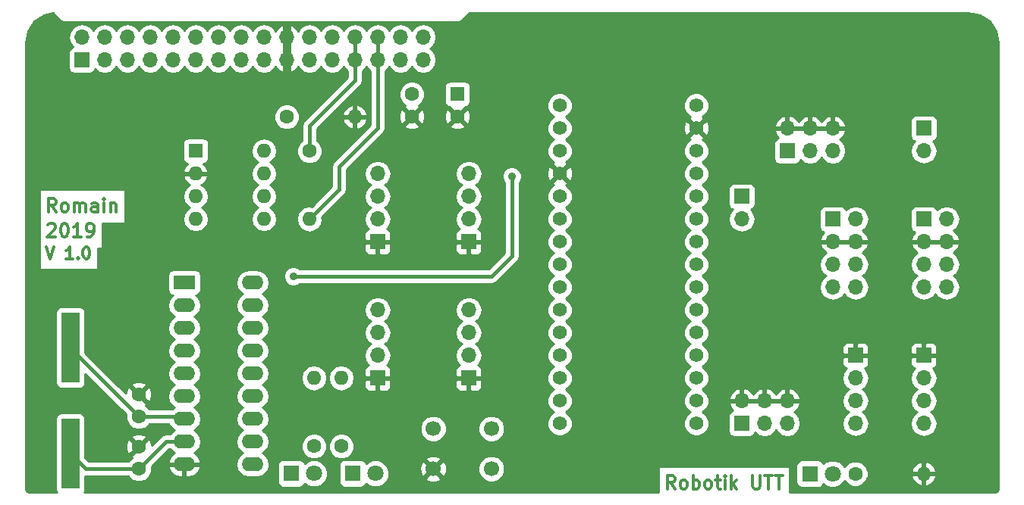
<source format=gbr>
G04 #@! TF.FileFunction,Copper,L1,Top,Signal*
%FSLAX46Y46*%
G04 Gerber Fmt 4.6, Leading zero omitted, Abs format (unit mm)*
G04 Created by KiCad (PCBNEW 4.0.7-e2-6376~61~ubuntu18.04.1) date Mon May 27 11:53:03 2019*
%MOMM*%
%LPD*%
G01*
G04 APERTURE LIST*
%ADD10C,0.100000*%
%ADD11C,0.300000*%
%ADD12R,1.700000X1.700000*%
%ADD13O,1.700000X1.700000*%
%ADD14C,1.574800*%
%ADD15C,1.600000*%
%ADD16R,1.600000X1.600000*%
%ADD17R,1.800000X1.800000*%
%ADD18C,1.800000*%
%ADD19O,1.600000X1.600000*%
%ADD20C,1.700000*%
%ADD21R,2.400000X1.600000*%
%ADD22O,2.400000X1.600000*%
%ADD23R,2.000000X7.875000*%
%ADD24C,1.200000*%
%ADD25C,0.900000*%
%ADD26C,0.400000*%
%ADD27C,0.254000*%
G04 APERTURE END LIST*
D10*
D11*
X90039810Y-118922095D02*
X90473143Y-120222095D01*
X90906476Y-118922095D01*
X93011238Y-120222095D02*
X92268381Y-120222095D01*
X92639810Y-120222095D02*
X92639810Y-118922095D01*
X92516000Y-119107810D01*
X92392191Y-119231619D01*
X92268381Y-119293524D01*
X93568381Y-120098286D02*
X93630286Y-120160190D01*
X93568381Y-120222095D01*
X93506476Y-120160190D01*
X93568381Y-120098286D01*
X93568381Y-120222095D01*
X94435048Y-118922095D02*
X94558857Y-118922095D01*
X94682667Y-118984000D01*
X94744572Y-119045905D01*
X94806476Y-119169714D01*
X94868381Y-119417333D01*
X94868381Y-119726857D01*
X94806476Y-119974476D01*
X94744572Y-120098286D01*
X94682667Y-120160190D01*
X94558857Y-120222095D01*
X94435048Y-120222095D01*
X94311238Y-120160190D01*
X94249334Y-120098286D01*
X94187429Y-119974476D01*
X94125524Y-119726857D01*
X94125524Y-119417333D01*
X94187429Y-119169714D01*
X94249334Y-119045905D01*
X94311238Y-118984000D01*
X94435048Y-118922095D01*
X90201714Y-116415429D02*
X90273143Y-116344000D01*
X90416000Y-116272571D01*
X90773143Y-116272571D01*
X90916000Y-116344000D01*
X90987429Y-116415429D01*
X91058857Y-116558286D01*
X91058857Y-116701143D01*
X90987429Y-116915429D01*
X90130286Y-117772571D01*
X91058857Y-117772571D01*
X91987428Y-116272571D02*
X92130285Y-116272571D01*
X92273142Y-116344000D01*
X92344571Y-116415429D01*
X92416000Y-116558286D01*
X92487428Y-116844000D01*
X92487428Y-117201143D01*
X92416000Y-117486857D01*
X92344571Y-117629714D01*
X92273142Y-117701143D01*
X92130285Y-117772571D01*
X91987428Y-117772571D01*
X91844571Y-117701143D01*
X91773142Y-117629714D01*
X91701714Y-117486857D01*
X91630285Y-117201143D01*
X91630285Y-116844000D01*
X91701714Y-116558286D01*
X91773142Y-116415429D01*
X91844571Y-116344000D01*
X91987428Y-116272571D01*
X93915999Y-117772571D02*
X93058856Y-117772571D01*
X93487428Y-117772571D02*
X93487428Y-116272571D01*
X93344571Y-116486857D01*
X93201713Y-116629714D01*
X93058856Y-116701143D01*
X94630284Y-117772571D02*
X94915999Y-117772571D01*
X95058856Y-117701143D01*
X95130284Y-117629714D01*
X95273142Y-117415429D01*
X95344570Y-117129714D01*
X95344570Y-116558286D01*
X95273142Y-116415429D01*
X95201713Y-116344000D01*
X95058856Y-116272571D01*
X94773142Y-116272571D01*
X94630284Y-116344000D01*
X94558856Y-116415429D01*
X94487427Y-116558286D01*
X94487427Y-116915429D01*
X94558856Y-117058286D01*
X94630284Y-117129714D01*
X94773142Y-117201143D01*
X95058856Y-117201143D01*
X95201713Y-117129714D01*
X95273142Y-117058286D01*
X95344570Y-116915429D01*
X160218286Y-145966571D02*
X159718286Y-145252286D01*
X159361143Y-145966571D02*
X159361143Y-144466571D01*
X159932571Y-144466571D01*
X160075429Y-144538000D01*
X160146857Y-144609429D01*
X160218286Y-144752286D01*
X160218286Y-144966571D01*
X160146857Y-145109429D01*
X160075429Y-145180857D01*
X159932571Y-145252286D01*
X159361143Y-145252286D01*
X161075429Y-145966571D02*
X160932571Y-145895143D01*
X160861143Y-145823714D01*
X160789714Y-145680857D01*
X160789714Y-145252286D01*
X160861143Y-145109429D01*
X160932571Y-145038000D01*
X161075429Y-144966571D01*
X161289714Y-144966571D01*
X161432571Y-145038000D01*
X161504000Y-145109429D01*
X161575429Y-145252286D01*
X161575429Y-145680857D01*
X161504000Y-145823714D01*
X161432571Y-145895143D01*
X161289714Y-145966571D01*
X161075429Y-145966571D01*
X162218286Y-145966571D02*
X162218286Y-144466571D01*
X162218286Y-145038000D02*
X162361143Y-144966571D01*
X162646857Y-144966571D01*
X162789714Y-145038000D01*
X162861143Y-145109429D01*
X162932572Y-145252286D01*
X162932572Y-145680857D01*
X162861143Y-145823714D01*
X162789714Y-145895143D01*
X162646857Y-145966571D01*
X162361143Y-145966571D01*
X162218286Y-145895143D01*
X163789715Y-145966571D02*
X163646857Y-145895143D01*
X163575429Y-145823714D01*
X163504000Y-145680857D01*
X163504000Y-145252286D01*
X163575429Y-145109429D01*
X163646857Y-145038000D01*
X163789715Y-144966571D01*
X164004000Y-144966571D01*
X164146857Y-145038000D01*
X164218286Y-145109429D01*
X164289715Y-145252286D01*
X164289715Y-145680857D01*
X164218286Y-145823714D01*
X164146857Y-145895143D01*
X164004000Y-145966571D01*
X163789715Y-145966571D01*
X164718286Y-144966571D02*
X165289715Y-144966571D01*
X164932572Y-144466571D02*
X164932572Y-145752286D01*
X165004000Y-145895143D01*
X165146858Y-145966571D01*
X165289715Y-145966571D01*
X165789715Y-145966571D02*
X165789715Y-144966571D01*
X165789715Y-144466571D02*
X165718286Y-144538000D01*
X165789715Y-144609429D01*
X165861143Y-144538000D01*
X165789715Y-144466571D01*
X165789715Y-144609429D01*
X166504001Y-145966571D02*
X166504001Y-144466571D01*
X166646858Y-145395143D02*
X167075429Y-145966571D01*
X167075429Y-144966571D02*
X166504001Y-145538000D01*
X168861144Y-144466571D02*
X168861144Y-145680857D01*
X168932572Y-145823714D01*
X169004001Y-145895143D01*
X169146858Y-145966571D01*
X169432572Y-145966571D01*
X169575430Y-145895143D01*
X169646858Y-145823714D01*
X169718287Y-145680857D01*
X169718287Y-144466571D01*
X170218287Y-144466571D02*
X171075430Y-144466571D01*
X170646859Y-145966571D02*
X170646859Y-144466571D01*
X171361144Y-144466571D02*
X172218287Y-144466571D01*
X171789716Y-145966571D02*
X171789716Y-144466571D01*
X91130286Y-114978571D02*
X90630286Y-114264286D01*
X90273143Y-114978571D02*
X90273143Y-113478571D01*
X90844571Y-113478571D01*
X90987429Y-113550000D01*
X91058857Y-113621429D01*
X91130286Y-113764286D01*
X91130286Y-113978571D01*
X91058857Y-114121429D01*
X90987429Y-114192857D01*
X90844571Y-114264286D01*
X90273143Y-114264286D01*
X91987429Y-114978571D02*
X91844571Y-114907143D01*
X91773143Y-114835714D01*
X91701714Y-114692857D01*
X91701714Y-114264286D01*
X91773143Y-114121429D01*
X91844571Y-114050000D01*
X91987429Y-113978571D01*
X92201714Y-113978571D01*
X92344571Y-114050000D01*
X92416000Y-114121429D01*
X92487429Y-114264286D01*
X92487429Y-114692857D01*
X92416000Y-114835714D01*
X92344571Y-114907143D01*
X92201714Y-114978571D01*
X91987429Y-114978571D01*
X93130286Y-114978571D02*
X93130286Y-113978571D01*
X93130286Y-114121429D02*
X93201714Y-114050000D01*
X93344572Y-113978571D01*
X93558857Y-113978571D01*
X93701714Y-114050000D01*
X93773143Y-114192857D01*
X93773143Y-114978571D01*
X93773143Y-114192857D02*
X93844572Y-114050000D01*
X93987429Y-113978571D01*
X94201714Y-113978571D01*
X94344572Y-114050000D01*
X94416000Y-114192857D01*
X94416000Y-114978571D01*
X95773143Y-114978571D02*
X95773143Y-114192857D01*
X95701714Y-114050000D01*
X95558857Y-113978571D01*
X95273143Y-113978571D01*
X95130286Y-114050000D01*
X95773143Y-114907143D02*
X95630286Y-114978571D01*
X95273143Y-114978571D01*
X95130286Y-114907143D01*
X95058857Y-114764286D01*
X95058857Y-114621429D01*
X95130286Y-114478571D01*
X95273143Y-114407143D01*
X95630286Y-114407143D01*
X95773143Y-114335714D01*
X96487429Y-114978571D02*
X96487429Y-113978571D01*
X96487429Y-113478571D02*
X96416000Y-113550000D01*
X96487429Y-113621429D01*
X96558857Y-113550000D01*
X96487429Y-113478571D01*
X96487429Y-113621429D01*
X97201715Y-113978571D02*
X97201715Y-114978571D01*
X97201715Y-114121429D02*
X97273143Y-114050000D01*
X97416001Y-113978571D01*
X97630286Y-113978571D01*
X97773143Y-114050000D01*
X97844572Y-114192857D01*
X97844572Y-114978571D01*
D12*
X177820000Y-115780000D03*
D13*
X180360000Y-115780000D03*
X177820000Y-118320000D03*
X180360000Y-118320000D03*
X177820000Y-120860000D03*
X180360000Y-120860000D03*
X177820000Y-123400000D03*
X180360000Y-123400000D03*
D14*
X162580000Y-103080000D03*
X147340000Y-103080000D03*
X162580000Y-105620000D03*
X147340000Y-105620000D03*
X162580000Y-108160000D03*
X147340000Y-108160000D03*
X162580000Y-110700000D03*
X147340000Y-110700000D03*
X162580000Y-113240000D03*
X147340000Y-113240000D03*
X162580000Y-115780000D03*
X147340000Y-115780000D03*
X162580000Y-118320000D03*
X147340000Y-118320000D03*
X162580000Y-120860000D03*
X147340000Y-120860000D03*
X162580000Y-123400000D03*
X147340000Y-123400000D03*
X162580000Y-125940000D03*
X147340000Y-125940000D03*
X162580000Y-128480000D03*
X147340000Y-128480000D03*
X162580000Y-131020000D03*
X147340000Y-131020000D03*
X162580000Y-133560000D03*
X147340000Y-133560000D03*
X162580000Y-136100000D03*
X147340000Y-136100000D03*
X162580000Y-138640000D03*
X147340000Y-138640000D03*
D15*
X100350000Y-137878000D03*
X100350000Y-135378000D03*
X100350000Y-143720000D03*
X100350000Y-141220000D03*
D16*
X135910000Y-101810000D03*
D15*
X135910000Y-104310000D03*
X130830000Y-101810000D03*
X130830000Y-104310000D03*
D17*
X175260000Y-144272000D03*
D18*
X177800000Y-144272000D03*
D17*
X124226000Y-144228000D03*
D18*
X126766000Y-144228000D03*
D17*
X117368000Y-144228000D03*
D18*
X119908000Y-144228000D03*
D12*
X167660000Y-113240000D03*
D13*
X167660000Y-115780000D03*
D12*
X137180000Y-118320000D03*
D13*
X137180000Y-115780000D03*
X137180000Y-113240000D03*
X137180000Y-110700000D03*
D12*
X127020000Y-118320000D03*
D13*
X127020000Y-115780000D03*
X127020000Y-113240000D03*
X127020000Y-110700000D03*
D12*
X137180000Y-133560000D03*
D13*
X137180000Y-131020000D03*
X137180000Y-128480000D03*
X137180000Y-125940000D03*
D12*
X127020000Y-133560000D03*
D13*
X127020000Y-131020000D03*
X127020000Y-128480000D03*
X127020000Y-125940000D03*
D12*
X180360000Y-131020000D03*
D13*
X180360000Y-133560000D03*
X180360000Y-136100000D03*
X180360000Y-138640000D03*
D12*
X187980000Y-131020000D03*
D13*
X187980000Y-133560000D03*
X187980000Y-136100000D03*
X187980000Y-138640000D03*
D15*
X116860000Y-104350000D03*
D19*
X124480000Y-104350000D03*
D15*
X119400000Y-108160000D03*
D19*
X119400000Y-115780000D03*
D15*
X180340000Y-144272000D03*
D19*
X187960000Y-144272000D03*
D15*
X122956000Y-141180000D03*
D19*
X122956000Y-133560000D03*
D15*
X119908000Y-141180000D03*
D19*
X119908000Y-133560000D03*
D20*
X133220000Y-139220000D03*
X139720000Y-139220000D03*
X133220000Y-143720000D03*
X139720000Y-143720000D03*
D21*
X105430000Y-122892000D03*
D22*
X113050000Y-143212000D03*
X105430000Y-125432000D03*
X113050000Y-140672000D03*
X105430000Y-127972000D03*
X113050000Y-138132000D03*
X105430000Y-130512000D03*
X113050000Y-135592000D03*
X105430000Y-133052000D03*
X113050000Y-133052000D03*
X105430000Y-135592000D03*
X113050000Y-130512000D03*
X105430000Y-138132000D03*
X113050000Y-127972000D03*
X105430000Y-140672000D03*
X113050000Y-125432000D03*
X105430000Y-143212000D03*
X113050000Y-122892000D03*
D12*
X94000000Y-98000000D03*
D13*
X94000000Y-95460000D03*
X96540000Y-98000000D03*
X96540000Y-95460000D03*
X99080000Y-98000000D03*
X99080000Y-95460000D03*
X101620000Y-98000000D03*
X101620000Y-95460000D03*
X104160000Y-98000000D03*
X104160000Y-95460000D03*
X106700000Y-98000000D03*
X106700000Y-95460000D03*
X109240000Y-98000000D03*
X109240000Y-95460000D03*
X111780000Y-98000000D03*
X111780000Y-95460000D03*
X114320000Y-98000000D03*
X114320000Y-95460000D03*
X116860000Y-98000000D03*
X116860000Y-95460000D03*
X119400000Y-98000000D03*
X119400000Y-95460000D03*
X121940000Y-98000000D03*
X121940000Y-95460000D03*
X124480000Y-98000000D03*
X124480000Y-95460000D03*
X127020000Y-98000000D03*
X127020000Y-95460000D03*
X129560000Y-98000000D03*
X129560000Y-95460000D03*
X132100000Y-98000000D03*
X132100000Y-95460000D03*
D16*
X106700000Y-108160000D03*
D19*
X114320000Y-115780000D03*
X106700000Y-110700000D03*
X114320000Y-113240000D03*
X106700000Y-113240000D03*
X114320000Y-110700000D03*
X106700000Y-115780000D03*
X114320000Y-108160000D03*
D23*
X92730000Y-130162500D03*
X92730000Y-142037500D03*
D12*
X187980000Y-105620000D03*
D13*
X187980000Y-108160000D03*
D12*
X167660000Y-138640000D03*
D13*
X167660000Y-136100000D03*
X170200000Y-138640000D03*
X170200000Y-136100000D03*
X172740000Y-138640000D03*
X172740000Y-136100000D03*
D12*
X172740000Y-108160000D03*
D13*
X172740000Y-105620000D03*
X175280000Y-108160000D03*
X175280000Y-105620000D03*
X177820000Y-108160000D03*
X177820000Y-105620000D03*
D12*
X187980000Y-115780000D03*
D13*
X190520000Y-115780000D03*
X187980000Y-118320000D03*
X190520000Y-118320000D03*
X187980000Y-120860000D03*
X190520000Y-120860000D03*
X187980000Y-123400000D03*
X190520000Y-123400000D03*
D24*
X157246000Y-114002000D03*
X156738000Y-136608000D03*
X131846000Y-123908000D03*
X128544000Y-142704000D03*
D25*
X117602000Y-122174000D03*
X141986000Y-110998000D03*
D26*
X139700000Y-122174000D02*
X117602000Y-122174000D01*
X141986000Y-119888000D02*
X139700000Y-122174000D01*
X141986000Y-110998000D02*
X141986000Y-119888000D01*
X105430000Y-137878000D02*
X100350000Y-137878000D01*
X100350000Y-137878000D02*
X92730000Y-130258000D01*
X92730000Y-130258000D02*
X92730000Y-130162500D01*
X100350000Y-143720000D02*
X94412500Y-143720000D01*
X94412500Y-143720000D02*
X92730000Y-142037500D01*
X105430000Y-140672000D02*
X103398000Y-140672000D01*
X103398000Y-140672000D02*
X100350000Y-143720000D01*
X124480000Y-98000000D02*
X124480000Y-95460000D01*
X119400000Y-108160000D02*
X119400000Y-105366000D01*
X124480000Y-100286000D02*
X124480000Y-98000000D01*
X119400000Y-105366000D02*
X124480000Y-100286000D01*
X127020000Y-98000000D02*
X127020000Y-95460000D01*
X122702000Y-112478000D02*
X119400000Y-115780000D01*
X122702000Y-109938000D02*
X122702000Y-112478000D01*
X127020000Y-105620000D02*
X122702000Y-109938000D01*
X127020000Y-98000000D02*
X127020000Y-105620000D01*
D27*
G36*
X194253707Y-92973288D02*
X195316546Y-93683454D01*
X196026712Y-94746295D01*
X196290000Y-96069931D01*
X196290000Y-145930070D01*
X196255074Y-146105655D01*
X196195225Y-146195226D01*
X196105655Y-146255074D01*
X195930070Y-146290000D01*
X172996144Y-146290000D01*
X172996144Y-143453000D01*
X158369000Y-143453000D01*
X158369000Y-146290000D01*
X94283310Y-146290000D01*
X94326431Y-146226890D01*
X94377440Y-145975000D01*
X94377440Y-144548026D01*
X94412500Y-144555000D01*
X99155917Y-144555000D01*
X99536077Y-144935824D01*
X100063309Y-145154750D01*
X100634187Y-145155248D01*
X101161800Y-144937243D01*
X101565824Y-144533923D01*
X101784750Y-144006691D01*
X101785138Y-143561039D01*
X103638096Y-143561039D01*
X103655633Y-143643819D01*
X103925500Y-144136896D01*
X104363517Y-144489166D01*
X104903000Y-144647000D01*
X105303000Y-144647000D01*
X105303000Y-143339000D01*
X105557000Y-143339000D01*
X105557000Y-144647000D01*
X105957000Y-144647000D01*
X106496483Y-144489166D01*
X106934500Y-144136896D01*
X107204367Y-143643819D01*
X107221904Y-143561039D01*
X107099915Y-143339000D01*
X105557000Y-143339000D01*
X105303000Y-143339000D01*
X103760085Y-143339000D01*
X103638096Y-143561039D01*
X101785138Y-143561039D01*
X101785222Y-143465646D01*
X103743868Y-141507000D01*
X103859281Y-141507000D01*
X103979352Y-141686698D01*
X104357707Y-141939507D01*
X103925500Y-142287104D01*
X103655633Y-142780181D01*
X103638096Y-142862961D01*
X103760085Y-143085000D01*
X105303000Y-143085000D01*
X105303000Y-143065000D01*
X105557000Y-143065000D01*
X105557000Y-143085000D01*
X107099915Y-143085000D01*
X107221904Y-142862961D01*
X107204367Y-142780181D01*
X106934500Y-142287104D01*
X106502293Y-141939507D01*
X106880648Y-141686698D01*
X107191717Y-141221151D01*
X107300950Y-140672000D01*
X107191717Y-140122849D01*
X106880648Y-139657302D01*
X106498562Y-139402000D01*
X106880648Y-139146698D01*
X107191717Y-138681151D01*
X107300950Y-138132000D01*
X107191717Y-137582849D01*
X106880648Y-137117302D01*
X106498562Y-136862000D01*
X106880648Y-136606698D01*
X107191717Y-136141151D01*
X107300950Y-135592000D01*
X107191717Y-135042849D01*
X106880648Y-134577302D01*
X106498562Y-134322000D01*
X106880648Y-134066698D01*
X107191717Y-133601151D01*
X107300950Y-133052000D01*
X107191717Y-132502849D01*
X106880648Y-132037302D01*
X106498562Y-131782000D01*
X106880648Y-131526698D01*
X107191717Y-131061151D01*
X107300950Y-130512000D01*
X107191717Y-129962849D01*
X106880648Y-129497302D01*
X106498562Y-129242000D01*
X106880648Y-128986698D01*
X107191717Y-128521151D01*
X107300950Y-127972000D01*
X107191717Y-127422849D01*
X106880648Y-126957302D01*
X106498562Y-126702000D01*
X106880648Y-126446698D01*
X107191717Y-125981151D01*
X107300950Y-125432000D01*
X107191717Y-124882849D01*
X106880648Y-124417302D01*
X106734650Y-124319749D01*
X106865317Y-124295162D01*
X107081441Y-124156090D01*
X107226431Y-123943890D01*
X107277440Y-123692000D01*
X107277440Y-122892000D01*
X111179050Y-122892000D01*
X111288283Y-123441151D01*
X111599352Y-123906698D01*
X111981438Y-124162000D01*
X111599352Y-124417302D01*
X111288283Y-124882849D01*
X111179050Y-125432000D01*
X111288283Y-125981151D01*
X111599352Y-126446698D01*
X111981438Y-126702000D01*
X111599352Y-126957302D01*
X111288283Y-127422849D01*
X111179050Y-127972000D01*
X111288283Y-128521151D01*
X111599352Y-128986698D01*
X111981438Y-129242000D01*
X111599352Y-129497302D01*
X111288283Y-129962849D01*
X111179050Y-130512000D01*
X111288283Y-131061151D01*
X111599352Y-131526698D01*
X111981438Y-131782000D01*
X111599352Y-132037302D01*
X111288283Y-132502849D01*
X111179050Y-133052000D01*
X111288283Y-133601151D01*
X111599352Y-134066698D01*
X111981438Y-134322000D01*
X111599352Y-134577302D01*
X111288283Y-135042849D01*
X111179050Y-135592000D01*
X111288283Y-136141151D01*
X111599352Y-136606698D01*
X111981438Y-136862000D01*
X111599352Y-137117302D01*
X111288283Y-137582849D01*
X111179050Y-138132000D01*
X111288283Y-138681151D01*
X111599352Y-139146698D01*
X111981438Y-139402000D01*
X111599352Y-139657302D01*
X111288283Y-140122849D01*
X111179050Y-140672000D01*
X111288283Y-141221151D01*
X111599352Y-141686698D01*
X111981438Y-141942000D01*
X111599352Y-142197302D01*
X111288283Y-142662849D01*
X111179050Y-143212000D01*
X111288283Y-143761151D01*
X111599352Y-144226698D01*
X112064899Y-144537767D01*
X112614050Y-144647000D01*
X113485950Y-144647000D01*
X114035101Y-144537767D01*
X114500648Y-144226698D01*
X114811717Y-143761151D01*
X114897876Y-143328000D01*
X115820560Y-143328000D01*
X115820560Y-145128000D01*
X115864838Y-145363317D01*
X116003910Y-145579441D01*
X116216110Y-145724431D01*
X116468000Y-145775440D01*
X118268000Y-145775440D01*
X118503317Y-145731162D01*
X118719441Y-145592090D01*
X118864431Y-145379890D01*
X118868567Y-145359466D01*
X119037357Y-145528551D01*
X119601330Y-145762733D01*
X120211991Y-145763265D01*
X120776371Y-145530068D01*
X121208551Y-145098643D01*
X121442733Y-144534670D01*
X121443265Y-143924009D01*
X121210068Y-143359629D01*
X121178495Y-143328000D01*
X122678560Y-143328000D01*
X122678560Y-145128000D01*
X122722838Y-145363317D01*
X122861910Y-145579441D01*
X123074110Y-145724431D01*
X123326000Y-145775440D01*
X125126000Y-145775440D01*
X125361317Y-145731162D01*
X125577441Y-145592090D01*
X125722431Y-145379890D01*
X125726567Y-145359466D01*
X125895357Y-145528551D01*
X126459330Y-145762733D01*
X127069991Y-145763265D01*
X127634371Y-145530068D01*
X128066551Y-145098643D01*
X128205524Y-144763958D01*
X132355647Y-144763958D01*
X132435920Y-145015259D01*
X132991279Y-145216718D01*
X133581458Y-145190315D01*
X134004080Y-145015259D01*
X134084353Y-144763958D01*
X133220000Y-143899605D01*
X132355647Y-144763958D01*
X128205524Y-144763958D01*
X128300733Y-144534670D01*
X128301265Y-143924009D01*
X128122465Y-143491279D01*
X131723282Y-143491279D01*
X131749685Y-144081458D01*
X131924741Y-144504080D01*
X132176042Y-144584353D01*
X133040395Y-143720000D01*
X133399605Y-143720000D01*
X134263958Y-144584353D01*
X134515259Y-144504080D01*
X134693005Y-144014089D01*
X138234743Y-144014089D01*
X138460344Y-144560086D01*
X138877717Y-144978188D01*
X139423319Y-145204742D01*
X140014089Y-145205257D01*
X140560086Y-144979656D01*
X140978188Y-144562283D01*
X141204742Y-144016681D01*
X141205257Y-143425911D01*
X141182982Y-143372000D01*
X173712560Y-143372000D01*
X173712560Y-145172000D01*
X173756838Y-145407317D01*
X173895910Y-145623441D01*
X174108110Y-145768431D01*
X174360000Y-145819440D01*
X176160000Y-145819440D01*
X176395317Y-145775162D01*
X176611441Y-145636090D01*
X176756431Y-145423890D01*
X176760567Y-145403466D01*
X176929357Y-145572551D01*
X177493330Y-145806733D01*
X178103991Y-145807265D01*
X178668371Y-145574068D01*
X179100551Y-145142643D01*
X179124330Y-145085376D01*
X179526077Y-145487824D01*
X180053309Y-145706750D01*
X180624187Y-145707248D01*
X181151800Y-145489243D01*
X181555824Y-145085923D01*
X181748860Y-144621039D01*
X186568096Y-144621039D01*
X186728959Y-145009423D01*
X187104866Y-145424389D01*
X187610959Y-145663914D01*
X187833000Y-145542629D01*
X187833000Y-144399000D01*
X188087000Y-144399000D01*
X188087000Y-145542629D01*
X188309041Y-145663914D01*
X188815134Y-145424389D01*
X189191041Y-145009423D01*
X189351904Y-144621039D01*
X189229915Y-144399000D01*
X188087000Y-144399000D01*
X187833000Y-144399000D01*
X186690085Y-144399000D01*
X186568096Y-144621039D01*
X181748860Y-144621039D01*
X181774750Y-144558691D01*
X181775248Y-143987813D01*
X181748452Y-143922961D01*
X186568096Y-143922961D01*
X186690085Y-144145000D01*
X187833000Y-144145000D01*
X187833000Y-143001371D01*
X188087000Y-143001371D01*
X188087000Y-144145000D01*
X189229915Y-144145000D01*
X189351904Y-143922961D01*
X189191041Y-143534577D01*
X188815134Y-143119611D01*
X188309041Y-142880086D01*
X188087000Y-143001371D01*
X187833000Y-143001371D01*
X187610959Y-142880086D01*
X187104866Y-143119611D01*
X186728959Y-143534577D01*
X186568096Y-143922961D01*
X181748452Y-143922961D01*
X181557243Y-143460200D01*
X181153923Y-143056176D01*
X180626691Y-142837250D01*
X180055813Y-142836752D01*
X179528200Y-143054757D01*
X179124452Y-143457802D01*
X179102068Y-143403629D01*
X178670643Y-142971449D01*
X178106670Y-142737267D01*
X177496009Y-142736735D01*
X176931629Y-142969932D01*
X176763387Y-143137880D01*
X176763162Y-143136683D01*
X176624090Y-142920559D01*
X176411890Y-142775569D01*
X176160000Y-142724560D01*
X174360000Y-142724560D01*
X174124683Y-142768838D01*
X173908559Y-142907910D01*
X173763569Y-143120110D01*
X173712560Y-143372000D01*
X141182982Y-143372000D01*
X140979656Y-142879914D01*
X140562283Y-142461812D01*
X140016681Y-142235258D01*
X139425911Y-142234743D01*
X138879914Y-142460344D01*
X138461812Y-142877717D01*
X138235258Y-143423319D01*
X138234743Y-144014089D01*
X134693005Y-144014089D01*
X134716718Y-143948721D01*
X134690315Y-143358542D01*
X134515259Y-142935920D01*
X134263958Y-142855647D01*
X133399605Y-143720000D01*
X133040395Y-143720000D01*
X132176042Y-142855647D01*
X131924741Y-142935920D01*
X131723282Y-143491279D01*
X128122465Y-143491279D01*
X128068068Y-143359629D01*
X127636643Y-142927449D01*
X127072670Y-142693267D01*
X126462009Y-142692735D01*
X125897629Y-142925932D01*
X125729387Y-143093880D01*
X125729162Y-143092683D01*
X125590090Y-142876559D01*
X125377890Y-142731569D01*
X125126000Y-142680560D01*
X123326000Y-142680560D01*
X123090683Y-142724838D01*
X122874559Y-142863910D01*
X122729569Y-143076110D01*
X122678560Y-143328000D01*
X121178495Y-143328000D01*
X120778643Y-142927449D01*
X120214670Y-142693267D01*
X119604009Y-142692735D01*
X119039629Y-142925932D01*
X118871387Y-143093880D01*
X118871162Y-143092683D01*
X118732090Y-142876559D01*
X118519890Y-142731569D01*
X118268000Y-142680560D01*
X116468000Y-142680560D01*
X116232683Y-142724838D01*
X116016559Y-142863910D01*
X115871569Y-143076110D01*
X115820560Y-143328000D01*
X114897876Y-143328000D01*
X114920950Y-143212000D01*
X114814342Y-142676042D01*
X132355647Y-142676042D01*
X133220000Y-143540395D01*
X134084353Y-142676042D01*
X134004080Y-142424741D01*
X133448721Y-142223282D01*
X132858542Y-142249685D01*
X132435920Y-142424741D01*
X132355647Y-142676042D01*
X114814342Y-142676042D01*
X114811717Y-142662849D01*
X114500648Y-142197302D01*
X114118562Y-141942000D01*
X114500648Y-141686698D01*
X114649325Y-141464187D01*
X118472752Y-141464187D01*
X118690757Y-141991800D01*
X119094077Y-142395824D01*
X119621309Y-142614750D01*
X120192187Y-142615248D01*
X120719800Y-142397243D01*
X121123824Y-141993923D01*
X121342750Y-141466691D01*
X121342752Y-141464187D01*
X121520752Y-141464187D01*
X121738757Y-141991800D01*
X122142077Y-142395824D01*
X122669309Y-142614750D01*
X123240187Y-142615248D01*
X123767800Y-142397243D01*
X124171824Y-141993923D01*
X124390750Y-141466691D01*
X124391248Y-140895813D01*
X124173243Y-140368200D01*
X123769923Y-139964176D01*
X123242691Y-139745250D01*
X122671813Y-139744752D01*
X122144200Y-139962757D01*
X121740176Y-140366077D01*
X121521250Y-140893309D01*
X121520752Y-141464187D01*
X121342752Y-141464187D01*
X121343248Y-140895813D01*
X121125243Y-140368200D01*
X120721923Y-139964176D01*
X120194691Y-139745250D01*
X119623813Y-139744752D01*
X119096200Y-139962757D01*
X118692176Y-140366077D01*
X118473250Y-140893309D01*
X118472752Y-141464187D01*
X114649325Y-141464187D01*
X114811717Y-141221151D01*
X114920950Y-140672000D01*
X114811717Y-140122849D01*
X114500648Y-139657302D01*
X114286315Y-139514089D01*
X131734743Y-139514089D01*
X131960344Y-140060086D01*
X132377717Y-140478188D01*
X132923319Y-140704742D01*
X133514089Y-140705257D01*
X134060086Y-140479656D01*
X134478188Y-140062283D01*
X134704742Y-139516681D01*
X134704744Y-139514089D01*
X138234743Y-139514089D01*
X138460344Y-140060086D01*
X138877717Y-140478188D01*
X139423319Y-140704742D01*
X140014089Y-140705257D01*
X140560086Y-140479656D01*
X140978188Y-140062283D01*
X141204742Y-139516681D01*
X141205257Y-138925911D01*
X140979656Y-138379914D01*
X140562283Y-137961812D01*
X140016681Y-137735258D01*
X139425911Y-137734743D01*
X138879914Y-137960344D01*
X138461812Y-138377717D01*
X138235258Y-138923319D01*
X138234743Y-139514089D01*
X134704744Y-139514089D01*
X134705257Y-138925911D01*
X134479656Y-138379914D01*
X134062283Y-137961812D01*
X133516681Y-137735258D01*
X132925911Y-137734743D01*
X132379914Y-137960344D01*
X131961812Y-138377717D01*
X131735258Y-138923319D01*
X131734743Y-139514089D01*
X114286315Y-139514089D01*
X114118562Y-139402000D01*
X114500648Y-139146698D01*
X114811717Y-138681151D01*
X114920950Y-138132000D01*
X114811717Y-137582849D01*
X114500648Y-137117302D01*
X114118562Y-136862000D01*
X114500648Y-136606698D01*
X114811717Y-136141151D01*
X114920950Y-135592000D01*
X114811717Y-135042849D01*
X114500648Y-134577302D01*
X114118562Y-134322000D01*
X114500648Y-134066698D01*
X114811717Y-133601151D01*
X114825494Y-133531887D01*
X118473000Y-133531887D01*
X118473000Y-133588113D01*
X118582233Y-134137264D01*
X118893302Y-134602811D01*
X119358849Y-134913880D01*
X119908000Y-135023113D01*
X120457151Y-134913880D01*
X120922698Y-134602811D01*
X121233767Y-134137264D01*
X121343000Y-133588113D01*
X121343000Y-133531887D01*
X121521000Y-133531887D01*
X121521000Y-133588113D01*
X121630233Y-134137264D01*
X121941302Y-134602811D01*
X122406849Y-134913880D01*
X122956000Y-135023113D01*
X123505151Y-134913880D01*
X123970698Y-134602811D01*
X124281767Y-134137264D01*
X124339752Y-133845750D01*
X125535000Y-133845750D01*
X125535000Y-134536310D01*
X125631673Y-134769699D01*
X125810302Y-134948327D01*
X126043691Y-135045000D01*
X126734250Y-135045000D01*
X126893000Y-134886250D01*
X126893000Y-133687000D01*
X127147000Y-133687000D01*
X127147000Y-134886250D01*
X127305750Y-135045000D01*
X127996309Y-135045000D01*
X128229698Y-134948327D01*
X128408327Y-134769699D01*
X128505000Y-134536310D01*
X128505000Y-133845750D01*
X135695000Y-133845750D01*
X135695000Y-134536310D01*
X135791673Y-134769699D01*
X135970302Y-134948327D01*
X136203691Y-135045000D01*
X136894250Y-135045000D01*
X137053000Y-134886250D01*
X137053000Y-133687000D01*
X137307000Y-133687000D01*
X137307000Y-134886250D01*
X137465750Y-135045000D01*
X138156309Y-135045000D01*
X138389698Y-134948327D01*
X138568327Y-134769699D01*
X138665000Y-134536310D01*
X138665000Y-133845750D01*
X138506250Y-133687000D01*
X137307000Y-133687000D01*
X137053000Y-133687000D01*
X135853750Y-133687000D01*
X135695000Y-133845750D01*
X128505000Y-133845750D01*
X128346250Y-133687000D01*
X127147000Y-133687000D01*
X126893000Y-133687000D01*
X125693750Y-133687000D01*
X125535000Y-133845750D01*
X124339752Y-133845750D01*
X124391000Y-133588113D01*
X124391000Y-133531887D01*
X124281767Y-132982736D01*
X123970698Y-132517189D01*
X123505151Y-132206120D01*
X122956000Y-132096887D01*
X122406849Y-132206120D01*
X121941302Y-132517189D01*
X121630233Y-132982736D01*
X121521000Y-133531887D01*
X121343000Y-133531887D01*
X121233767Y-132982736D01*
X120922698Y-132517189D01*
X120457151Y-132206120D01*
X119908000Y-132096887D01*
X119358849Y-132206120D01*
X118893302Y-132517189D01*
X118582233Y-132982736D01*
X118473000Y-133531887D01*
X114825494Y-133531887D01*
X114920950Y-133052000D01*
X114811717Y-132502849D01*
X114500648Y-132037302D01*
X114118562Y-131782000D01*
X114500648Y-131526698D01*
X114811717Y-131061151D01*
X114920950Y-130512000D01*
X114811717Y-129962849D01*
X114500648Y-129497302D01*
X114118562Y-129242000D01*
X114500648Y-128986698D01*
X114811717Y-128521151D01*
X114920950Y-127972000D01*
X114811717Y-127422849D01*
X114500648Y-126957302D01*
X114118562Y-126702000D01*
X114500648Y-126446698D01*
X114811717Y-125981151D01*
X114819902Y-125940000D01*
X125505907Y-125940000D01*
X125618946Y-126508285D01*
X125940853Y-126990054D01*
X126270026Y-127210000D01*
X125940853Y-127429946D01*
X125618946Y-127911715D01*
X125505907Y-128480000D01*
X125618946Y-129048285D01*
X125940853Y-129530054D01*
X126270026Y-129750000D01*
X125940853Y-129969946D01*
X125618946Y-130451715D01*
X125505907Y-131020000D01*
X125618946Y-131588285D01*
X125940853Y-132070054D01*
X125984777Y-132099403D01*
X125810302Y-132171673D01*
X125631673Y-132350301D01*
X125535000Y-132583690D01*
X125535000Y-133274250D01*
X125693750Y-133433000D01*
X126893000Y-133433000D01*
X126893000Y-133413000D01*
X127147000Y-133413000D01*
X127147000Y-133433000D01*
X128346250Y-133433000D01*
X128505000Y-133274250D01*
X128505000Y-132583690D01*
X128408327Y-132350301D01*
X128229698Y-132171673D01*
X128055223Y-132099403D01*
X128099147Y-132070054D01*
X128421054Y-131588285D01*
X128534093Y-131020000D01*
X128421054Y-130451715D01*
X128099147Y-129969946D01*
X127769974Y-129750000D01*
X128099147Y-129530054D01*
X128421054Y-129048285D01*
X128534093Y-128480000D01*
X128421054Y-127911715D01*
X128099147Y-127429946D01*
X127769974Y-127210000D01*
X128099147Y-126990054D01*
X128421054Y-126508285D01*
X128534093Y-125940000D01*
X135665907Y-125940000D01*
X135778946Y-126508285D01*
X136100853Y-126990054D01*
X136430026Y-127210000D01*
X136100853Y-127429946D01*
X135778946Y-127911715D01*
X135665907Y-128480000D01*
X135778946Y-129048285D01*
X136100853Y-129530054D01*
X136430026Y-129750000D01*
X136100853Y-129969946D01*
X135778946Y-130451715D01*
X135665907Y-131020000D01*
X135778946Y-131588285D01*
X136100853Y-132070054D01*
X136144777Y-132099403D01*
X135970302Y-132171673D01*
X135791673Y-132350301D01*
X135695000Y-132583690D01*
X135695000Y-133274250D01*
X135853750Y-133433000D01*
X137053000Y-133433000D01*
X137053000Y-133413000D01*
X137307000Y-133413000D01*
X137307000Y-133433000D01*
X138506250Y-133433000D01*
X138665000Y-133274250D01*
X138665000Y-132583690D01*
X138568327Y-132350301D01*
X138389698Y-132171673D01*
X138215223Y-132099403D01*
X138259147Y-132070054D01*
X138581054Y-131588285D01*
X138694093Y-131020000D01*
X138581054Y-130451715D01*
X138259147Y-129969946D01*
X137929974Y-129750000D01*
X138259147Y-129530054D01*
X138581054Y-129048285D01*
X138694093Y-128480000D01*
X138581054Y-127911715D01*
X138259147Y-127429946D01*
X137929974Y-127210000D01*
X138259147Y-126990054D01*
X138581054Y-126508285D01*
X138694093Y-125940000D01*
X138581054Y-125371715D01*
X138259147Y-124889946D01*
X137777378Y-124568039D01*
X137209093Y-124455000D01*
X137150907Y-124455000D01*
X136582622Y-124568039D01*
X136100853Y-124889946D01*
X135778946Y-125371715D01*
X135665907Y-125940000D01*
X128534093Y-125940000D01*
X128421054Y-125371715D01*
X128099147Y-124889946D01*
X127617378Y-124568039D01*
X127049093Y-124455000D01*
X126990907Y-124455000D01*
X126422622Y-124568039D01*
X125940853Y-124889946D01*
X125618946Y-125371715D01*
X125505907Y-125940000D01*
X114819902Y-125940000D01*
X114920950Y-125432000D01*
X114811717Y-124882849D01*
X114500648Y-124417302D01*
X114118562Y-124162000D01*
X114500648Y-123906698D01*
X114811717Y-123441151D01*
X114920950Y-122892000D01*
X114820872Y-122388873D01*
X116516812Y-122388873D01*
X116681646Y-122787800D01*
X116986595Y-123093282D01*
X117385233Y-123258811D01*
X117816873Y-123259188D01*
X118215800Y-123094354D01*
X118301303Y-123009000D01*
X139700000Y-123009000D01*
X140019541Y-122945439D01*
X140290434Y-122764434D01*
X142576434Y-120478434D01*
X142757439Y-120207541D01*
X142821000Y-119888000D01*
X142821000Y-113521691D01*
X145917354Y-113521691D01*
X146133445Y-114044672D01*
X146533223Y-114445149D01*
X146689140Y-114509891D01*
X146535328Y-114573445D01*
X146134851Y-114973223D01*
X145917848Y-115495826D01*
X145917354Y-116061691D01*
X146133445Y-116584672D01*
X146533223Y-116985149D01*
X146689140Y-117049891D01*
X146535328Y-117113445D01*
X146134851Y-117513223D01*
X145917848Y-118035826D01*
X145917354Y-118601691D01*
X146133445Y-119124672D01*
X146533223Y-119525149D01*
X146689140Y-119589891D01*
X146535328Y-119653445D01*
X146134851Y-120053223D01*
X145917848Y-120575826D01*
X145917354Y-121141691D01*
X146133445Y-121664672D01*
X146533223Y-122065149D01*
X146689140Y-122129891D01*
X146535328Y-122193445D01*
X146134851Y-122593223D01*
X145917848Y-123115826D01*
X145917354Y-123681691D01*
X146133445Y-124204672D01*
X146533223Y-124605149D01*
X146689140Y-124669891D01*
X146535328Y-124733445D01*
X146134851Y-125133223D01*
X145917848Y-125655826D01*
X145917354Y-126221691D01*
X146133445Y-126744672D01*
X146533223Y-127145149D01*
X146689140Y-127209891D01*
X146535328Y-127273445D01*
X146134851Y-127673223D01*
X145917848Y-128195826D01*
X145917354Y-128761691D01*
X146133445Y-129284672D01*
X146533223Y-129685149D01*
X146689140Y-129749891D01*
X146535328Y-129813445D01*
X146134851Y-130213223D01*
X145917848Y-130735826D01*
X145917354Y-131301691D01*
X146133445Y-131824672D01*
X146533223Y-132225149D01*
X146689140Y-132289891D01*
X146535328Y-132353445D01*
X146134851Y-132753223D01*
X145917848Y-133275826D01*
X145917354Y-133841691D01*
X146133445Y-134364672D01*
X146533223Y-134765149D01*
X146689140Y-134829891D01*
X146535328Y-134893445D01*
X146134851Y-135293223D01*
X145917848Y-135815826D01*
X145917354Y-136381691D01*
X146133445Y-136904672D01*
X146533223Y-137305149D01*
X146689140Y-137369891D01*
X146535328Y-137433445D01*
X146134851Y-137833223D01*
X145917848Y-138355826D01*
X145917354Y-138921691D01*
X146133445Y-139444672D01*
X146533223Y-139845149D01*
X147055826Y-140062152D01*
X147621691Y-140062646D01*
X148144672Y-139846555D01*
X148545149Y-139446777D01*
X148762152Y-138924174D01*
X148762646Y-138358309D01*
X148546555Y-137835328D01*
X148146777Y-137434851D01*
X147990860Y-137370109D01*
X148144672Y-137306555D01*
X148545149Y-136906777D01*
X148762152Y-136384174D01*
X148762646Y-135818309D01*
X148546555Y-135295328D01*
X148146777Y-134894851D01*
X147990860Y-134830109D01*
X148144672Y-134766555D01*
X148545149Y-134366777D01*
X148762152Y-133844174D01*
X148762646Y-133278309D01*
X148546555Y-132755328D01*
X148146777Y-132354851D01*
X147990860Y-132290109D01*
X148144672Y-132226555D01*
X148545149Y-131826777D01*
X148762152Y-131304174D01*
X148762646Y-130738309D01*
X148546555Y-130215328D01*
X148146777Y-129814851D01*
X147990860Y-129750109D01*
X148144672Y-129686555D01*
X148545149Y-129286777D01*
X148762152Y-128764174D01*
X148762646Y-128198309D01*
X148546555Y-127675328D01*
X148146777Y-127274851D01*
X147990860Y-127210109D01*
X148144672Y-127146555D01*
X148545149Y-126746777D01*
X148762152Y-126224174D01*
X148762646Y-125658309D01*
X148546555Y-125135328D01*
X148146777Y-124734851D01*
X147990860Y-124670109D01*
X148144672Y-124606555D01*
X148545149Y-124206777D01*
X148762152Y-123684174D01*
X148762646Y-123118309D01*
X148546555Y-122595328D01*
X148146777Y-122194851D01*
X147990860Y-122130109D01*
X148144672Y-122066555D01*
X148545149Y-121666777D01*
X148762152Y-121144174D01*
X148762646Y-120578309D01*
X148546555Y-120055328D01*
X148146777Y-119654851D01*
X147990860Y-119590109D01*
X148144672Y-119526555D01*
X148545149Y-119126777D01*
X148762152Y-118604174D01*
X148762646Y-118038309D01*
X148546555Y-117515328D01*
X148146777Y-117114851D01*
X147990860Y-117050109D01*
X148144672Y-116986555D01*
X148545149Y-116586777D01*
X148762152Y-116064174D01*
X148762646Y-115498309D01*
X148546555Y-114975328D01*
X148146777Y-114574851D01*
X147990860Y-114510109D01*
X148144672Y-114446555D01*
X148545149Y-114046777D01*
X148762152Y-113524174D01*
X148762646Y-112958309D01*
X148546555Y-112435328D01*
X148146777Y-112034851D01*
X148006422Y-111976571D01*
X148086425Y-111943432D01*
X148159011Y-111698617D01*
X147340000Y-110879605D01*
X146520989Y-111698617D01*
X146593575Y-111943432D01*
X146679024Y-111974071D01*
X146535328Y-112033445D01*
X146134851Y-112433223D01*
X145917848Y-112955826D01*
X145917354Y-113521691D01*
X142821000Y-113521691D01*
X142821000Y-111697540D01*
X142905282Y-111613405D01*
X143070811Y-111214767D01*
X143071188Y-110783127D01*
X142948515Y-110486235D01*
X145905574Y-110486235D01*
X145932959Y-111051438D01*
X146096568Y-111446425D01*
X146341383Y-111519011D01*
X147160395Y-110700000D01*
X147519605Y-110700000D01*
X148338617Y-111519011D01*
X148583432Y-111446425D01*
X148774426Y-110913765D01*
X148747041Y-110348562D01*
X148583432Y-109953575D01*
X148338617Y-109880989D01*
X147519605Y-110700000D01*
X147160395Y-110700000D01*
X146341383Y-109880989D01*
X146096568Y-109953575D01*
X145905574Y-110486235D01*
X142948515Y-110486235D01*
X142906354Y-110384200D01*
X142601405Y-110078718D01*
X142202767Y-109913189D01*
X141771127Y-109912812D01*
X141372200Y-110077646D01*
X141066718Y-110382595D01*
X140901189Y-110781233D01*
X140900812Y-111212873D01*
X141065646Y-111611800D01*
X141151000Y-111697303D01*
X141151000Y-119542132D01*
X139354132Y-121339000D01*
X118301540Y-121339000D01*
X118217405Y-121254718D01*
X117818767Y-121089189D01*
X117387127Y-121088812D01*
X116988200Y-121253646D01*
X116682718Y-121558595D01*
X116517189Y-121957233D01*
X116516812Y-122388873D01*
X114820872Y-122388873D01*
X114811717Y-122342849D01*
X114500648Y-121877302D01*
X114035101Y-121566233D01*
X113485950Y-121457000D01*
X112614050Y-121457000D01*
X112064899Y-121566233D01*
X111599352Y-121877302D01*
X111288283Y-122342849D01*
X111179050Y-122892000D01*
X107277440Y-122892000D01*
X107277440Y-122092000D01*
X107233162Y-121856683D01*
X107094090Y-121640559D01*
X106881890Y-121495569D01*
X106630000Y-121444560D01*
X104230000Y-121444560D01*
X103994683Y-121488838D01*
X103778559Y-121627910D01*
X103633569Y-121840110D01*
X103582560Y-122092000D01*
X103582560Y-123692000D01*
X103626838Y-123927317D01*
X103765910Y-124143441D01*
X103978110Y-124288431D01*
X104127074Y-124318597D01*
X103979352Y-124417302D01*
X103668283Y-124882849D01*
X103559050Y-125432000D01*
X103668283Y-125981151D01*
X103979352Y-126446698D01*
X104361438Y-126702000D01*
X103979352Y-126957302D01*
X103668283Y-127422849D01*
X103559050Y-127972000D01*
X103668283Y-128521151D01*
X103979352Y-128986698D01*
X104361438Y-129242000D01*
X103979352Y-129497302D01*
X103668283Y-129962849D01*
X103559050Y-130512000D01*
X103668283Y-131061151D01*
X103979352Y-131526698D01*
X104361438Y-131782000D01*
X103979352Y-132037302D01*
X103668283Y-132502849D01*
X103559050Y-133052000D01*
X103668283Y-133601151D01*
X103979352Y-134066698D01*
X104361438Y-134322000D01*
X103979352Y-134577302D01*
X103668283Y-135042849D01*
X103559050Y-135592000D01*
X103668283Y-136141151D01*
X103979352Y-136606698D01*
X104361438Y-136862000D01*
X104090553Y-137043000D01*
X101544083Y-137043000D01*
X101163923Y-136662176D01*
X101097456Y-136634577D01*
X101104005Y-136631864D01*
X101178139Y-136385745D01*
X100350000Y-135557605D01*
X100335858Y-135571748D01*
X100156252Y-135392142D01*
X100170395Y-135378000D01*
X100529605Y-135378000D01*
X101357745Y-136206139D01*
X101603864Y-136132005D01*
X101796965Y-135594777D01*
X101769778Y-135024546D01*
X101603864Y-134623995D01*
X101357745Y-134549861D01*
X100529605Y-135378000D01*
X100170395Y-135378000D01*
X99342255Y-134549861D01*
X99096136Y-134623995D01*
X98903035Y-135161223D01*
X98907488Y-135254620D01*
X98023123Y-134370255D01*
X99521861Y-134370255D01*
X100350000Y-135198395D01*
X101178139Y-134370255D01*
X101104005Y-134124136D01*
X100566777Y-133931035D01*
X99996546Y-133958222D01*
X99595995Y-134124136D01*
X99521861Y-134370255D01*
X98023123Y-134370255D01*
X94377440Y-130724572D01*
X94377440Y-126225000D01*
X94333162Y-125989683D01*
X94194090Y-125773559D01*
X93981890Y-125628569D01*
X93730000Y-125577560D01*
X91730000Y-125577560D01*
X91494683Y-125621838D01*
X91278559Y-125760910D01*
X91133569Y-125973110D01*
X91082560Y-126225000D01*
X91082560Y-134100000D01*
X91126838Y-134335317D01*
X91265910Y-134551441D01*
X91478110Y-134696431D01*
X91730000Y-134747440D01*
X93730000Y-134747440D01*
X93965317Y-134703162D01*
X94181441Y-134564090D01*
X94326431Y-134351890D01*
X94377440Y-134100000D01*
X94377440Y-133086308D01*
X98915221Y-137624089D01*
X98914752Y-138162187D01*
X99132757Y-138689800D01*
X99536077Y-139093824D01*
X100063309Y-139312750D01*
X100634187Y-139313248D01*
X101161800Y-139095243D01*
X101544710Y-138713000D01*
X103689564Y-138713000D01*
X103979352Y-139146698D01*
X104361438Y-139402000D01*
X103979352Y-139657302D01*
X103859281Y-139837000D01*
X103398000Y-139837000D01*
X103078459Y-139900561D01*
X102839713Y-140060086D01*
X102807566Y-140081566D01*
X101781283Y-141107849D01*
X101769778Y-140866546D01*
X101603864Y-140465995D01*
X101357745Y-140391861D01*
X100529605Y-141220000D01*
X100543748Y-141234142D01*
X100364142Y-141413748D01*
X100350000Y-141399605D01*
X99521861Y-142227745D01*
X99595995Y-142473864D01*
X99602483Y-142476196D01*
X99538200Y-142502757D01*
X99155290Y-142885000D01*
X94758368Y-142885000D01*
X94377440Y-142504072D01*
X94377440Y-141003223D01*
X98903035Y-141003223D01*
X98930222Y-141573454D01*
X99096136Y-141974005D01*
X99342255Y-142048139D01*
X100170395Y-141220000D01*
X99342255Y-140391861D01*
X99096136Y-140465995D01*
X98903035Y-141003223D01*
X94377440Y-141003223D01*
X94377440Y-140212255D01*
X99521861Y-140212255D01*
X100350000Y-141040395D01*
X101178139Y-140212255D01*
X101104005Y-139966136D01*
X100566777Y-139773035D01*
X99996546Y-139800222D01*
X99595995Y-139966136D01*
X99521861Y-140212255D01*
X94377440Y-140212255D01*
X94377440Y-138100000D01*
X94333162Y-137864683D01*
X94194090Y-137648559D01*
X93981890Y-137503569D01*
X93730000Y-137452560D01*
X91730000Y-137452560D01*
X91494683Y-137496838D01*
X91278559Y-137635910D01*
X91133569Y-137848110D01*
X91082560Y-138100000D01*
X91082560Y-145975000D01*
X91126838Y-146210317D01*
X91178113Y-146290000D01*
X88069930Y-146290000D01*
X87894345Y-146255074D01*
X87804774Y-146195225D01*
X87744926Y-146105655D01*
X87710000Y-145930070D01*
X87710000Y-112465000D01*
X89281000Y-112465000D01*
X89281000Y-121459000D01*
X95751000Y-121459000D01*
X95751000Y-119079000D01*
X96265284Y-119079000D01*
X96265284Y-118605750D01*
X125535000Y-118605750D01*
X125535000Y-119296310D01*
X125631673Y-119529699D01*
X125810302Y-119708327D01*
X126043691Y-119805000D01*
X126734250Y-119805000D01*
X126893000Y-119646250D01*
X126893000Y-118447000D01*
X127147000Y-118447000D01*
X127147000Y-119646250D01*
X127305750Y-119805000D01*
X127996309Y-119805000D01*
X128229698Y-119708327D01*
X128408327Y-119529699D01*
X128505000Y-119296310D01*
X128505000Y-118605750D01*
X135695000Y-118605750D01*
X135695000Y-119296310D01*
X135791673Y-119529699D01*
X135970302Y-119708327D01*
X136203691Y-119805000D01*
X136894250Y-119805000D01*
X137053000Y-119646250D01*
X137053000Y-118447000D01*
X137307000Y-118447000D01*
X137307000Y-119646250D01*
X137465750Y-119805000D01*
X138156309Y-119805000D01*
X138389698Y-119708327D01*
X138568327Y-119529699D01*
X138665000Y-119296310D01*
X138665000Y-118605750D01*
X138506250Y-118447000D01*
X137307000Y-118447000D01*
X137053000Y-118447000D01*
X135853750Y-118447000D01*
X135695000Y-118605750D01*
X128505000Y-118605750D01*
X128346250Y-118447000D01*
X127147000Y-118447000D01*
X126893000Y-118447000D01*
X125693750Y-118447000D01*
X125535000Y-118605750D01*
X96265284Y-118605750D01*
X96265284Y-116285000D01*
X98836715Y-116285000D01*
X98836715Y-113240000D01*
X105236887Y-113240000D01*
X105346120Y-113789151D01*
X105657189Y-114254698D01*
X106039275Y-114510000D01*
X105657189Y-114765302D01*
X105346120Y-115230849D01*
X105236887Y-115780000D01*
X105346120Y-116329151D01*
X105657189Y-116794698D01*
X106122736Y-117105767D01*
X106671887Y-117215000D01*
X106728113Y-117215000D01*
X107277264Y-117105767D01*
X107742811Y-116794698D01*
X108053880Y-116329151D01*
X108163113Y-115780000D01*
X108053880Y-115230849D01*
X107742811Y-114765302D01*
X107360725Y-114510000D01*
X107742811Y-114254698D01*
X108053880Y-113789151D01*
X108163113Y-113240000D01*
X108053880Y-112690849D01*
X107742811Y-112225302D01*
X107338297Y-111955014D01*
X107555134Y-111852389D01*
X107931041Y-111437423D01*
X108091904Y-111049039D01*
X107969915Y-110827000D01*
X106827000Y-110827000D01*
X106827000Y-110847000D01*
X106573000Y-110847000D01*
X106573000Y-110827000D01*
X105430085Y-110827000D01*
X105308096Y-111049039D01*
X105468959Y-111437423D01*
X105844866Y-111852389D01*
X106061703Y-111955014D01*
X105657189Y-112225302D01*
X105346120Y-112690849D01*
X105236887Y-113240000D01*
X98836715Y-113240000D01*
X98836715Y-112465000D01*
X89281000Y-112465000D01*
X87710000Y-112465000D01*
X87710000Y-107360000D01*
X105252560Y-107360000D01*
X105252560Y-108960000D01*
X105296838Y-109195317D01*
X105435910Y-109411441D01*
X105648110Y-109556431D01*
X105807616Y-109588732D01*
X105468959Y-109962577D01*
X105308096Y-110350961D01*
X105430085Y-110573000D01*
X106573000Y-110573000D01*
X106573000Y-110553000D01*
X106827000Y-110553000D01*
X106827000Y-110573000D01*
X107969915Y-110573000D01*
X108091904Y-110350961D01*
X107931041Y-109962577D01*
X107593410Y-109589864D01*
X107735317Y-109563162D01*
X107951441Y-109424090D01*
X108096431Y-109211890D01*
X108147440Y-108960000D01*
X108147440Y-108160000D01*
X112856887Y-108160000D01*
X112966120Y-108709151D01*
X113277189Y-109174698D01*
X113659275Y-109430000D01*
X113277189Y-109685302D01*
X112966120Y-110150849D01*
X112856887Y-110700000D01*
X112966120Y-111249151D01*
X113277189Y-111714698D01*
X113659275Y-111970000D01*
X113277189Y-112225302D01*
X112966120Y-112690849D01*
X112856887Y-113240000D01*
X112966120Y-113789151D01*
X113277189Y-114254698D01*
X113659275Y-114510000D01*
X113277189Y-114765302D01*
X112966120Y-115230849D01*
X112856887Y-115780000D01*
X112966120Y-116329151D01*
X113277189Y-116794698D01*
X113742736Y-117105767D01*
X114291887Y-117215000D01*
X114348113Y-117215000D01*
X114897264Y-117105767D01*
X115362811Y-116794698D01*
X115673880Y-116329151D01*
X115783113Y-115780000D01*
X115673880Y-115230849D01*
X115362811Y-114765302D01*
X114980725Y-114510000D01*
X115362811Y-114254698D01*
X115673880Y-113789151D01*
X115783113Y-113240000D01*
X115673880Y-112690849D01*
X115362811Y-112225302D01*
X114980725Y-111970000D01*
X115362811Y-111714698D01*
X115673880Y-111249151D01*
X115783113Y-110700000D01*
X115673880Y-110150849D01*
X115362811Y-109685302D01*
X114980725Y-109430000D01*
X115362811Y-109174698D01*
X115673880Y-108709151D01*
X115783113Y-108160000D01*
X115673880Y-107610849D01*
X115362811Y-107145302D01*
X114897264Y-106834233D01*
X114348113Y-106725000D01*
X114291887Y-106725000D01*
X113742736Y-106834233D01*
X113277189Y-107145302D01*
X112966120Y-107610849D01*
X112856887Y-108160000D01*
X108147440Y-108160000D01*
X108147440Y-107360000D01*
X108103162Y-107124683D01*
X107964090Y-106908559D01*
X107751890Y-106763569D01*
X107500000Y-106712560D01*
X105900000Y-106712560D01*
X105664683Y-106756838D01*
X105448559Y-106895910D01*
X105303569Y-107108110D01*
X105252560Y-107360000D01*
X87710000Y-107360000D01*
X87710000Y-104634187D01*
X115424752Y-104634187D01*
X115642757Y-105161800D01*
X116046077Y-105565824D01*
X116573309Y-105784750D01*
X117144187Y-105785248D01*
X117671800Y-105567243D01*
X118075824Y-105163923D01*
X118294750Y-104636691D01*
X118295248Y-104065813D01*
X118077243Y-103538200D01*
X117673923Y-103134176D01*
X117146691Y-102915250D01*
X116575813Y-102914752D01*
X116048200Y-103132757D01*
X115644176Y-103536077D01*
X115425250Y-104063309D01*
X115424752Y-104634187D01*
X87710000Y-104634187D01*
X87710000Y-97150000D01*
X92502560Y-97150000D01*
X92502560Y-98850000D01*
X92546838Y-99085317D01*
X92685910Y-99301441D01*
X92898110Y-99446431D01*
X93150000Y-99497440D01*
X94850000Y-99497440D01*
X95085317Y-99453162D01*
X95301441Y-99314090D01*
X95446431Y-99101890D01*
X95460086Y-99034459D01*
X95489946Y-99079147D01*
X95971715Y-99401054D01*
X96540000Y-99514093D01*
X97108285Y-99401054D01*
X97590054Y-99079147D01*
X97810000Y-98749974D01*
X98029946Y-99079147D01*
X98511715Y-99401054D01*
X99080000Y-99514093D01*
X99648285Y-99401054D01*
X100130054Y-99079147D01*
X100350000Y-98749974D01*
X100569946Y-99079147D01*
X101051715Y-99401054D01*
X101620000Y-99514093D01*
X102188285Y-99401054D01*
X102670054Y-99079147D01*
X102890000Y-98749974D01*
X103109946Y-99079147D01*
X103591715Y-99401054D01*
X104160000Y-99514093D01*
X104728285Y-99401054D01*
X105210054Y-99079147D01*
X105430000Y-98749974D01*
X105649946Y-99079147D01*
X106131715Y-99401054D01*
X106700000Y-99514093D01*
X107268285Y-99401054D01*
X107750054Y-99079147D01*
X107970000Y-98749974D01*
X108189946Y-99079147D01*
X108671715Y-99401054D01*
X109240000Y-99514093D01*
X109808285Y-99401054D01*
X110290054Y-99079147D01*
X110510000Y-98749974D01*
X110729946Y-99079147D01*
X111211715Y-99401054D01*
X111780000Y-99514093D01*
X112348285Y-99401054D01*
X112830054Y-99079147D01*
X113050000Y-98749974D01*
X113269946Y-99079147D01*
X113751715Y-99401054D01*
X114320000Y-99514093D01*
X114888285Y-99401054D01*
X115370054Y-99079147D01*
X115598591Y-98737117D01*
X115829289Y-99069085D01*
X116266735Y-99361345D01*
X116487000Y-99272718D01*
X116487000Y-98373000D01*
X116467000Y-98373000D01*
X116467000Y-97627000D01*
X116487000Y-97627000D01*
X116487000Y-95833000D01*
X116467000Y-95833000D01*
X116467000Y-95087000D01*
X116487000Y-95087000D01*
X116487000Y-94187282D01*
X117233000Y-94187282D01*
X117233000Y-95087000D01*
X117253000Y-95087000D01*
X117253000Y-95833000D01*
X117233000Y-95833000D01*
X117233000Y-97627000D01*
X117253000Y-97627000D01*
X117253000Y-98373000D01*
X117233000Y-98373000D01*
X117233000Y-99272718D01*
X117453265Y-99361345D01*
X117890711Y-99069085D01*
X118121409Y-98737117D01*
X118349946Y-99079147D01*
X118831715Y-99401054D01*
X119400000Y-99514093D01*
X119968285Y-99401054D01*
X120450054Y-99079147D01*
X120670000Y-98749974D01*
X120889946Y-99079147D01*
X121371715Y-99401054D01*
X121940000Y-99514093D01*
X122508285Y-99401054D01*
X122990054Y-99079147D01*
X123210000Y-98749974D01*
X123429946Y-99079147D01*
X123645000Y-99222841D01*
X123645000Y-99940132D01*
X118809566Y-104775566D01*
X118628561Y-105046459D01*
X118565000Y-105366000D01*
X118565000Y-106965917D01*
X118184176Y-107346077D01*
X117965250Y-107873309D01*
X117964752Y-108444187D01*
X118182757Y-108971800D01*
X118586077Y-109375824D01*
X119113309Y-109594750D01*
X119684187Y-109595248D01*
X120211800Y-109377243D01*
X120615824Y-108973923D01*
X120834750Y-108446691D01*
X120835248Y-107875813D01*
X120617243Y-107348200D01*
X120235000Y-106965290D01*
X120235000Y-105711868D01*
X121247829Y-104699039D01*
X123088096Y-104699039D01*
X123248959Y-105087423D01*
X123624866Y-105502389D01*
X124130959Y-105741914D01*
X124353000Y-105620629D01*
X124353000Y-104477000D01*
X124607000Y-104477000D01*
X124607000Y-105620629D01*
X124829041Y-105741914D01*
X125335134Y-105502389D01*
X125711041Y-105087423D01*
X125871904Y-104699039D01*
X125749915Y-104477000D01*
X124607000Y-104477000D01*
X124353000Y-104477000D01*
X123210085Y-104477000D01*
X123088096Y-104699039D01*
X121247829Y-104699039D01*
X121945907Y-104000961D01*
X123088096Y-104000961D01*
X123210085Y-104223000D01*
X124353000Y-104223000D01*
X124353000Y-103079371D01*
X124607000Y-103079371D01*
X124607000Y-104223000D01*
X125749915Y-104223000D01*
X125871904Y-104000961D01*
X125711041Y-103612577D01*
X125335134Y-103197611D01*
X124829041Y-102958086D01*
X124607000Y-103079371D01*
X124353000Y-103079371D01*
X124130959Y-102958086D01*
X123624866Y-103197611D01*
X123248959Y-103612577D01*
X123088096Y-104000961D01*
X121945907Y-104000961D01*
X125070434Y-100876434D01*
X125138422Y-100774683D01*
X125251439Y-100605541D01*
X125315000Y-100286000D01*
X125315000Y-99222841D01*
X125530054Y-99079147D01*
X125750000Y-98749974D01*
X125969946Y-99079147D01*
X126185000Y-99222841D01*
X126185000Y-105274132D01*
X122111566Y-109347566D01*
X121930561Y-109618459D01*
X121867000Y-109938000D01*
X121867000Y-112132132D01*
X119635418Y-114363714D01*
X119400000Y-114316887D01*
X118850849Y-114426120D01*
X118385302Y-114737189D01*
X118074233Y-115202736D01*
X117965000Y-115751887D01*
X117965000Y-115808113D01*
X118074233Y-116357264D01*
X118385302Y-116822811D01*
X118850849Y-117133880D01*
X119400000Y-117243113D01*
X119949151Y-117133880D01*
X120414698Y-116822811D01*
X120725767Y-116357264D01*
X120835000Y-115808113D01*
X120835000Y-115751887D01*
X120797501Y-115563367D01*
X123292434Y-113068434D01*
X123367676Y-112955826D01*
X123473439Y-112797541D01*
X123537000Y-112478000D01*
X123537000Y-110700000D01*
X125505907Y-110700000D01*
X125618946Y-111268285D01*
X125940853Y-111750054D01*
X126270026Y-111970000D01*
X125940853Y-112189946D01*
X125618946Y-112671715D01*
X125505907Y-113240000D01*
X125618946Y-113808285D01*
X125940853Y-114290054D01*
X126270026Y-114510000D01*
X125940853Y-114729946D01*
X125618946Y-115211715D01*
X125505907Y-115780000D01*
X125618946Y-116348285D01*
X125940853Y-116830054D01*
X125984777Y-116859403D01*
X125810302Y-116931673D01*
X125631673Y-117110301D01*
X125535000Y-117343690D01*
X125535000Y-118034250D01*
X125693750Y-118193000D01*
X126893000Y-118193000D01*
X126893000Y-118173000D01*
X127147000Y-118173000D01*
X127147000Y-118193000D01*
X128346250Y-118193000D01*
X128505000Y-118034250D01*
X128505000Y-117343690D01*
X128408327Y-117110301D01*
X128229698Y-116931673D01*
X128055223Y-116859403D01*
X128099147Y-116830054D01*
X128421054Y-116348285D01*
X128534093Y-115780000D01*
X128421054Y-115211715D01*
X128099147Y-114729946D01*
X127769974Y-114510000D01*
X128099147Y-114290054D01*
X128421054Y-113808285D01*
X128534093Y-113240000D01*
X128421054Y-112671715D01*
X128099147Y-112189946D01*
X127769974Y-111970000D01*
X128099147Y-111750054D01*
X128421054Y-111268285D01*
X128534093Y-110700000D01*
X135665907Y-110700000D01*
X135778946Y-111268285D01*
X136100853Y-111750054D01*
X136430026Y-111970000D01*
X136100853Y-112189946D01*
X135778946Y-112671715D01*
X135665907Y-113240000D01*
X135778946Y-113808285D01*
X136100853Y-114290054D01*
X136430026Y-114510000D01*
X136100853Y-114729946D01*
X135778946Y-115211715D01*
X135665907Y-115780000D01*
X135778946Y-116348285D01*
X136100853Y-116830054D01*
X136144777Y-116859403D01*
X135970302Y-116931673D01*
X135791673Y-117110301D01*
X135695000Y-117343690D01*
X135695000Y-118034250D01*
X135853750Y-118193000D01*
X137053000Y-118193000D01*
X137053000Y-118173000D01*
X137307000Y-118173000D01*
X137307000Y-118193000D01*
X138506250Y-118193000D01*
X138665000Y-118034250D01*
X138665000Y-117343690D01*
X138568327Y-117110301D01*
X138389698Y-116931673D01*
X138215223Y-116859403D01*
X138259147Y-116830054D01*
X138581054Y-116348285D01*
X138694093Y-115780000D01*
X138581054Y-115211715D01*
X138259147Y-114729946D01*
X137929974Y-114510000D01*
X138259147Y-114290054D01*
X138581054Y-113808285D01*
X138694093Y-113240000D01*
X138581054Y-112671715D01*
X138259147Y-112189946D01*
X137929974Y-111970000D01*
X138259147Y-111750054D01*
X138581054Y-111268285D01*
X138694093Y-110700000D01*
X138581054Y-110131715D01*
X138259147Y-109649946D01*
X137777378Y-109328039D01*
X137209093Y-109215000D01*
X137150907Y-109215000D01*
X136582622Y-109328039D01*
X136100853Y-109649946D01*
X135778946Y-110131715D01*
X135665907Y-110700000D01*
X128534093Y-110700000D01*
X128421054Y-110131715D01*
X128099147Y-109649946D01*
X127617378Y-109328039D01*
X127049093Y-109215000D01*
X126990907Y-109215000D01*
X126422622Y-109328039D01*
X125940853Y-109649946D01*
X125618946Y-110131715D01*
X125505907Y-110700000D01*
X123537000Y-110700000D01*
X123537000Y-110283868D01*
X127610434Y-106210434D01*
X127659208Y-106137439D01*
X127791439Y-105939541D01*
X127855000Y-105620000D01*
X127855000Y-105317745D01*
X130001861Y-105317745D01*
X130075995Y-105563864D01*
X130613223Y-105756965D01*
X131183454Y-105729778D01*
X131584005Y-105563864D01*
X131658139Y-105317745D01*
X135081861Y-105317745D01*
X135155995Y-105563864D01*
X135693223Y-105756965D01*
X136263454Y-105729778D01*
X136664005Y-105563864D01*
X136738139Y-105317745D01*
X135910000Y-104489605D01*
X135081861Y-105317745D01*
X131658139Y-105317745D01*
X130830000Y-104489605D01*
X130001861Y-105317745D01*
X127855000Y-105317745D01*
X127855000Y-104093223D01*
X129383035Y-104093223D01*
X129410222Y-104663454D01*
X129576136Y-105064005D01*
X129822255Y-105138139D01*
X130650395Y-104310000D01*
X131009605Y-104310000D01*
X131837745Y-105138139D01*
X132083864Y-105064005D01*
X132276965Y-104526777D01*
X132256295Y-104093223D01*
X134463035Y-104093223D01*
X134490222Y-104663454D01*
X134656136Y-105064005D01*
X134902255Y-105138139D01*
X135730395Y-104310000D01*
X136089605Y-104310000D01*
X136917745Y-105138139D01*
X137163864Y-105064005D01*
X137356965Y-104526777D01*
X137329778Y-103956546D01*
X137163864Y-103555995D01*
X136917745Y-103481861D01*
X136089605Y-104310000D01*
X135730395Y-104310000D01*
X134902255Y-103481861D01*
X134656136Y-103555995D01*
X134463035Y-104093223D01*
X132256295Y-104093223D01*
X132249778Y-103956546D01*
X132083864Y-103555995D01*
X131837745Y-103481861D01*
X131009605Y-104310000D01*
X130650395Y-104310000D01*
X129822255Y-103481861D01*
X129576136Y-103555995D01*
X129383035Y-104093223D01*
X127855000Y-104093223D01*
X127855000Y-102094187D01*
X129394752Y-102094187D01*
X129612757Y-102621800D01*
X130016077Y-103025824D01*
X130082544Y-103053423D01*
X130075995Y-103056136D01*
X130001861Y-103302255D01*
X130830000Y-104130395D01*
X131658139Y-103302255D01*
X131584005Y-103056136D01*
X131577517Y-103053804D01*
X131641800Y-103027243D01*
X132045824Y-102623923D01*
X132264750Y-102096691D01*
X132265248Y-101525813D01*
X132052119Y-101010000D01*
X134462560Y-101010000D01*
X134462560Y-102610000D01*
X134506838Y-102845317D01*
X134645910Y-103061441D01*
X134858110Y-103206431D01*
X135096201Y-103254646D01*
X135081861Y-103302255D01*
X135910000Y-104130395D01*
X136678703Y-103361691D01*
X145917354Y-103361691D01*
X146133445Y-103884672D01*
X146533223Y-104285149D01*
X146689140Y-104349891D01*
X146535328Y-104413445D01*
X146134851Y-104813223D01*
X145917848Y-105335826D01*
X145917354Y-105901691D01*
X146133445Y-106424672D01*
X146533223Y-106825149D01*
X146689140Y-106889891D01*
X146535328Y-106953445D01*
X146134851Y-107353223D01*
X145917848Y-107875826D01*
X145917354Y-108441691D01*
X146133445Y-108964672D01*
X146533223Y-109365149D01*
X146673578Y-109423429D01*
X146593575Y-109456568D01*
X146520989Y-109701383D01*
X147340000Y-110520395D01*
X148159011Y-109701383D01*
X148086425Y-109456568D01*
X148000976Y-109425929D01*
X148144672Y-109366555D01*
X148545149Y-108966777D01*
X148762152Y-108444174D01*
X148762154Y-108441691D01*
X161157354Y-108441691D01*
X161373445Y-108964672D01*
X161773223Y-109365149D01*
X161929140Y-109429891D01*
X161775328Y-109493445D01*
X161374851Y-109893223D01*
X161157848Y-110415826D01*
X161157354Y-110981691D01*
X161373445Y-111504672D01*
X161773223Y-111905149D01*
X161929140Y-111969891D01*
X161775328Y-112033445D01*
X161374851Y-112433223D01*
X161157848Y-112955826D01*
X161157354Y-113521691D01*
X161373445Y-114044672D01*
X161773223Y-114445149D01*
X161929140Y-114509891D01*
X161775328Y-114573445D01*
X161374851Y-114973223D01*
X161157848Y-115495826D01*
X161157354Y-116061691D01*
X161373445Y-116584672D01*
X161773223Y-116985149D01*
X161929140Y-117049891D01*
X161775328Y-117113445D01*
X161374851Y-117513223D01*
X161157848Y-118035826D01*
X161157354Y-118601691D01*
X161373445Y-119124672D01*
X161773223Y-119525149D01*
X161929140Y-119589891D01*
X161775328Y-119653445D01*
X161374851Y-120053223D01*
X161157848Y-120575826D01*
X161157354Y-121141691D01*
X161373445Y-121664672D01*
X161773223Y-122065149D01*
X161929140Y-122129891D01*
X161775328Y-122193445D01*
X161374851Y-122593223D01*
X161157848Y-123115826D01*
X161157354Y-123681691D01*
X161373445Y-124204672D01*
X161773223Y-124605149D01*
X161929140Y-124669891D01*
X161775328Y-124733445D01*
X161374851Y-125133223D01*
X161157848Y-125655826D01*
X161157354Y-126221691D01*
X161373445Y-126744672D01*
X161773223Y-127145149D01*
X161929140Y-127209891D01*
X161775328Y-127273445D01*
X161374851Y-127673223D01*
X161157848Y-128195826D01*
X161157354Y-128761691D01*
X161373445Y-129284672D01*
X161773223Y-129685149D01*
X161929140Y-129749891D01*
X161775328Y-129813445D01*
X161374851Y-130213223D01*
X161157848Y-130735826D01*
X161157354Y-131301691D01*
X161373445Y-131824672D01*
X161773223Y-132225149D01*
X161929140Y-132289891D01*
X161775328Y-132353445D01*
X161374851Y-132753223D01*
X161157848Y-133275826D01*
X161157354Y-133841691D01*
X161373445Y-134364672D01*
X161773223Y-134765149D01*
X161929140Y-134829891D01*
X161775328Y-134893445D01*
X161374851Y-135293223D01*
X161157848Y-135815826D01*
X161157354Y-136381691D01*
X161373445Y-136904672D01*
X161773223Y-137305149D01*
X161929140Y-137369891D01*
X161775328Y-137433445D01*
X161374851Y-137833223D01*
X161157848Y-138355826D01*
X161157354Y-138921691D01*
X161373445Y-139444672D01*
X161773223Y-139845149D01*
X162295826Y-140062152D01*
X162861691Y-140062646D01*
X163384672Y-139846555D01*
X163785149Y-139446777D01*
X164002152Y-138924174D01*
X164002646Y-138358309D01*
X163786555Y-137835328D01*
X163741307Y-137790000D01*
X166162560Y-137790000D01*
X166162560Y-139490000D01*
X166206838Y-139725317D01*
X166345910Y-139941441D01*
X166558110Y-140086431D01*
X166810000Y-140137440D01*
X168510000Y-140137440D01*
X168745317Y-140093162D01*
X168961441Y-139954090D01*
X169106431Y-139741890D01*
X169120086Y-139674459D01*
X169149946Y-139719147D01*
X169631715Y-140041054D01*
X170200000Y-140154093D01*
X170768285Y-140041054D01*
X171250054Y-139719147D01*
X171470000Y-139389974D01*
X171689946Y-139719147D01*
X172171715Y-140041054D01*
X172740000Y-140154093D01*
X173308285Y-140041054D01*
X173790054Y-139719147D01*
X174111961Y-139237378D01*
X174225000Y-138669093D01*
X174225000Y-138610907D01*
X174111961Y-138042622D01*
X173790054Y-137560853D01*
X173506899Y-137371655D01*
X173506924Y-137371645D01*
X173935183Y-136981358D01*
X174181486Y-136456892D01*
X174060819Y-136227000D01*
X172867000Y-136227000D01*
X172867000Y-136247000D01*
X172613000Y-136247000D01*
X172613000Y-136227000D01*
X170327000Y-136227000D01*
X170327000Y-136247000D01*
X170073000Y-136247000D01*
X170073000Y-136227000D01*
X167787000Y-136227000D01*
X167787000Y-136247000D01*
X167533000Y-136247000D01*
X167533000Y-136227000D01*
X166339181Y-136227000D01*
X166218514Y-136456892D01*
X166464817Y-136981358D01*
X166670504Y-137168808D01*
X166574683Y-137186838D01*
X166358559Y-137325910D01*
X166213569Y-137538110D01*
X166162560Y-137790000D01*
X163741307Y-137790000D01*
X163386777Y-137434851D01*
X163230860Y-137370109D01*
X163384672Y-137306555D01*
X163785149Y-136906777D01*
X164002152Y-136384174D01*
X164002646Y-135818309D01*
X163971574Y-135743108D01*
X166218514Y-135743108D01*
X166339181Y-135973000D01*
X167533000Y-135973000D01*
X167533000Y-134779845D01*
X167787000Y-134779845D01*
X167787000Y-135973000D01*
X170073000Y-135973000D01*
X170073000Y-134779845D01*
X170327000Y-134779845D01*
X170327000Y-135973000D01*
X172613000Y-135973000D01*
X172613000Y-134779845D01*
X172867000Y-134779845D01*
X172867000Y-135973000D01*
X174060819Y-135973000D01*
X174181486Y-135743108D01*
X173935183Y-135218642D01*
X173506924Y-134828355D01*
X173096890Y-134658524D01*
X172867000Y-134779845D01*
X172613000Y-134779845D01*
X172383110Y-134658524D01*
X171973076Y-134828355D01*
X171544817Y-135218642D01*
X171470000Y-135377954D01*
X171395183Y-135218642D01*
X170966924Y-134828355D01*
X170556890Y-134658524D01*
X170327000Y-134779845D01*
X170073000Y-134779845D01*
X169843110Y-134658524D01*
X169433076Y-134828355D01*
X169004817Y-135218642D01*
X168930000Y-135377954D01*
X168855183Y-135218642D01*
X168426924Y-134828355D01*
X168016890Y-134658524D01*
X167787000Y-134779845D01*
X167533000Y-134779845D01*
X167303110Y-134658524D01*
X166893076Y-134828355D01*
X166464817Y-135218642D01*
X166218514Y-135743108D01*
X163971574Y-135743108D01*
X163786555Y-135295328D01*
X163386777Y-134894851D01*
X163230860Y-134830109D01*
X163384672Y-134766555D01*
X163785149Y-134366777D01*
X164002152Y-133844174D01*
X164002400Y-133560000D01*
X178845907Y-133560000D01*
X178958946Y-134128285D01*
X179280853Y-134610054D01*
X179610026Y-134830000D01*
X179280853Y-135049946D01*
X178958946Y-135531715D01*
X178845907Y-136100000D01*
X178958946Y-136668285D01*
X179280853Y-137150054D01*
X179610026Y-137370000D01*
X179280853Y-137589946D01*
X178958946Y-138071715D01*
X178845907Y-138640000D01*
X178958946Y-139208285D01*
X179280853Y-139690054D01*
X179762622Y-140011961D01*
X180330907Y-140125000D01*
X180389093Y-140125000D01*
X180957378Y-140011961D01*
X181439147Y-139690054D01*
X181761054Y-139208285D01*
X181874093Y-138640000D01*
X181761054Y-138071715D01*
X181439147Y-137589946D01*
X181109974Y-137370000D01*
X181439147Y-137150054D01*
X181761054Y-136668285D01*
X181874093Y-136100000D01*
X181761054Y-135531715D01*
X181439147Y-135049946D01*
X181109974Y-134830000D01*
X181439147Y-134610054D01*
X181761054Y-134128285D01*
X181874093Y-133560000D01*
X186465907Y-133560000D01*
X186578946Y-134128285D01*
X186900853Y-134610054D01*
X187230026Y-134830000D01*
X186900853Y-135049946D01*
X186578946Y-135531715D01*
X186465907Y-136100000D01*
X186578946Y-136668285D01*
X186900853Y-137150054D01*
X187230026Y-137370000D01*
X186900853Y-137589946D01*
X186578946Y-138071715D01*
X186465907Y-138640000D01*
X186578946Y-139208285D01*
X186900853Y-139690054D01*
X187382622Y-140011961D01*
X187950907Y-140125000D01*
X188009093Y-140125000D01*
X188577378Y-140011961D01*
X189059147Y-139690054D01*
X189381054Y-139208285D01*
X189494093Y-138640000D01*
X189381054Y-138071715D01*
X189059147Y-137589946D01*
X188729974Y-137370000D01*
X189059147Y-137150054D01*
X189381054Y-136668285D01*
X189494093Y-136100000D01*
X189381054Y-135531715D01*
X189059147Y-135049946D01*
X188729974Y-134830000D01*
X189059147Y-134610054D01*
X189381054Y-134128285D01*
X189494093Y-133560000D01*
X189381054Y-132991715D01*
X189059147Y-132509946D01*
X189015223Y-132480597D01*
X189189698Y-132408327D01*
X189368327Y-132229699D01*
X189465000Y-131996310D01*
X189465000Y-131305750D01*
X189306250Y-131147000D01*
X188107000Y-131147000D01*
X188107000Y-131167000D01*
X187853000Y-131167000D01*
X187853000Y-131147000D01*
X186653750Y-131147000D01*
X186495000Y-131305750D01*
X186495000Y-131996310D01*
X186591673Y-132229699D01*
X186770302Y-132408327D01*
X186944777Y-132480597D01*
X186900853Y-132509946D01*
X186578946Y-132991715D01*
X186465907Y-133560000D01*
X181874093Y-133560000D01*
X181761054Y-132991715D01*
X181439147Y-132509946D01*
X181395223Y-132480597D01*
X181569698Y-132408327D01*
X181748327Y-132229699D01*
X181845000Y-131996310D01*
X181845000Y-131305750D01*
X181686250Y-131147000D01*
X180487000Y-131147000D01*
X180487000Y-131167000D01*
X180233000Y-131167000D01*
X180233000Y-131147000D01*
X179033750Y-131147000D01*
X178875000Y-131305750D01*
X178875000Y-131996310D01*
X178971673Y-132229699D01*
X179150302Y-132408327D01*
X179324777Y-132480597D01*
X179280853Y-132509946D01*
X178958946Y-132991715D01*
X178845907Y-133560000D01*
X164002400Y-133560000D01*
X164002646Y-133278309D01*
X163786555Y-132755328D01*
X163386777Y-132354851D01*
X163230860Y-132290109D01*
X163384672Y-132226555D01*
X163785149Y-131826777D01*
X164002152Y-131304174D01*
X164002646Y-130738309D01*
X163786555Y-130215328D01*
X163615217Y-130043690D01*
X178875000Y-130043690D01*
X178875000Y-130734250D01*
X179033750Y-130893000D01*
X180233000Y-130893000D01*
X180233000Y-129693750D01*
X180487000Y-129693750D01*
X180487000Y-130893000D01*
X181686250Y-130893000D01*
X181845000Y-130734250D01*
X181845000Y-130043690D01*
X186495000Y-130043690D01*
X186495000Y-130734250D01*
X186653750Y-130893000D01*
X187853000Y-130893000D01*
X187853000Y-129693750D01*
X188107000Y-129693750D01*
X188107000Y-130893000D01*
X189306250Y-130893000D01*
X189465000Y-130734250D01*
X189465000Y-130043690D01*
X189368327Y-129810301D01*
X189189698Y-129631673D01*
X188956309Y-129535000D01*
X188265750Y-129535000D01*
X188107000Y-129693750D01*
X187853000Y-129693750D01*
X187694250Y-129535000D01*
X187003691Y-129535000D01*
X186770302Y-129631673D01*
X186591673Y-129810301D01*
X186495000Y-130043690D01*
X181845000Y-130043690D01*
X181748327Y-129810301D01*
X181569698Y-129631673D01*
X181336309Y-129535000D01*
X180645750Y-129535000D01*
X180487000Y-129693750D01*
X180233000Y-129693750D01*
X180074250Y-129535000D01*
X179383691Y-129535000D01*
X179150302Y-129631673D01*
X178971673Y-129810301D01*
X178875000Y-130043690D01*
X163615217Y-130043690D01*
X163386777Y-129814851D01*
X163230860Y-129750109D01*
X163384672Y-129686555D01*
X163785149Y-129286777D01*
X164002152Y-128764174D01*
X164002646Y-128198309D01*
X163786555Y-127675328D01*
X163386777Y-127274851D01*
X163230860Y-127210109D01*
X163384672Y-127146555D01*
X163785149Y-126746777D01*
X164002152Y-126224174D01*
X164002646Y-125658309D01*
X163786555Y-125135328D01*
X163386777Y-124734851D01*
X163230860Y-124670109D01*
X163384672Y-124606555D01*
X163785149Y-124206777D01*
X164002152Y-123684174D01*
X164002646Y-123118309D01*
X163786555Y-122595328D01*
X163386777Y-122194851D01*
X163230860Y-122130109D01*
X163384672Y-122066555D01*
X163785149Y-121666777D01*
X164002152Y-121144174D01*
X164002400Y-120860000D01*
X176305907Y-120860000D01*
X176418946Y-121428285D01*
X176740853Y-121910054D01*
X177070026Y-122130000D01*
X176740853Y-122349946D01*
X176418946Y-122831715D01*
X176305907Y-123400000D01*
X176418946Y-123968285D01*
X176740853Y-124450054D01*
X177222622Y-124771961D01*
X177790907Y-124885000D01*
X177849093Y-124885000D01*
X178417378Y-124771961D01*
X178899147Y-124450054D01*
X179090000Y-124164422D01*
X179280853Y-124450054D01*
X179762622Y-124771961D01*
X180330907Y-124885000D01*
X180389093Y-124885000D01*
X180957378Y-124771961D01*
X181439147Y-124450054D01*
X181761054Y-123968285D01*
X181874093Y-123400000D01*
X181761054Y-122831715D01*
X181439147Y-122349946D01*
X181109974Y-122130000D01*
X181439147Y-121910054D01*
X181761054Y-121428285D01*
X181874093Y-120860000D01*
X186465907Y-120860000D01*
X186578946Y-121428285D01*
X186900853Y-121910054D01*
X187230026Y-122130000D01*
X186900853Y-122349946D01*
X186578946Y-122831715D01*
X186465907Y-123400000D01*
X186578946Y-123968285D01*
X186900853Y-124450054D01*
X187382622Y-124771961D01*
X187950907Y-124885000D01*
X188009093Y-124885000D01*
X188577378Y-124771961D01*
X189059147Y-124450054D01*
X189250000Y-124164422D01*
X189440853Y-124450054D01*
X189922622Y-124771961D01*
X190490907Y-124885000D01*
X190549093Y-124885000D01*
X191117378Y-124771961D01*
X191599147Y-124450054D01*
X191921054Y-123968285D01*
X192034093Y-123400000D01*
X191921054Y-122831715D01*
X191599147Y-122349946D01*
X191269974Y-122130000D01*
X191599147Y-121910054D01*
X191921054Y-121428285D01*
X192034093Y-120860000D01*
X191921054Y-120291715D01*
X191599147Y-119809946D01*
X191258447Y-119582298D01*
X191401358Y-119515183D01*
X191791645Y-119086924D01*
X191961476Y-118676890D01*
X191840155Y-118447000D01*
X190647000Y-118447000D01*
X190647000Y-118467000D01*
X190393000Y-118467000D01*
X190393000Y-118447000D01*
X188107000Y-118447000D01*
X188107000Y-118467000D01*
X187853000Y-118467000D01*
X187853000Y-118447000D01*
X186659845Y-118447000D01*
X186538524Y-118676890D01*
X186708355Y-119086924D01*
X187098642Y-119515183D01*
X187241553Y-119582298D01*
X186900853Y-119809946D01*
X186578946Y-120291715D01*
X186465907Y-120860000D01*
X181874093Y-120860000D01*
X181761054Y-120291715D01*
X181439147Y-119809946D01*
X181098447Y-119582298D01*
X181241358Y-119515183D01*
X181631645Y-119086924D01*
X181801476Y-118676890D01*
X181680155Y-118447000D01*
X180487000Y-118447000D01*
X180487000Y-118467000D01*
X180233000Y-118467000D01*
X180233000Y-118447000D01*
X177947000Y-118447000D01*
X177947000Y-118467000D01*
X177693000Y-118467000D01*
X177693000Y-118447000D01*
X176499845Y-118447000D01*
X176378524Y-118676890D01*
X176548355Y-119086924D01*
X176938642Y-119515183D01*
X177081553Y-119582298D01*
X176740853Y-119809946D01*
X176418946Y-120291715D01*
X176305907Y-120860000D01*
X164002400Y-120860000D01*
X164002646Y-120578309D01*
X163786555Y-120055328D01*
X163386777Y-119654851D01*
X163230860Y-119590109D01*
X163384672Y-119526555D01*
X163785149Y-119126777D01*
X164002152Y-118604174D01*
X164002646Y-118038309D01*
X163786555Y-117515328D01*
X163386777Y-117114851D01*
X163230860Y-117050109D01*
X163384672Y-116986555D01*
X163785149Y-116586777D01*
X164002152Y-116064174D01*
X164002400Y-115780000D01*
X166145907Y-115780000D01*
X166258946Y-116348285D01*
X166580853Y-116830054D01*
X167062622Y-117151961D01*
X167630907Y-117265000D01*
X167689093Y-117265000D01*
X168257378Y-117151961D01*
X168739147Y-116830054D01*
X169061054Y-116348285D01*
X169174093Y-115780000D01*
X169061054Y-115211715D01*
X168872819Y-114930000D01*
X176322560Y-114930000D01*
X176322560Y-116630000D01*
X176366838Y-116865317D01*
X176505910Y-117081441D01*
X176718110Y-117226431D01*
X176826107Y-117248301D01*
X176548355Y-117553076D01*
X176378524Y-117963110D01*
X176499845Y-118193000D01*
X177693000Y-118193000D01*
X177693000Y-118173000D01*
X177947000Y-118173000D01*
X177947000Y-118193000D01*
X180233000Y-118193000D01*
X180233000Y-118173000D01*
X180487000Y-118173000D01*
X180487000Y-118193000D01*
X181680155Y-118193000D01*
X181801476Y-117963110D01*
X181631645Y-117553076D01*
X181241358Y-117124817D01*
X181098447Y-117057702D01*
X181439147Y-116830054D01*
X181761054Y-116348285D01*
X181874093Y-115780000D01*
X181761054Y-115211715D01*
X181572819Y-114930000D01*
X186482560Y-114930000D01*
X186482560Y-116630000D01*
X186526838Y-116865317D01*
X186665910Y-117081441D01*
X186878110Y-117226431D01*
X186986107Y-117248301D01*
X186708355Y-117553076D01*
X186538524Y-117963110D01*
X186659845Y-118193000D01*
X187853000Y-118193000D01*
X187853000Y-118173000D01*
X188107000Y-118173000D01*
X188107000Y-118193000D01*
X190393000Y-118193000D01*
X190393000Y-118173000D01*
X190647000Y-118173000D01*
X190647000Y-118193000D01*
X191840155Y-118193000D01*
X191961476Y-117963110D01*
X191791645Y-117553076D01*
X191401358Y-117124817D01*
X191258447Y-117057702D01*
X191599147Y-116830054D01*
X191921054Y-116348285D01*
X192034093Y-115780000D01*
X191921054Y-115211715D01*
X191599147Y-114729946D01*
X191117378Y-114408039D01*
X190549093Y-114295000D01*
X190490907Y-114295000D01*
X189922622Y-114408039D01*
X189440853Y-114729946D01*
X189440029Y-114731179D01*
X189433162Y-114694683D01*
X189294090Y-114478559D01*
X189081890Y-114333569D01*
X188830000Y-114282560D01*
X187130000Y-114282560D01*
X186894683Y-114326838D01*
X186678559Y-114465910D01*
X186533569Y-114678110D01*
X186482560Y-114930000D01*
X181572819Y-114930000D01*
X181439147Y-114729946D01*
X180957378Y-114408039D01*
X180389093Y-114295000D01*
X180330907Y-114295000D01*
X179762622Y-114408039D01*
X179280853Y-114729946D01*
X179280029Y-114731179D01*
X179273162Y-114694683D01*
X179134090Y-114478559D01*
X178921890Y-114333569D01*
X178670000Y-114282560D01*
X176970000Y-114282560D01*
X176734683Y-114326838D01*
X176518559Y-114465910D01*
X176373569Y-114678110D01*
X176322560Y-114930000D01*
X168872819Y-114930000D01*
X168739147Y-114729946D01*
X168697548Y-114702150D01*
X168745317Y-114693162D01*
X168961441Y-114554090D01*
X169106431Y-114341890D01*
X169157440Y-114090000D01*
X169157440Y-112390000D01*
X169113162Y-112154683D01*
X168974090Y-111938559D01*
X168761890Y-111793569D01*
X168510000Y-111742560D01*
X166810000Y-111742560D01*
X166574683Y-111786838D01*
X166358559Y-111925910D01*
X166213569Y-112138110D01*
X166162560Y-112390000D01*
X166162560Y-114090000D01*
X166206838Y-114325317D01*
X166345910Y-114541441D01*
X166558110Y-114686431D01*
X166625541Y-114700086D01*
X166580853Y-114729946D01*
X166258946Y-115211715D01*
X166145907Y-115780000D01*
X164002400Y-115780000D01*
X164002646Y-115498309D01*
X163786555Y-114975328D01*
X163386777Y-114574851D01*
X163230860Y-114510109D01*
X163384672Y-114446555D01*
X163785149Y-114046777D01*
X164002152Y-113524174D01*
X164002646Y-112958309D01*
X163786555Y-112435328D01*
X163386777Y-112034851D01*
X163230860Y-111970109D01*
X163384672Y-111906555D01*
X163785149Y-111506777D01*
X164002152Y-110984174D01*
X164002646Y-110418309D01*
X163786555Y-109895328D01*
X163386777Y-109494851D01*
X163230860Y-109430109D01*
X163384672Y-109366555D01*
X163785149Y-108966777D01*
X164002152Y-108444174D01*
X164002646Y-107878309D01*
X163786555Y-107355328D01*
X163741307Y-107310000D01*
X171242560Y-107310000D01*
X171242560Y-109010000D01*
X171286838Y-109245317D01*
X171425910Y-109461441D01*
X171638110Y-109606431D01*
X171890000Y-109657440D01*
X173590000Y-109657440D01*
X173825317Y-109613162D01*
X174041441Y-109474090D01*
X174186431Y-109261890D01*
X174200086Y-109194459D01*
X174229946Y-109239147D01*
X174711715Y-109561054D01*
X175280000Y-109674093D01*
X175848285Y-109561054D01*
X176330054Y-109239147D01*
X176550000Y-108909974D01*
X176769946Y-109239147D01*
X177251715Y-109561054D01*
X177820000Y-109674093D01*
X178388285Y-109561054D01*
X178870054Y-109239147D01*
X179191961Y-108757378D01*
X179305000Y-108189093D01*
X179305000Y-108160000D01*
X186465907Y-108160000D01*
X186578946Y-108728285D01*
X186900853Y-109210054D01*
X187382622Y-109531961D01*
X187950907Y-109645000D01*
X188009093Y-109645000D01*
X188577378Y-109531961D01*
X189059147Y-109210054D01*
X189381054Y-108728285D01*
X189494093Y-108160000D01*
X189381054Y-107591715D01*
X189059147Y-107109946D01*
X189017548Y-107082150D01*
X189065317Y-107073162D01*
X189281441Y-106934090D01*
X189426431Y-106721890D01*
X189477440Y-106470000D01*
X189477440Y-104770000D01*
X189433162Y-104534683D01*
X189294090Y-104318559D01*
X189081890Y-104173569D01*
X188830000Y-104122560D01*
X187130000Y-104122560D01*
X186894683Y-104166838D01*
X186678559Y-104305910D01*
X186533569Y-104518110D01*
X186482560Y-104770000D01*
X186482560Y-106470000D01*
X186526838Y-106705317D01*
X186665910Y-106921441D01*
X186878110Y-107066431D01*
X186945541Y-107080086D01*
X186900853Y-107109946D01*
X186578946Y-107591715D01*
X186465907Y-108160000D01*
X179305000Y-108160000D01*
X179305000Y-108130907D01*
X179191961Y-107562622D01*
X178870054Y-107080853D01*
X178586899Y-106891655D01*
X178586924Y-106891645D01*
X179015183Y-106501358D01*
X179261486Y-105976892D01*
X179140819Y-105747000D01*
X177947000Y-105747000D01*
X177947000Y-105767000D01*
X177693000Y-105767000D01*
X177693000Y-105747000D01*
X175407000Y-105747000D01*
X175407000Y-105767000D01*
X175153000Y-105767000D01*
X175153000Y-105747000D01*
X172867000Y-105747000D01*
X172867000Y-105767000D01*
X172613000Y-105767000D01*
X172613000Y-105747000D01*
X171419181Y-105747000D01*
X171298514Y-105976892D01*
X171544817Y-106501358D01*
X171750504Y-106688808D01*
X171654683Y-106706838D01*
X171438559Y-106845910D01*
X171293569Y-107058110D01*
X171242560Y-107310000D01*
X163741307Y-107310000D01*
X163386777Y-106954851D01*
X163246422Y-106896571D01*
X163326425Y-106863432D01*
X163399011Y-106618617D01*
X162580000Y-105799605D01*
X161760989Y-106618617D01*
X161833575Y-106863432D01*
X161919024Y-106894071D01*
X161775328Y-106953445D01*
X161374851Y-107353223D01*
X161157848Y-107875826D01*
X161157354Y-108441691D01*
X148762154Y-108441691D01*
X148762646Y-107878309D01*
X148546555Y-107355328D01*
X148146777Y-106954851D01*
X147990860Y-106890109D01*
X148144672Y-106826555D01*
X148545149Y-106426777D01*
X148762152Y-105904174D01*
X148762586Y-105406235D01*
X161145574Y-105406235D01*
X161172959Y-105971438D01*
X161336568Y-106366425D01*
X161581383Y-106439011D01*
X162400395Y-105620000D01*
X162759605Y-105620000D01*
X163578617Y-106439011D01*
X163823432Y-106366425D01*
X164014426Y-105833765D01*
X163987041Y-105268562D01*
X163984782Y-105263108D01*
X171298514Y-105263108D01*
X171419181Y-105493000D01*
X172613000Y-105493000D01*
X172613000Y-104299845D01*
X172867000Y-104299845D01*
X172867000Y-105493000D01*
X175153000Y-105493000D01*
X175153000Y-104299845D01*
X175407000Y-104299845D01*
X175407000Y-105493000D01*
X177693000Y-105493000D01*
X177693000Y-104299845D01*
X177947000Y-104299845D01*
X177947000Y-105493000D01*
X179140819Y-105493000D01*
X179261486Y-105263108D01*
X179015183Y-104738642D01*
X178586924Y-104348355D01*
X178176890Y-104178524D01*
X177947000Y-104299845D01*
X177693000Y-104299845D01*
X177463110Y-104178524D01*
X177053076Y-104348355D01*
X176624817Y-104738642D01*
X176550000Y-104897954D01*
X176475183Y-104738642D01*
X176046924Y-104348355D01*
X175636890Y-104178524D01*
X175407000Y-104299845D01*
X175153000Y-104299845D01*
X174923110Y-104178524D01*
X174513076Y-104348355D01*
X174084817Y-104738642D01*
X174010000Y-104897954D01*
X173935183Y-104738642D01*
X173506924Y-104348355D01*
X173096890Y-104178524D01*
X172867000Y-104299845D01*
X172613000Y-104299845D01*
X172383110Y-104178524D01*
X171973076Y-104348355D01*
X171544817Y-104738642D01*
X171298514Y-105263108D01*
X163984782Y-105263108D01*
X163823432Y-104873575D01*
X163578617Y-104800989D01*
X162759605Y-105620000D01*
X162400395Y-105620000D01*
X161581383Y-104800989D01*
X161336568Y-104873575D01*
X161145574Y-105406235D01*
X148762586Y-105406235D01*
X148762646Y-105338309D01*
X148546555Y-104815328D01*
X148146777Y-104414851D01*
X147990860Y-104350109D01*
X148144672Y-104286555D01*
X148545149Y-103886777D01*
X148762152Y-103364174D01*
X148762154Y-103361691D01*
X161157354Y-103361691D01*
X161373445Y-103884672D01*
X161773223Y-104285149D01*
X161913578Y-104343429D01*
X161833575Y-104376568D01*
X161760989Y-104621383D01*
X162580000Y-105440395D01*
X163399011Y-104621383D01*
X163326425Y-104376568D01*
X163240976Y-104345929D01*
X163384672Y-104286555D01*
X163785149Y-103886777D01*
X164002152Y-103364174D01*
X164002646Y-102798309D01*
X163786555Y-102275328D01*
X163386777Y-101874851D01*
X162864174Y-101657848D01*
X162298309Y-101657354D01*
X161775328Y-101873445D01*
X161374851Y-102273223D01*
X161157848Y-102795826D01*
X161157354Y-103361691D01*
X148762154Y-103361691D01*
X148762646Y-102798309D01*
X148546555Y-102275328D01*
X148146777Y-101874851D01*
X147624174Y-101657848D01*
X147058309Y-101657354D01*
X146535328Y-101873445D01*
X146134851Y-102273223D01*
X145917848Y-102795826D01*
X145917354Y-103361691D01*
X136678703Y-103361691D01*
X136738139Y-103302255D01*
X136723855Y-103254833D01*
X136945317Y-103213162D01*
X137161441Y-103074090D01*
X137306431Y-102861890D01*
X137357440Y-102610000D01*
X137357440Y-101010000D01*
X137313162Y-100774683D01*
X137174090Y-100558559D01*
X136961890Y-100413569D01*
X136710000Y-100362560D01*
X135110000Y-100362560D01*
X134874683Y-100406838D01*
X134658559Y-100545910D01*
X134513569Y-100758110D01*
X134462560Y-101010000D01*
X132052119Y-101010000D01*
X132047243Y-100998200D01*
X131643923Y-100594176D01*
X131116691Y-100375250D01*
X130545813Y-100374752D01*
X130018200Y-100592757D01*
X129614176Y-100996077D01*
X129395250Y-101523309D01*
X129394752Y-102094187D01*
X127855000Y-102094187D01*
X127855000Y-99222841D01*
X128070054Y-99079147D01*
X128290000Y-98749974D01*
X128509946Y-99079147D01*
X128991715Y-99401054D01*
X129560000Y-99514093D01*
X130128285Y-99401054D01*
X130610054Y-99079147D01*
X130830000Y-98749974D01*
X131049946Y-99079147D01*
X131531715Y-99401054D01*
X132100000Y-99514093D01*
X132668285Y-99401054D01*
X133150054Y-99079147D01*
X133471961Y-98597378D01*
X133585000Y-98029093D01*
X133585000Y-97970907D01*
X133471961Y-97402622D01*
X133150054Y-96920853D01*
X132864422Y-96730000D01*
X133150054Y-96539147D01*
X133471961Y-96057378D01*
X133585000Y-95489093D01*
X133585000Y-95430907D01*
X133471961Y-94862622D01*
X133150054Y-94380853D01*
X132668285Y-94058946D01*
X132100000Y-93945907D01*
X131531715Y-94058946D01*
X131049946Y-94380853D01*
X130830000Y-94710026D01*
X130610054Y-94380853D01*
X130128285Y-94058946D01*
X129560000Y-93945907D01*
X128991715Y-94058946D01*
X128509946Y-94380853D01*
X128290000Y-94710026D01*
X128070054Y-94380853D01*
X127588285Y-94058946D01*
X127020000Y-93945907D01*
X126451715Y-94058946D01*
X125969946Y-94380853D01*
X125750000Y-94710026D01*
X125530054Y-94380853D01*
X125048285Y-94058946D01*
X124480000Y-93945907D01*
X123911715Y-94058946D01*
X123429946Y-94380853D01*
X123210000Y-94710026D01*
X122990054Y-94380853D01*
X122508285Y-94058946D01*
X121940000Y-93945907D01*
X121371715Y-94058946D01*
X120889946Y-94380853D01*
X120670000Y-94710026D01*
X120450054Y-94380853D01*
X119968285Y-94058946D01*
X119400000Y-93945907D01*
X118831715Y-94058946D01*
X118349946Y-94380853D01*
X118121409Y-94722883D01*
X117890711Y-94390915D01*
X117453265Y-94098655D01*
X117233000Y-94187282D01*
X116487000Y-94187282D01*
X116266735Y-94098655D01*
X115829289Y-94390915D01*
X115598591Y-94722883D01*
X115370054Y-94380853D01*
X114888285Y-94058946D01*
X114320000Y-93945907D01*
X113751715Y-94058946D01*
X113269946Y-94380853D01*
X113050000Y-94710026D01*
X112830054Y-94380853D01*
X112348285Y-94058946D01*
X111780000Y-93945907D01*
X111211715Y-94058946D01*
X110729946Y-94380853D01*
X110510000Y-94710026D01*
X110290054Y-94380853D01*
X109808285Y-94058946D01*
X109240000Y-93945907D01*
X108671715Y-94058946D01*
X108189946Y-94380853D01*
X107970000Y-94710026D01*
X107750054Y-94380853D01*
X107268285Y-94058946D01*
X106700000Y-93945907D01*
X106131715Y-94058946D01*
X105649946Y-94380853D01*
X105430000Y-94710026D01*
X105210054Y-94380853D01*
X104728285Y-94058946D01*
X104160000Y-93945907D01*
X103591715Y-94058946D01*
X103109946Y-94380853D01*
X102890000Y-94710026D01*
X102670054Y-94380853D01*
X102188285Y-94058946D01*
X101620000Y-93945907D01*
X101051715Y-94058946D01*
X100569946Y-94380853D01*
X100350000Y-94710026D01*
X100130054Y-94380853D01*
X99648285Y-94058946D01*
X99080000Y-93945907D01*
X98511715Y-94058946D01*
X98029946Y-94380853D01*
X97810000Y-94710026D01*
X97590054Y-94380853D01*
X97108285Y-94058946D01*
X96540000Y-93945907D01*
X95971715Y-94058946D01*
X95489946Y-94380853D01*
X95270000Y-94710026D01*
X95050054Y-94380853D01*
X94568285Y-94058946D01*
X94000000Y-93945907D01*
X93431715Y-94058946D01*
X92949946Y-94380853D01*
X92628039Y-94862622D01*
X92515000Y-95430907D01*
X92515000Y-95489093D01*
X92628039Y-96057378D01*
X92949946Y-96539147D01*
X92951179Y-96539971D01*
X92914683Y-96546838D01*
X92698559Y-96685910D01*
X92553569Y-96898110D01*
X92502560Y-97150000D01*
X87710000Y-97150000D01*
X87710000Y-96069931D01*
X87973288Y-94746293D01*
X88683454Y-93683454D01*
X89746295Y-92973288D01*
X90766303Y-92770395D01*
X91497954Y-93502046D01*
X91728295Y-93655954D01*
X92000000Y-93710001D01*
X92000005Y-93710000D01*
X136000000Y-93710000D01*
X136271705Y-93655954D01*
X136502046Y-93502046D01*
X137294092Y-92710000D01*
X192930069Y-92710000D01*
X194253707Y-92973288D01*
X194253707Y-92973288D01*
G37*
X194253707Y-92973288D02*
X195316546Y-93683454D01*
X196026712Y-94746295D01*
X196290000Y-96069931D01*
X196290000Y-145930070D01*
X196255074Y-146105655D01*
X196195225Y-146195226D01*
X196105655Y-146255074D01*
X195930070Y-146290000D01*
X172996144Y-146290000D01*
X172996144Y-143453000D01*
X158369000Y-143453000D01*
X158369000Y-146290000D01*
X94283310Y-146290000D01*
X94326431Y-146226890D01*
X94377440Y-145975000D01*
X94377440Y-144548026D01*
X94412500Y-144555000D01*
X99155917Y-144555000D01*
X99536077Y-144935824D01*
X100063309Y-145154750D01*
X100634187Y-145155248D01*
X101161800Y-144937243D01*
X101565824Y-144533923D01*
X101784750Y-144006691D01*
X101785138Y-143561039D01*
X103638096Y-143561039D01*
X103655633Y-143643819D01*
X103925500Y-144136896D01*
X104363517Y-144489166D01*
X104903000Y-144647000D01*
X105303000Y-144647000D01*
X105303000Y-143339000D01*
X105557000Y-143339000D01*
X105557000Y-144647000D01*
X105957000Y-144647000D01*
X106496483Y-144489166D01*
X106934500Y-144136896D01*
X107204367Y-143643819D01*
X107221904Y-143561039D01*
X107099915Y-143339000D01*
X105557000Y-143339000D01*
X105303000Y-143339000D01*
X103760085Y-143339000D01*
X103638096Y-143561039D01*
X101785138Y-143561039D01*
X101785222Y-143465646D01*
X103743868Y-141507000D01*
X103859281Y-141507000D01*
X103979352Y-141686698D01*
X104357707Y-141939507D01*
X103925500Y-142287104D01*
X103655633Y-142780181D01*
X103638096Y-142862961D01*
X103760085Y-143085000D01*
X105303000Y-143085000D01*
X105303000Y-143065000D01*
X105557000Y-143065000D01*
X105557000Y-143085000D01*
X107099915Y-143085000D01*
X107221904Y-142862961D01*
X107204367Y-142780181D01*
X106934500Y-142287104D01*
X106502293Y-141939507D01*
X106880648Y-141686698D01*
X107191717Y-141221151D01*
X107300950Y-140672000D01*
X107191717Y-140122849D01*
X106880648Y-139657302D01*
X106498562Y-139402000D01*
X106880648Y-139146698D01*
X107191717Y-138681151D01*
X107300950Y-138132000D01*
X107191717Y-137582849D01*
X106880648Y-137117302D01*
X106498562Y-136862000D01*
X106880648Y-136606698D01*
X107191717Y-136141151D01*
X107300950Y-135592000D01*
X107191717Y-135042849D01*
X106880648Y-134577302D01*
X106498562Y-134322000D01*
X106880648Y-134066698D01*
X107191717Y-133601151D01*
X107300950Y-133052000D01*
X107191717Y-132502849D01*
X106880648Y-132037302D01*
X106498562Y-131782000D01*
X106880648Y-131526698D01*
X107191717Y-131061151D01*
X107300950Y-130512000D01*
X107191717Y-129962849D01*
X106880648Y-129497302D01*
X106498562Y-129242000D01*
X106880648Y-128986698D01*
X107191717Y-128521151D01*
X107300950Y-127972000D01*
X107191717Y-127422849D01*
X106880648Y-126957302D01*
X106498562Y-126702000D01*
X106880648Y-126446698D01*
X107191717Y-125981151D01*
X107300950Y-125432000D01*
X107191717Y-124882849D01*
X106880648Y-124417302D01*
X106734650Y-124319749D01*
X106865317Y-124295162D01*
X107081441Y-124156090D01*
X107226431Y-123943890D01*
X107277440Y-123692000D01*
X107277440Y-122892000D01*
X111179050Y-122892000D01*
X111288283Y-123441151D01*
X111599352Y-123906698D01*
X111981438Y-124162000D01*
X111599352Y-124417302D01*
X111288283Y-124882849D01*
X111179050Y-125432000D01*
X111288283Y-125981151D01*
X111599352Y-126446698D01*
X111981438Y-126702000D01*
X111599352Y-126957302D01*
X111288283Y-127422849D01*
X111179050Y-127972000D01*
X111288283Y-128521151D01*
X111599352Y-128986698D01*
X111981438Y-129242000D01*
X111599352Y-129497302D01*
X111288283Y-129962849D01*
X111179050Y-130512000D01*
X111288283Y-131061151D01*
X111599352Y-131526698D01*
X111981438Y-131782000D01*
X111599352Y-132037302D01*
X111288283Y-132502849D01*
X111179050Y-133052000D01*
X111288283Y-133601151D01*
X111599352Y-134066698D01*
X111981438Y-134322000D01*
X111599352Y-134577302D01*
X111288283Y-135042849D01*
X111179050Y-135592000D01*
X111288283Y-136141151D01*
X111599352Y-136606698D01*
X111981438Y-136862000D01*
X111599352Y-137117302D01*
X111288283Y-137582849D01*
X111179050Y-138132000D01*
X111288283Y-138681151D01*
X111599352Y-139146698D01*
X111981438Y-139402000D01*
X111599352Y-139657302D01*
X111288283Y-140122849D01*
X111179050Y-140672000D01*
X111288283Y-141221151D01*
X111599352Y-141686698D01*
X111981438Y-141942000D01*
X111599352Y-142197302D01*
X111288283Y-142662849D01*
X111179050Y-143212000D01*
X111288283Y-143761151D01*
X111599352Y-144226698D01*
X112064899Y-144537767D01*
X112614050Y-144647000D01*
X113485950Y-144647000D01*
X114035101Y-144537767D01*
X114500648Y-144226698D01*
X114811717Y-143761151D01*
X114897876Y-143328000D01*
X115820560Y-143328000D01*
X115820560Y-145128000D01*
X115864838Y-145363317D01*
X116003910Y-145579441D01*
X116216110Y-145724431D01*
X116468000Y-145775440D01*
X118268000Y-145775440D01*
X118503317Y-145731162D01*
X118719441Y-145592090D01*
X118864431Y-145379890D01*
X118868567Y-145359466D01*
X119037357Y-145528551D01*
X119601330Y-145762733D01*
X120211991Y-145763265D01*
X120776371Y-145530068D01*
X121208551Y-145098643D01*
X121442733Y-144534670D01*
X121443265Y-143924009D01*
X121210068Y-143359629D01*
X121178495Y-143328000D01*
X122678560Y-143328000D01*
X122678560Y-145128000D01*
X122722838Y-145363317D01*
X122861910Y-145579441D01*
X123074110Y-145724431D01*
X123326000Y-145775440D01*
X125126000Y-145775440D01*
X125361317Y-145731162D01*
X125577441Y-145592090D01*
X125722431Y-145379890D01*
X125726567Y-145359466D01*
X125895357Y-145528551D01*
X126459330Y-145762733D01*
X127069991Y-145763265D01*
X127634371Y-145530068D01*
X128066551Y-145098643D01*
X128205524Y-144763958D01*
X132355647Y-144763958D01*
X132435920Y-145015259D01*
X132991279Y-145216718D01*
X133581458Y-145190315D01*
X134004080Y-145015259D01*
X134084353Y-144763958D01*
X133220000Y-143899605D01*
X132355647Y-144763958D01*
X128205524Y-144763958D01*
X128300733Y-144534670D01*
X128301265Y-143924009D01*
X128122465Y-143491279D01*
X131723282Y-143491279D01*
X131749685Y-144081458D01*
X131924741Y-144504080D01*
X132176042Y-144584353D01*
X133040395Y-143720000D01*
X133399605Y-143720000D01*
X134263958Y-144584353D01*
X134515259Y-144504080D01*
X134693005Y-144014089D01*
X138234743Y-144014089D01*
X138460344Y-144560086D01*
X138877717Y-144978188D01*
X139423319Y-145204742D01*
X140014089Y-145205257D01*
X140560086Y-144979656D01*
X140978188Y-144562283D01*
X141204742Y-144016681D01*
X141205257Y-143425911D01*
X141182982Y-143372000D01*
X173712560Y-143372000D01*
X173712560Y-145172000D01*
X173756838Y-145407317D01*
X173895910Y-145623441D01*
X174108110Y-145768431D01*
X174360000Y-145819440D01*
X176160000Y-145819440D01*
X176395317Y-145775162D01*
X176611441Y-145636090D01*
X176756431Y-145423890D01*
X176760567Y-145403466D01*
X176929357Y-145572551D01*
X177493330Y-145806733D01*
X178103991Y-145807265D01*
X178668371Y-145574068D01*
X179100551Y-145142643D01*
X179124330Y-145085376D01*
X179526077Y-145487824D01*
X180053309Y-145706750D01*
X180624187Y-145707248D01*
X181151800Y-145489243D01*
X181555824Y-145085923D01*
X181748860Y-144621039D01*
X186568096Y-144621039D01*
X186728959Y-145009423D01*
X187104866Y-145424389D01*
X187610959Y-145663914D01*
X187833000Y-145542629D01*
X187833000Y-144399000D01*
X188087000Y-144399000D01*
X188087000Y-145542629D01*
X188309041Y-145663914D01*
X188815134Y-145424389D01*
X189191041Y-145009423D01*
X189351904Y-144621039D01*
X189229915Y-144399000D01*
X188087000Y-144399000D01*
X187833000Y-144399000D01*
X186690085Y-144399000D01*
X186568096Y-144621039D01*
X181748860Y-144621039D01*
X181774750Y-144558691D01*
X181775248Y-143987813D01*
X181748452Y-143922961D01*
X186568096Y-143922961D01*
X186690085Y-144145000D01*
X187833000Y-144145000D01*
X187833000Y-143001371D01*
X188087000Y-143001371D01*
X188087000Y-144145000D01*
X189229915Y-144145000D01*
X189351904Y-143922961D01*
X189191041Y-143534577D01*
X188815134Y-143119611D01*
X188309041Y-142880086D01*
X188087000Y-143001371D01*
X187833000Y-143001371D01*
X187610959Y-142880086D01*
X187104866Y-143119611D01*
X186728959Y-143534577D01*
X186568096Y-143922961D01*
X181748452Y-143922961D01*
X181557243Y-143460200D01*
X181153923Y-143056176D01*
X180626691Y-142837250D01*
X180055813Y-142836752D01*
X179528200Y-143054757D01*
X179124452Y-143457802D01*
X179102068Y-143403629D01*
X178670643Y-142971449D01*
X178106670Y-142737267D01*
X177496009Y-142736735D01*
X176931629Y-142969932D01*
X176763387Y-143137880D01*
X176763162Y-143136683D01*
X176624090Y-142920559D01*
X176411890Y-142775569D01*
X176160000Y-142724560D01*
X174360000Y-142724560D01*
X174124683Y-142768838D01*
X173908559Y-142907910D01*
X173763569Y-143120110D01*
X173712560Y-143372000D01*
X141182982Y-143372000D01*
X140979656Y-142879914D01*
X140562283Y-142461812D01*
X140016681Y-142235258D01*
X139425911Y-142234743D01*
X138879914Y-142460344D01*
X138461812Y-142877717D01*
X138235258Y-143423319D01*
X138234743Y-144014089D01*
X134693005Y-144014089D01*
X134716718Y-143948721D01*
X134690315Y-143358542D01*
X134515259Y-142935920D01*
X134263958Y-142855647D01*
X133399605Y-143720000D01*
X133040395Y-143720000D01*
X132176042Y-142855647D01*
X131924741Y-142935920D01*
X131723282Y-143491279D01*
X128122465Y-143491279D01*
X128068068Y-143359629D01*
X127636643Y-142927449D01*
X127072670Y-142693267D01*
X126462009Y-142692735D01*
X125897629Y-142925932D01*
X125729387Y-143093880D01*
X125729162Y-143092683D01*
X125590090Y-142876559D01*
X125377890Y-142731569D01*
X125126000Y-142680560D01*
X123326000Y-142680560D01*
X123090683Y-142724838D01*
X122874559Y-142863910D01*
X122729569Y-143076110D01*
X122678560Y-143328000D01*
X121178495Y-143328000D01*
X120778643Y-142927449D01*
X120214670Y-142693267D01*
X119604009Y-142692735D01*
X119039629Y-142925932D01*
X118871387Y-143093880D01*
X118871162Y-143092683D01*
X118732090Y-142876559D01*
X118519890Y-142731569D01*
X118268000Y-142680560D01*
X116468000Y-142680560D01*
X116232683Y-142724838D01*
X116016559Y-142863910D01*
X115871569Y-143076110D01*
X115820560Y-143328000D01*
X114897876Y-143328000D01*
X114920950Y-143212000D01*
X114814342Y-142676042D01*
X132355647Y-142676042D01*
X133220000Y-143540395D01*
X134084353Y-142676042D01*
X134004080Y-142424741D01*
X133448721Y-142223282D01*
X132858542Y-142249685D01*
X132435920Y-142424741D01*
X132355647Y-142676042D01*
X114814342Y-142676042D01*
X114811717Y-142662849D01*
X114500648Y-142197302D01*
X114118562Y-141942000D01*
X114500648Y-141686698D01*
X114649325Y-141464187D01*
X118472752Y-141464187D01*
X118690757Y-141991800D01*
X119094077Y-142395824D01*
X119621309Y-142614750D01*
X120192187Y-142615248D01*
X120719800Y-142397243D01*
X121123824Y-141993923D01*
X121342750Y-141466691D01*
X121342752Y-141464187D01*
X121520752Y-141464187D01*
X121738757Y-141991800D01*
X122142077Y-142395824D01*
X122669309Y-142614750D01*
X123240187Y-142615248D01*
X123767800Y-142397243D01*
X124171824Y-141993923D01*
X124390750Y-141466691D01*
X124391248Y-140895813D01*
X124173243Y-140368200D01*
X123769923Y-139964176D01*
X123242691Y-139745250D01*
X122671813Y-139744752D01*
X122144200Y-139962757D01*
X121740176Y-140366077D01*
X121521250Y-140893309D01*
X121520752Y-141464187D01*
X121342752Y-141464187D01*
X121343248Y-140895813D01*
X121125243Y-140368200D01*
X120721923Y-139964176D01*
X120194691Y-139745250D01*
X119623813Y-139744752D01*
X119096200Y-139962757D01*
X118692176Y-140366077D01*
X118473250Y-140893309D01*
X118472752Y-141464187D01*
X114649325Y-141464187D01*
X114811717Y-141221151D01*
X114920950Y-140672000D01*
X114811717Y-140122849D01*
X114500648Y-139657302D01*
X114286315Y-139514089D01*
X131734743Y-139514089D01*
X131960344Y-140060086D01*
X132377717Y-140478188D01*
X132923319Y-140704742D01*
X133514089Y-140705257D01*
X134060086Y-140479656D01*
X134478188Y-140062283D01*
X134704742Y-139516681D01*
X134704744Y-139514089D01*
X138234743Y-139514089D01*
X138460344Y-140060086D01*
X138877717Y-140478188D01*
X139423319Y-140704742D01*
X140014089Y-140705257D01*
X140560086Y-140479656D01*
X140978188Y-140062283D01*
X141204742Y-139516681D01*
X141205257Y-138925911D01*
X140979656Y-138379914D01*
X140562283Y-137961812D01*
X140016681Y-137735258D01*
X139425911Y-137734743D01*
X138879914Y-137960344D01*
X138461812Y-138377717D01*
X138235258Y-138923319D01*
X138234743Y-139514089D01*
X134704744Y-139514089D01*
X134705257Y-138925911D01*
X134479656Y-138379914D01*
X134062283Y-137961812D01*
X133516681Y-137735258D01*
X132925911Y-137734743D01*
X132379914Y-137960344D01*
X131961812Y-138377717D01*
X131735258Y-138923319D01*
X131734743Y-139514089D01*
X114286315Y-139514089D01*
X114118562Y-139402000D01*
X114500648Y-139146698D01*
X114811717Y-138681151D01*
X114920950Y-138132000D01*
X114811717Y-137582849D01*
X114500648Y-137117302D01*
X114118562Y-136862000D01*
X114500648Y-136606698D01*
X114811717Y-136141151D01*
X114920950Y-135592000D01*
X114811717Y-135042849D01*
X114500648Y-134577302D01*
X114118562Y-134322000D01*
X114500648Y-134066698D01*
X114811717Y-133601151D01*
X114825494Y-133531887D01*
X118473000Y-133531887D01*
X118473000Y-133588113D01*
X118582233Y-134137264D01*
X118893302Y-134602811D01*
X119358849Y-134913880D01*
X119908000Y-135023113D01*
X120457151Y-134913880D01*
X120922698Y-134602811D01*
X121233767Y-134137264D01*
X121343000Y-133588113D01*
X121343000Y-133531887D01*
X121521000Y-133531887D01*
X121521000Y-133588113D01*
X121630233Y-134137264D01*
X121941302Y-134602811D01*
X122406849Y-134913880D01*
X122956000Y-135023113D01*
X123505151Y-134913880D01*
X123970698Y-134602811D01*
X124281767Y-134137264D01*
X124339752Y-133845750D01*
X125535000Y-133845750D01*
X125535000Y-134536310D01*
X125631673Y-134769699D01*
X125810302Y-134948327D01*
X126043691Y-135045000D01*
X126734250Y-135045000D01*
X126893000Y-134886250D01*
X126893000Y-133687000D01*
X127147000Y-133687000D01*
X127147000Y-134886250D01*
X127305750Y-135045000D01*
X127996309Y-135045000D01*
X128229698Y-134948327D01*
X128408327Y-134769699D01*
X128505000Y-134536310D01*
X128505000Y-133845750D01*
X135695000Y-133845750D01*
X135695000Y-134536310D01*
X135791673Y-134769699D01*
X135970302Y-134948327D01*
X136203691Y-135045000D01*
X136894250Y-135045000D01*
X137053000Y-134886250D01*
X137053000Y-133687000D01*
X137307000Y-133687000D01*
X137307000Y-134886250D01*
X137465750Y-135045000D01*
X138156309Y-135045000D01*
X138389698Y-134948327D01*
X138568327Y-134769699D01*
X138665000Y-134536310D01*
X138665000Y-133845750D01*
X138506250Y-133687000D01*
X137307000Y-133687000D01*
X137053000Y-133687000D01*
X135853750Y-133687000D01*
X135695000Y-133845750D01*
X128505000Y-133845750D01*
X128346250Y-133687000D01*
X127147000Y-133687000D01*
X126893000Y-133687000D01*
X125693750Y-133687000D01*
X125535000Y-133845750D01*
X124339752Y-133845750D01*
X124391000Y-133588113D01*
X124391000Y-133531887D01*
X124281767Y-132982736D01*
X123970698Y-132517189D01*
X123505151Y-132206120D01*
X122956000Y-132096887D01*
X122406849Y-132206120D01*
X121941302Y-132517189D01*
X121630233Y-132982736D01*
X121521000Y-133531887D01*
X121343000Y-133531887D01*
X121233767Y-132982736D01*
X120922698Y-132517189D01*
X120457151Y-132206120D01*
X119908000Y-132096887D01*
X119358849Y-132206120D01*
X118893302Y-132517189D01*
X118582233Y-132982736D01*
X118473000Y-133531887D01*
X114825494Y-133531887D01*
X114920950Y-133052000D01*
X114811717Y-132502849D01*
X114500648Y-132037302D01*
X114118562Y-131782000D01*
X114500648Y-131526698D01*
X114811717Y-131061151D01*
X114920950Y-130512000D01*
X114811717Y-129962849D01*
X114500648Y-129497302D01*
X114118562Y-129242000D01*
X114500648Y-128986698D01*
X114811717Y-128521151D01*
X114920950Y-127972000D01*
X114811717Y-127422849D01*
X114500648Y-126957302D01*
X114118562Y-126702000D01*
X114500648Y-126446698D01*
X114811717Y-125981151D01*
X114819902Y-125940000D01*
X125505907Y-125940000D01*
X125618946Y-126508285D01*
X125940853Y-126990054D01*
X126270026Y-127210000D01*
X125940853Y-127429946D01*
X125618946Y-127911715D01*
X125505907Y-128480000D01*
X125618946Y-129048285D01*
X125940853Y-129530054D01*
X126270026Y-129750000D01*
X125940853Y-129969946D01*
X125618946Y-130451715D01*
X125505907Y-131020000D01*
X125618946Y-131588285D01*
X125940853Y-132070054D01*
X125984777Y-132099403D01*
X125810302Y-132171673D01*
X125631673Y-132350301D01*
X125535000Y-132583690D01*
X125535000Y-133274250D01*
X125693750Y-133433000D01*
X126893000Y-133433000D01*
X126893000Y-133413000D01*
X127147000Y-133413000D01*
X127147000Y-133433000D01*
X128346250Y-133433000D01*
X128505000Y-133274250D01*
X128505000Y-132583690D01*
X128408327Y-132350301D01*
X128229698Y-132171673D01*
X128055223Y-132099403D01*
X128099147Y-132070054D01*
X128421054Y-131588285D01*
X128534093Y-131020000D01*
X128421054Y-130451715D01*
X128099147Y-129969946D01*
X127769974Y-129750000D01*
X128099147Y-129530054D01*
X128421054Y-129048285D01*
X128534093Y-128480000D01*
X128421054Y-127911715D01*
X128099147Y-127429946D01*
X127769974Y-127210000D01*
X128099147Y-126990054D01*
X128421054Y-126508285D01*
X128534093Y-125940000D01*
X135665907Y-125940000D01*
X135778946Y-126508285D01*
X136100853Y-126990054D01*
X136430026Y-127210000D01*
X136100853Y-127429946D01*
X135778946Y-127911715D01*
X135665907Y-128480000D01*
X135778946Y-129048285D01*
X136100853Y-129530054D01*
X136430026Y-129750000D01*
X136100853Y-129969946D01*
X135778946Y-130451715D01*
X135665907Y-131020000D01*
X135778946Y-131588285D01*
X136100853Y-132070054D01*
X136144777Y-132099403D01*
X135970302Y-132171673D01*
X135791673Y-132350301D01*
X135695000Y-132583690D01*
X135695000Y-133274250D01*
X135853750Y-133433000D01*
X137053000Y-133433000D01*
X137053000Y-133413000D01*
X137307000Y-133413000D01*
X137307000Y-133433000D01*
X138506250Y-133433000D01*
X138665000Y-133274250D01*
X138665000Y-132583690D01*
X138568327Y-132350301D01*
X138389698Y-132171673D01*
X138215223Y-132099403D01*
X138259147Y-132070054D01*
X138581054Y-131588285D01*
X138694093Y-131020000D01*
X138581054Y-130451715D01*
X138259147Y-129969946D01*
X137929974Y-129750000D01*
X138259147Y-129530054D01*
X138581054Y-129048285D01*
X138694093Y-128480000D01*
X138581054Y-127911715D01*
X138259147Y-127429946D01*
X137929974Y-127210000D01*
X138259147Y-126990054D01*
X138581054Y-126508285D01*
X138694093Y-125940000D01*
X138581054Y-125371715D01*
X138259147Y-124889946D01*
X137777378Y-124568039D01*
X137209093Y-124455000D01*
X137150907Y-124455000D01*
X136582622Y-124568039D01*
X136100853Y-124889946D01*
X135778946Y-125371715D01*
X135665907Y-125940000D01*
X128534093Y-125940000D01*
X128421054Y-125371715D01*
X128099147Y-124889946D01*
X127617378Y-124568039D01*
X127049093Y-124455000D01*
X126990907Y-124455000D01*
X126422622Y-124568039D01*
X125940853Y-124889946D01*
X125618946Y-125371715D01*
X125505907Y-125940000D01*
X114819902Y-125940000D01*
X114920950Y-125432000D01*
X114811717Y-124882849D01*
X114500648Y-124417302D01*
X114118562Y-124162000D01*
X114500648Y-123906698D01*
X114811717Y-123441151D01*
X114920950Y-122892000D01*
X114820872Y-122388873D01*
X116516812Y-122388873D01*
X116681646Y-122787800D01*
X116986595Y-123093282D01*
X117385233Y-123258811D01*
X117816873Y-123259188D01*
X118215800Y-123094354D01*
X118301303Y-123009000D01*
X139700000Y-123009000D01*
X140019541Y-122945439D01*
X140290434Y-122764434D01*
X142576434Y-120478434D01*
X142757439Y-120207541D01*
X142821000Y-119888000D01*
X142821000Y-113521691D01*
X145917354Y-113521691D01*
X146133445Y-114044672D01*
X146533223Y-114445149D01*
X146689140Y-114509891D01*
X146535328Y-114573445D01*
X146134851Y-114973223D01*
X145917848Y-115495826D01*
X145917354Y-116061691D01*
X146133445Y-116584672D01*
X146533223Y-116985149D01*
X146689140Y-117049891D01*
X146535328Y-117113445D01*
X146134851Y-117513223D01*
X145917848Y-118035826D01*
X145917354Y-118601691D01*
X146133445Y-119124672D01*
X146533223Y-119525149D01*
X146689140Y-119589891D01*
X146535328Y-119653445D01*
X146134851Y-120053223D01*
X145917848Y-120575826D01*
X145917354Y-121141691D01*
X146133445Y-121664672D01*
X146533223Y-122065149D01*
X146689140Y-122129891D01*
X146535328Y-122193445D01*
X146134851Y-122593223D01*
X145917848Y-123115826D01*
X145917354Y-123681691D01*
X146133445Y-124204672D01*
X146533223Y-124605149D01*
X146689140Y-124669891D01*
X146535328Y-124733445D01*
X146134851Y-125133223D01*
X145917848Y-125655826D01*
X145917354Y-126221691D01*
X146133445Y-126744672D01*
X146533223Y-127145149D01*
X146689140Y-127209891D01*
X146535328Y-127273445D01*
X146134851Y-127673223D01*
X145917848Y-128195826D01*
X145917354Y-128761691D01*
X146133445Y-129284672D01*
X146533223Y-129685149D01*
X146689140Y-129749891D01*
X146535328Y-129813445D01*
X146134851Y-130213223D01*
X145917848Y-130735826D01*
X145917354Y-131301691D01*
X146133445Y-131824672D01*
X146533223Y-132225149D01*
X146689140Y-132289891D01*
X146535328Y-132353445D01*
X146134851Y-132753223D01*
X145917848Y-133275826D01*
X145917354Y-133841691D01*
X146133445Y-134364672D01*
X146533223Y-134765149D01*
X146689140Y-134829891D01*
X146535328Y-134893445D01*
X146134851Y-135293223D01*
X145917848Y-135815826D01*
X145917354Y-136381691D01*
X146133445Y-136904672D01*
X146533223Y-137305149D01*
X146689140Y-137369891D01*
X146535328Y-137433445D01*
X146134851Y-137833223D01*
X145917848Y-138355826D01*
X145917354Y-138921691D01*
X146133445Y-139444672D01*
X146533223Y-139845149D01*
X147055826Y-140062152D01*
X147621691Y-140062646D01*
X148144672Y-139846555D01*
X148545149Y-139446777D01*
X148762152Y-138924174D01*
X148762646Y-138358309D01*
X148546555Y-137835328D01*
X148146777Y-137434851D01*
X147990860Y-137370109D01*
X148144672Y-137306555D01*
X148545149Y-136906777D01*
X148762152Y-136384174D01*
X148762646Y-135818309D01*
X148546555Y-135295328D01*
X148146777Y-134894851D01*
X147990860Y-134830109D01*
X148144672Y-134766555D01*
X148545149Y-134366777D01*
X148762152Y-133844174D01*
X148762646Y-133278309D01*
X148546555Y-132755328D01*
X148146777Y-132354851D01*
X147990860Y-132290109D01*
X148144672Y-132226555D01*
X148545149Y-131826777D01*
X148762152Y-131304174D01*
X148762646Y-130738309D01*
X148546555Y-130215328D01*
X148146777Y-129814851D01*
X147990860Y-129750109D01*
X148144672Y-129686555D01*
X148545149Y-129286777D01*
X148762152Y-128764174D01*
X148762646Y-128198309D01*
X148546555Y-127675328D01*
X148146777Y-127274851D01*
X147990860Y-127210109D01*
X148144672Y-127146555D01*
X148545149Y-126746777D01*
X148762152Y-126224174D01*
X148762646Y-125658309D01*
X148546555Y-125135328D01*
X148146777Y-124734851D01*
X147990860Y-124670109D01*
X148144672Y-124606555D01*
X148545149Y-124206777D01*
X148762152Y-123684174D01*
X148762646Y-123118309D01*
X148546555Y-122595328D01*
X148146777Y-122194851D01*
X147990860Y-122130109D01*
X148144672Y-122066555D01*
X148545149Y-121666777D01*
X148762152Y-121144174D01*
X148762646Y-120578309D01*
X148546555Y-120055328D01*
X148146777Y-119654851D01*
X147990860Y-119590109D01*
X148144672Y-119526555D01*
X148545149Y-119126777D01*
X148762152Y-118604174D01*
X148762646Y-118038309D01*
X148546555Y-117515328D01*
X148146777Y-117114851D01*
X147990860Y-117050109D01*
X148144672Y-116986555D01*
X148545149Y-116586777D01*
X148762152Y-116064174D01*
X148762646Y-115498309D01*
X148546555Y-114975328D01*
X148146777Y-114574851D01*
X147990860Y-114510109D01*
X148144672Y-114446555D01*
X148545149Y-114046777D01*
X148762152Y-113524174D01*
X148762646Y-112958309D01*
X148546555Y-112435328D01*
X148146777Y-112034851D01*
X148006422Y-111976571D01*
X148086425Y-111943432D01*
X148159011Y-111698617D01*
X147340000Y-110879605D01*
X146520989Y-111698617D01*
X146593575Y-111943432D01*
X146679024Y-111974071D01*
X146535328Y-112033445D01*
X146134851Y-112433223D01*
X145917848Y-112955826D01*
X145917354Y-113521691D01*
X142821000Y-113521691D01*
X142821000Y-111697540D01*
X142905282Y-111613405D01*
X143070811Y-111214767D01*
X143071188Y-110783127D01*
X142948515Y-110486235D01*
X145905574Y-110486235D01*
X145932959Y-111051438D01*
X146096568Y-111446425D01*
X146341383Y-111519011D01*
X147160395Y-110700000D01*
X147519605Y-110700000D01*
X148338617Y-111519011D01*
X148583432Y-111446425D01*
X148774426Y-110913765D01*
X148747041Y-110348562D01*
X148583432Y-109953575D01*
X148338617Y-109880989D01*
X147519605Y-110700000D01*
X147160395Y-110700000D01*
X146341383Y-109880989D01*
X146096568Y-109953575D01*
X145905574Y-110486235D01*
X142948515Y-110486235D01*
X142906354Y-110384200D01*
X142601405Y-110078718D01*
X142202767Y-109913189D01*
X141771127Y-109912812D01*
X141372200Y-110077646D01*
X141066718Y-110382595D01*
X140901189Y-110781233D01*
X140900812Y-111212873D01*
X141065646Y-111611800D01*
X141151000Y-111697303D01*
X141151000Y-119542132D01*
X139354132Y-121339000D01*
X118301540Y-121339000D01*
X118217405Y-121254718D01*
X117818767Y-121089189D01*
X117387127Y-121088812D01*
X116988200Y-121253646D01*
X116682718Y-121558595D01*
X116517189Y-121957233D01*
X116516812Y-122388873D01*
X114820872Y-122388873D01*
X114811717Y-122342849D01*
X114500648Y-121877302D01*
X114035101Y-121566233D01*
X113485950Y-121457000D01*
X112614050Y-121457000D01*
X112064899Y-121566233D01*
X111599352Y-121877302D01*
X111288283Y-122342849D01*
X111179050Y-122892000D01*
X107277440Y-122892000D01*
X107277440Y-122092000D01*
X107233162Y-121856683D01*
X107094090Y-121640559D01*
X106881890Y-121495569D01*
X106630000Y-121444560D01*
X104230000Y-121444560D01*
X103994683Y-121488838D01*
X103778559Y-121627910D01*
X103633569Y-121840110D01*
X103582560Y-122092000D01*
X103582560Y-123692000D01*
X103626838Y-123927317D01*
X103765910Y-124143441D01*
X103978110Y-124288431D01*
X104127074Y-124318597D01*
X103979352Y-124417302D01*
X103668283Y-124882849D01*
X103559050Y-125432000D01*
X103668283Y-125981151D01*
X103979352Y-126446698D01*
X104361438Y-126702000D01*
X103979352Y-126957302D01*
X103668283Y-127422849D01*
X103559050Y-127972000D01*
X103668283Y-128521151D01*
X103979352Y-128986698D01*
X104361438Y-129242000D01*
X103979352Y-129497302D01*
X103668283Y-129962849D01*
X103559050Y-130512000D01*
X103668283Y-131061151D01*
X103979352Y-131526698D01*
X104361438Y-131782000D01*
X103979352Y-132037302D01*
X103668283Y-132502849D01*
X103559050Y-133052000D01*
X103668283Y-133601151D01*
X103979352Y-134066698D01*
X104361438Y-134322000D01*
X103979352Y-134577302D01*
X103668283Y-135042849D01*
X103559050Y-135592000D01*
X103668283Y-136141151D01*
X103979352Y-136606698D01*
X104361438Y-136862000D01*
X104090553Y-137043000D01*
X101544083Y-137043000D01*
X101163923Y-136662176D01*
X101097456Y-136634577D01*
X101104005Y-136631864D01*
X101178139Y-136385745D01*
X100350000Y-135557605D01*
X100335858Y-135571748D01*
X100156252Y-135392142D01*
X100170395Y-135378000D01*
X100529605Y-135378000D01*
X101357745Y-136206139D01*
X101603864Y-136132005D01*
X101796965Y-135594777D01*
X101769778Y-135024546D01*
X101603864Y-134623995D01*
X101357745Y-134549861D01*
X100529605Y-135378000D01*
X100170395Y-135378000D01*
X99342255Y-134549861D01*
X99096136Y-134623995D01*
X98903035Y-135161223D01*
X98907488Y-135254620D01*
X98023123Y-134370255D01*
X99521861Y-134370255D01*
X100350000Y-135198395D01*
X101178139Y-134370255D01*
X101104005Y-134124136D01*
X100566777Y-133931035D01*
X99996546Y-133958222D01*
X99595995Y-134124136D01*
X99521861Y-134370255D01*
X98023123Y-134370255D01*
X94377440Y-130724572D01*
X94377440Y-126225000D01*
X94333162Y-125989683D01*
X94194090Y-125773559D01*
X93981890Y-125628569D01*
X93730000Y-125577560D01*
X91730000Y-125577560D01*
X91494683Y-125621838D01*
X91278559Y-125760910D01*
X91133569Y-125973110D01*
X91082560Y-126225000D01*
X91082560Y-134100000D01*
X91126838Y-134335317D01*
X91265910Y-134551441D01*
X91478110Y-134696431D01*
X91730000Y-134747440D01*
X93730000Y-134747440D01*
X93965317Y-134703162D01*
X94181441Y-134564090D01*
X94326431Y-134351890D01*
X94377440Y-134100000D01*
X94377440Y-133086308D01*
X98915221Y-137624089D01*
X98914752Y-138162187D01*
X99132757Y-138689800D01*
X99536077Y-139093824D01*
X100063309Y-139312750D01*
X100634187Y-139313248D01*
X101161800Y-139095243D01*
X101544710Y-138713000D01*
X103689564Y-138713000D01*
X103979352Y-139146698D01*
X104361438Y-139402000D01*
X103979352Y-139657302D01*
X103859281Y-139837000D01*
X103398000Y-139837000D01*
X103078459Y-139900561D01*
X102839713Y-140060086D01*
X102807566Y-140081566D01*
X101781283Y-141107849D01*
X101769778Y-140866546D01*
X101603864Y-140465995D01*
X101357745Y-140391861D01*
X100529605Y-141220000D01*
X100543748Y-141234142D01*
X100364142Y-141413748D01*
X100350000Y-141399605D01*
X99521861Y-142227745D01*
X99595995Y-142473864D01*
X99602483Y-142476196D01*
X99538200Y-142502757D01*
X99155290Y-142885000D01*
X94758368Y-142885000D01*
X94377440Y-142504072D01*
X94377440Y-141003223D01*
X98903035Y-141003223D01*
X98930222Y-141573454D01*
X99096136Y-141974005D01*
X99342255Y-142048139D01*
X100170395Y-141220000D01*
X99342255Y-140391861D01*
X99096136Y-140465995D01*
X98903035Y-141003223D01*
X94377440Y-141003223D01*
X94377440Y-140212255D01*
X99521861Y-140212255D01*
X100350000Y-141040395D01*
X101178139Y-140212255D01*
X101104005Y-139966136D01*
X100566777Y-139773035D01*
X99996546Y-139800222D01*
X99595995Y-139966136D01*
X99521861Y-140212255D01*
X94377440Y-140212255D01*
X94377440Y-138100000D01*
X94333162Y-137864683D01*
X94194090Y-137648559D01*
X93981890Y-137503569D01*
X93730000Y-137452560D01*
X91730000Y-137452560D01*
X91494683Y-137496838D01*
X91278559Y-137635910D01*
X91133569Y-137848110D01*
X91082560Y-138100000D01*
X91082560Y-145975000D01*
X91126838Y-146210317D01*
X91178113Y-146290000D01*
X88069930Y-146290000D01*
X87894345Y-146255074D01*
X87804774Y-146195225D01*
X87744926Y-146105655D01*
X87710000Y-145930070D01*
X87710000Y-112465000D01*
X89281000Y-112465000D01*
X89281000Y-121459000D01*
X95751000Y-121459000D01*
X95751000Y-119079000D01*
X96265284Y-119079000D01*
X96265284Y-118605750D01*
X125535000Y-118605750D01*
X125535000Y-119296310D01*
X125631673Y-119529699D01*
X125810302Y-119708327D01*
X126043691Y-119805000D01*
X126734250Y-119805000D01*
X126893000Y-119646250D01*
X126893000Y-118447000D01*
X127147000Y-118447000D01*
X127147000Y-119646250D01*
X127305750Y-119805000D01*
X127996309Y-119805000D01*
X128229698Y-119708327D01*
X128408327Y-119529699D01*
X128505000Y-119296310D01*
X128505000Y-118605750D01*
X135695000Y-118605750D01*
X135695000Y-119296310D01*
X135791673Y-119529699D01*
X135970302Y-119708327D01*
X136203691Y-119805000D01*
X136894250Y-119805000D01*
X137053000Y-119646250D01*
X137053000Y-118447000D01*
X137307000Y-118447000D01*
X137307000Y-119646250D01*
X137465750Y-119805000D01*
X138156309Y-119805000D01*
X138389698Y-119708327D01*
X138568327Y-119529699D01*
X138665000Y-119296310D01*
X138665000Y-118605750D01*
X138506250Y-118447000D01*
X137307000Y-118447000D01*
X137053000Y-118447000D01*
X135853750Y-118447000D01*
X135695000Y-118605750D01*
X128505000Y-118605750D01*
X128346250Y-118447000D01*
X127147000Y-118447000D01*
X126893000Y-118447000D01*
X125693750Y-118447000D01*
X125535000Y-118605750D01*
X96265284Y-118605750D01*
X96265284Y-116285000D01*
X98836715Y-116285000D01*
X98836715Y-113240000D01*
X105236887Y-113240000D01*
X105346120Y-113789151D01*
X105657189Y-114254698D01*
X106039275Y-114510000D01*
X105657189Y-114765302D01*
X105346120Y-115230849D01*
X105236887Y-115780000D01*
X105346120Y-116329151D01*
X105657189Y-116794698D01*
X106122736Y-117105767D01*
X106671887Y-117215000D01*
X106728113Y-117215000D01*
X107277264Y-117105767D01*
X107742811Y-116794698D01*
X108053880Y-116329151D01*
X108163113Y-115780000D01*
X108053880Y-115230849D01*
X107742811Y-114765302D01*
X107360725Y-114510000D01*
X107742811Y-114254698D01*
X108053880Y-113789151D01*
X108163113Y-113240000D01*
X108053880Y-112690849D01*
X107742811Y-112225302D01*
X107338297Y-111955014D01*
X107555134Y-111852389D01*
X107931041Y-111437423D01*
X108091904Y-111049039D01*
X107969915Y-110827000D01*
X106827000Y-110827000D01*
X106827000Y-110847000D01*
X106573000Y-110847000D01*
X106573000Y-110827000D01*
X105430085Y-110827000D01*
X105308096Y-111049039D01*
X105468959Y-111437423D01*
X105844866Y-111852389D01*
X106061703Y-111955014D01*
X105657189Y-112225302D01*
X105346120Y-112690849D01*
X105236887Y-113240000D01*
X98836715Y-113240000D01*
X98836715Y-112465000D01*
X89281000Y-112465000D01*
X87710000Y-112465000D01*
X87710000Y-107360000D01*
X105252560Y-107360000D01*
X105252560Y-108960000D01*
X105296838Y-109195317D01*
X105435910Y-109411441D01*
X105648110Y-109556431D01*
X105807616Y-109588732D01*
X105468959Y-109962577D01*
X105308096Y-110350961D01*
X105430085Y-110573000D01*
X106573000Y-110573000D01*
X106573000Y-110553000D01*
X106827000Y-110553000D01*
X106827000Y-110573000D01*
X107969915Y-110573000D01*
X108091904Y-110350961D01*
X107931041Y-109962577D01*
X107593410Y-109589864D01*
X107735317Y-109563162D01*
X107951441Y-109424090D01*
X108096431Y-109211890D01*
X108147440Y-108960000D01*
X108147440Y-108160000D01*
X112856887Y-108160000D01*
X112966120Y-108709151D01*
X113277189Y-109174698D01*
X113659275Y-109430000D01*
X113277189Y-109685302D01*
X112966120Y-110150849D01*
X112856887Y-110700000D01*
X112966120Y-111249151D01*
X113277189Y-111714698D01*
X113659275Y-111970000D01*
X113277189Y-112225302D01*
X112966120Y-112690849D01*
X112856887Y-113240000D01*
X112966120Y-113789151D01*
X113277189Y-114254698D01*
X113659275Y-114510000D01*
X113277189Y-114765302D01*
X112966120Y-115230849D01*
X112856887Y-115780000D01*
X112966120Y-116329151D01*
X113277189Y-116794698D01*
X113742736Y-117105767D01*
X114291887Y-117215000D01*
X114348113Y-117215000D01*
X114897264Y-117105767D01*
X115362811Y-116794698D01*
X115673880Y-116329151D01*
X115783113Y-115780000D01*
X115673880Y-115230849D01*
X115362811Y-114765302D01*
X114980725Y-114510000D01*
X115362811Y-114254698D01*
X115673880Y-113789151D01*
X115783113Y-113240000D01*
X115673880Y-112690849D01*
X115362811Y-112225302D01*
X114980725Y-111970000D01*
X115362811Y-111714698D01*
X115673880Y-111249151D01*
X115783113Y-110700000D01*
X115673880Y-110150849D01*
X115362811Y-109685302D01*
X114980725Y-109430000D01*
X115362811Y-109174698D01*
X115673880Y-108709151D01*
X115783113Y-108160000D01*
X115673880Y-107610849D01*
X115362811Y-107145302D01*
X114897264Y-106834233D01*
X114348113Y-106725000D01*
X114291887Y-106725000D01*
X113742736Y-106834233D01*
X113277189Y-107145302D01*
X112966120Y-107610849D01*
X112856887Y-108160000D01*
X108147440Y-108160000D01*
X108147440Y-107360000D01*
X108103162Y-107124683D01*
X107964090Y-106908559D01*
X107751890Y-106763569D01*
X107500000Y-106712560D01*
X105900000Y-106712560D01*
X105664683Y-106756838D01*
X105448559Y-106895910D01*
X105303569Y-107108110D01*
X105252560Y-107360000D01*
X87710000Y-107360000D01*
X87710000Y-104634187D01*
X115424752Y-104634187D01*
X115642757Y-105161800D01*
X116046077Y-105565824D01*
X116573309Y-105784750D01*
X117144187Y-105785248D01*
X117671800Y-105567243D01*
X118075824Y-105163923D01*
X118294750Y-104636691D01*
X118295248Y-104065813D01*
X118077243Y-103538200D01*
X117673923Y-103134176D01*
X117146691Y-102915250D01*
X116575813Y-102914752D01*
X116048200Y-103132757D01*
X115644176Y-103536077D01*
X115425250Y-104063309D01*
X115424752Y-104634187D01*
X87710000Y-104634187D01*
X87710000Y-97150000D01*
X92502560Y-97150000D01*
X92502560Y-98850000D01*
X92546838Y-99085317D01*
X92685910Y-99301441D01*
X92898110Y-99446431D01*
X93150000Y-99497440D01*
X94850000Y-99497440D01*
X95085317Y-99453162D01*
X95301441Y-99314090D01*
X95446431Y-99101890D01*
X95460086Y-99034459D01*
X95489946Y-99079147D01*
X95971715Y-99401054D01*
X96540000Y-99514093D01*
X97108285Y-99401054D01*
X97590054Y-99079147D01*
X97810000Y-98749974D01*
X98029946Y-99079147D01*
X98511715Y-99401054D01*
X99080000Y-99514093D01*
X99648285Y-99401054D01*
X100130054Y-99079147D01*
X100350000Y-98749974D01*
X100569946Y-99079147D01*
X101051715Y-99401054D01*
X101620000Y-99514093D01*
X102188285Y-99401054D01*
X102670054Y-99079147D01*
X102890000Y-98749974D01*
X103109946Y-99079147D01*
X103591715Y-99401054D01*
X104160000Y-99514093D01*
X104728285Y-99401054D01*
X105210054Y-99079147D01*
X105430000Y-98749974D01*
X105649946Y-99079147D01*
X106131715Y-99401054D01*
X106700000Y-99514093D01*
X107268285Y-99401054D01*
X107750054Y-99079147D01*
X107970000Y-98749974D01*
X108189946Y-99079147D01*
X108671715Y-99401054D01*
X109240000Y-99514093D01*
X109808285Y-99401054D01*
X110290054Y-99079147D01*
X110510000Y-98749974D01*
X110729946Y-99079147D01*
X111211715Y-99401054D01*
X111780000Y-99514093D01*
X112348285Y-99401054D01*
X112830054Y-99079147D01*
X113050000Y-98749974D01*
X113269946Y-99079147D01*
X113751715Y-99401054D01*
X114320000Y-99514093D01*
X114888285Y-99401054D01*
X115370054Y-99079147D01*
X115598591Y-98737117D01*
X115829289Y-99069085D01*
X116266735Y-99361345D01*
X116487000Y-99272718D01*
X116487000Y-98373000D01*
X116467000Y-98373000D01*
X116467000Y-97627000D01*
X116487000Y-97627000D01*
X116487000Y-95833000D01*
X116467000Y-95833000D01*
X116467000Y-95087000D01*
X116487000Y-95087000D01*
X116487000Y-94187282D01*
X117233000Y-94187282D01*
X117233000Y-95087000D01*
X117253000Y-95087000D01*
X117253000Y-95833000D01*
X117233000Y-95833000D01*
X117233000Y-97627000D01*
X117253000Y-97627000D01*
X117253000Y-98373000D01*
X117233000Y-98373000D01*
X117233000Y-99272718D01*
X117453265Y-99361345D01*
X117890711Y-99069085D01*
X118121409Y-98737117D01*
X118349946Y-99079147D01*
X118831715Y-99401054D01*
X119400000Y-99514093D01*
X119968285Y-99401054D01*
X120450054Y-99079147D01*
X120670000Y-98749974D01*
X120889946Y-99079147D01*
X121371715Y-99401054D01*
X121940000Y-99514093D01*
X122508285Y-99401054D01*
X122990054Y-99079147D01*
X123210000Y-98749974D01*
X123429946Y-99079147D01*
X123645000Y-99222841D01*
X123645000Y-99940132D01*
X118809566Y-104775566D01*
X118628561Y-105046459D01*
X118565000Y-105366000D01*
X118565000Y-106965917D01*
X118184176Y-107346077D01*
X117965250Y-107873309D01*
X117964752Y-108444187D01*
X118182757Y-108971800D01*
X118586077Y-109375824D01*
X119113309Y-109594750D01*
X119684187Y-109595248D01*
X120211800Y-109377243D01*
X120615824Y-108973923D01*
X120834750Y-108446691D01*
X120835248Y-107875813D01*
X120617243Y-107348200D01*
X120235000Y-106965290D01*
X120235000Y-105711868D01*
X121247829Y-104699039D01*
X123088096Y-104699039D01*
X123248959Y-105087423D01*
X123624866Y-105502389D01*
X124130959Y-105741914D01*
X124353000Y-105620629D01*
X124353000Y-104477000D01*
X124607000Y-104477000D01*
X124607000Y-105620629D01*
X124829041Y-105741914D01*
X125335134Y-105502389D01*
X125711041Y-105087423D01*
X125871904Y-104699039D01*
X125749915Y-104477000D01*
X124607000Y-104477000D01*
X124353000Y-104477000D01*
X123210085Y-104477000D01*
X123088096Y-104699039D01*
X121247829Y-104699039D01*
X121945907Y-104000961D01*
X123088096Y-104000961D01*
X123210085Y-104223000D01*
X124353000Y-104223000D01*
X124353000Y-103079371D01*
X124607000Y-103079371D01*
X124607000Y-104223000D01*
X125749915Y-104223000D01*
X125871904Y-104000961D01*
X125711041Y-103612577D01*
X125335134Y-103197611D01*
X124829041Y-102958086D01*
X124607000Y-103079371D01*
X124353000Y-103079371D01*
X124130959Y-102958086D01*
X123624866Y-103197611D01*
X123248959Y-103612577D01*
X123088096Y-104000961D01*
X121945907Y-104000961D01*
X125070434Y-100876434D01*
X125138422Y-100774683D01*
X125251439Y-100605541D01*
X125315000Y-100286000D01*
X125315000Y-99222841D01*
X125530054Y-99079147D01*
X125750000Y-98749974D01*
X125969946Y-99079147D01*
X126185000Y-99222841D01*
X126185000Y-105274132D01*
X122111566Y-109347566D01*
X121930561Y-109618459D01*
X121867000Y-109938000D01*
X121867000Y-112132132D01*
X119635418Y-114363714D01*
X119400000Y-114316887D01*
X118850849Y-114426120D01*
X118385302Y-114737189D01*
X118074233Y-115202736D01*
X117965000Y-115751887D01*
X117965000Y-115808113D01*
X118074233Y-116357264D01*
X118385302Y-116822811D01*
X118850849Y-117133880D01*
X119400000Y-117243113D01*
X119949151Y-117133880D01*
X120414698Y-116822811D01*
X120725767Y-116357264D01*
X120835000Y-115808113D01*
X120835000Y-115751887D01*
X120797501Y-115563367D01*
X123292434Y-113068434D01*
X123367676Y-112955826D01*
X123473439Y-112797541D01*
X123537000Y-112478000D01*
X123537000Y-110700000D01*
X125505907Y-110700000D01*
X125618946Y-111268285D01*
X125940853Y-111750054D01*
X126270026Y-111970000D01*
X125940853Y-112189946D01*
X125618946Y-112671715D01*
X125505907Y-113240000D01*
X125618946Y-113808285D01*
X125940853Y-114290054D01*
X126270026Y-114510000D01*
X125940853Y-114729946D01*
X125618946Y-115211715D01*
X125505907Y-115780000D01*
X125618946Y-116348285D01*
X125940853Y-116830054D01*
X125984777Y-116859403D01*
X125810302Y-116931673D01*
X125631673Y-117110301D01*
X125535000Y-117343690D01*
X125535000Y-118034250D01*
X125693750Y-118193000D01*
X126893000Y-118193000D01*
X126893000Y-118173000D01*
X127147000Y-118173000D01*
X127147000Y-118193000D01*
X128346250Y-118193000D01*
X128505000Y-118034250D01*
X128505000Y-117343690D01*
X128408327Y-117110301D01*
X128229698Y-116931673D01*
X128055223Y-116859403D01*
X128099147Y-116830054D01*
X128421054Y-116348285D01*
X128534093Y-115780000D01*
X128421054Y-115211715D01*
X128099147Y-114729946D01*
X127769974Y-114510000D01*
X128099147Y-114290054D01*
X128421054Y-113808285D01*
X128534093Y-113240000D01*
X128421054Y-112671715D01*
X128099147Y-112189946D01*
X127769974Y-111970000D01*
X128099147Y-111750054D01*
X128421054Y-111268285D01*
X128534093Y-110700000D01*
X135665907Y-110700000D01*
X135778946Y-111268285D01*
X136100853Y-111750054D01*
X136430026Y-111970000D01*
X136100853Y-112189946D01*
X135778946Y-112671715D01*
X135665907Y-113240000D01*
X135778946Y-113808285D01*
X136100853Y-114290054D01*
X136430026Y-114510000D01*
X136100853Y-114729946D01*
X135778946Y-115211715D01*
X135665907Y-115780000D01*
X135778946Y-116348285D01*
X136100853Y-116830054D01*
X136144777Y-116859403D01*
X135970302Y-116931673D01*
X135791673Y-117110301D01*
X135695000Y-117343690D01*
X135695000Y-118034250D01*
X135853750Y-118193000D01*
X137053000Y-118193000D01*
X137053000Y-118173000D01*
X137307000Y-118173000D01*
X137307000Y-118193000D01*
X138506250Y-118193000D01*
X138665000Y-118034250D01*
X138665000Y-117343690D01*
X138568327Y-117110301D01*
X138389698Y-116931673D01*
X138215223Y-116859403D01*
X138259147Y-116830054D01*
X138581054Y-116348285D01*
X138694093Y-115780000D01*
X138581054Y-115211715D01*
X138259147Y-114729946D01*
X137929974Y-114510000D01*
X138259147Y-114290054D01*
X138581054Y-113808285D01*
X138694093Y-113240000D01*
X138581054Y-112671715D01*
X138259147Y-112189946D01*
X137929974Y-111970000D01*
X138259147Y-111750054D01*
X138581054Y-111268285D01*
X138694093Y-110700000D01*
X138581054Y-110131715D01*
X138259147Y-109649946D01*
X137777378Y-109328039D01*
X137209093Y-109215000D01*
X137150907Y-109215000D01*
X136582622Y-109328039D01*
X136100853Y-109649946D01*
X135778946Y-110131715D01*
X135665907Y-110700000D01*
X128534093Y-110700000D01*
X128421054Y-110131715D01*
X128099147Y-109649946D01*
X127617378Y-109328039D01*
X127049093Y-109215000D01*
X126990907Y-109215000D01*
X126422622Y-109328039D01*
X125940853Y-109649946D01*
X125618946Y-110131715D01*
X125505907Y-110700000D01*
X123537000Y-110700000D01*
X123537000Y-110283868D01*
X127610434Y-106210434D01*
X127659208Y-106137439D01*
X127791439Y-105939541D01*
X127855000Y-105620000D01*
X127855000Y-105317745D01*
X130001861Y-105317745D01*
X130075995Y-105563864D01*
X130613223Y-105756965D01*
X131183454Y-105729778D01*
X131584005Y-105563864D01*
X131658139Y-105317745D01*
X135081861Y-105317745D01*
X135155995Y-105563864D01*
X135693223Y-105756965D01*
X136263454Y-105729778D01*
X136664005Y-105563864D01*
X136738139Y-105317745D01*
X135910000Y-104489605D01*
X135081861Y-105317745D01*
X131658139Y-105317745D01*
X130830000Y-104489605D01*
X130001861Y-105317745D01*
X127855000Y-105317745D01*
X127855000Y-104093223D01*
X129383035Y-104093223D01*
X129410222Y-104663454D01*
X129576136Y-105064005D01*
X129822255Y-105138139D01*
X130650395Y-104310000D01*
X131009605Y-104310000D01*
X131837745Y-105138139D01*
X132083864Y-105064005D01*
X132276965Y-104526777D01*
X132256295Y-104093223D01*
X134463035Y-104093223D01*
X134490222Y-104663454D01*
X134656136Y-105064005D01*
X134902255Y-105138139D01*
X135730395Y-104310000D01*
X136089605Y-104310000D01*
X136917745Y-105138139D01*
X137163864Y-105064005D01*
X137356965Y-104526777D01*
X137329778Y-103956546D01*
X137163864Y-103555995D01*
X136917745Y-103481861D01*
X136089605Y-104310000D01*
X135730395Y-104310000D01*
X134902255Y-103481861D01*
X134656136Y-103555995D01*
X134463035Y-104093223D01*
X132256295Y-104093223D01*
X132249778Y-103956546D01*
X132083864Y-103555995D01*
X131837745Y-103481861D01*
X131009605Y-104310000D01*
X130650395Y-104310000D01*
X129822255Y-103481861D01*
X129576136Y-103555995D01*
X129383035Y-104093223D01*
X127855000Y-104093223D01*
X127855000Y-102094187D01*
X129394752Y-102094187D01*
X129612757Y-102621800D01*
X130016077Y-103025824D01*
X130082544Y-103053423D01*
X130075995Y-103056136D01*
X130001861Y-103302255D01*
X130830000Y-104130395D01*
X131658139Y-103302255D01*
X131584005Y-103056136D01*
X131577517Y-103053804D01*
X131641800Y-103027243D01*
X132045824Y-102623923D01*
X132264750Y-102096691D01*
X132265248Y-101525813D01*
X132052119Y-101010000D01*
X134462560Y-101010000D01*
X134462560Y-102610000D01*
X134506838Y-102845317D01*
X134645910Y-103061441D01*
X134858110Y-103206431D01*
X135096201Y-103254646D01*
X135081861Y-103302255D01*
X135910000Y-104130395D01*
X136678703Y-103361691D01*
X145917354Y-103361691D01*
X146133445Y-103884672D01*
X146533223Y-104285149D01*
X146689140Y-104349891D01*
X146535328Y-104413445D01*
X146134851Y-104813223D01*
X145917848Y-105335826D01*
X145917354Y-105901691D01*
X146133445Y-106424672D01*
X146533223Y-106825149D01*
X146689140Y-106889891D01*
X146535328Y-106953445D01*
X146134851Y-107353223D01*
X145917848Y-107875826D01*
X145917354Y-108441691D01*
X146133445Y-108964672D01*
X146533223Y-109365149D01*
X146673578Y-109423429D01*
X146593575Y-109456568D01*
X146520989Y-109701383D01*
X147340000Y-110520395D01*
X148159011Y-109701383D01*
X148086425Y-109456568D01*
X148000976Y-109425929D01*
X148144672Y-109366555D01*
X148545149Y-108966777D01*
X148762152Y-108444174D01*
X148762154Y-108441691D01*
X161157354Y-108441691D01*
X161373445Y-108964672D01*
X161773223Y-109365149D01*
X161929140Y-109429891D01*
X161775328Y-109493445D01*
X161374851Y-109893223D01*
X161157848Y-110415826D01*
X161157354Y-110981691D01*
X161373445Y-111504672D01*
X161773223Y-111905149D01*
X161929140Y-111969891D01*
X161775328Y-112033445D01*
X161374851Y-112433223D01*
X161157848Y-112955826D01*
X161157354Y-113521691D01*
X161373445Y-114044672D01*
X161773223Y-114445149D01*
X161929140Y-114509891D01*
X161775328Y-114573445D01*
X161374851Y-114973223D01*
X161157848Y-115495826D01*
X161157354Y-116061691D01*
X161373445Y-116584672D01*
X161773223Y-116985149D01*
X161929140Y-117049891D01*
X161775328Y-117113445D01*
X161374851Y-117513223D01*
X161157848Y-118035826D01*
X161157354Y-118601691D01*
X161373445Y-119124672D01*
X161773223Y-119525149D01*
X161929140Y-119589891D01*
X161775328Y-119653445D01*
X161374851Y-120053223D01*
X161157848Y-120575826D01*
X161157354Y-121141691D01*
X161373445Y-121664672D01*
X161773223Y-122065149D01*
X161929140Y-122129891D01*
X161775328Y-122193445D01*
X161374851Y-122593223D01*
X161157848Y-123115826D01*
X161157354Y-123681691D01*
X161373445Y-124204672D01*
X161773223Y-124605149D01*
X161929140Y-124669891D01*
X161775328Y-124733445D01*
X161374851Y-125133223D01*
X161157848Y-125655826D01*
X161157354Y-126221691D01*
X161373445Y-126744672D01*
X161773223Y-127145149D01*
X161929140Y-127209891D01*
X161775328Y-127273445D01*
X161374851Y-127673223D01*
X161157848Y-128195826D01*
X161157354Y-128761691D01*
X161373445Y-129284672D01*
X161773223Y-129685149D01*
X161929140Y-129749891D01*
X161775328Y-129813445D01*
X161374851Y-130213223D01*
X161157848Y-130735826D01*
X161157354Y-131301691D01*
X161373445Y-131824672D01*
X161773223Y-132225149D01*
X161929140Y-132289891D01*
X161775328Y-132353445D01*
X161374851Y-132753223D01*
X161157848Y-133275826D01*
X161157354Y-133841691D01*
X161373445Y-134364672D01*
X161773223Y-134765149D01*
X161929140Y-134829891D01*
X161775328Y-134893445D01*
X161374851Y-135293223D01*
X161157848Y-135815826D01*
X161157354Y-136381691D01*
X161373445Y-136904672D01*
X161773223Y-137305149D01*
X161929140Y-137369891D01*
X161775328Y-137433445D01*
X161374851Y-137833223D01*
X161157848Y-138355826D01*
X161157354Y-138921691D01*
X161373445Y-139444672D01*
X161773223Y-139845149D01*
X162295826Y-140062152D01*
X162861691Y-140062646D01*
X163384672Y-139846555D01*
X163785149Y-139446777D01*
X164002152Y-138924174D01*
X164002646Y-138358309D01*
X163786555Y-137835328D01*
X163741307Y-137790000D01*
X166162560Y-137790000D01*
X166162560Y-139490000D01*
X166206838Y-139725317D01*
X166345910Y-139941441D01*
X166558110Y-140086431D01*
X166810000Y-140137440D01*
X168510000Y-140137440D01*
X168745317Y-140093162D01*
X168961441Y-139954090D01*
X169106431Y-139741890D01*
X169120086Y-139674459D01*
X169149946Y-139719147D01*
X169631715Y-140041054D01*
X170200000Y-140154093D01*
X170768285Y-140041054D01*
X171250054Y-139719147D01*
X171470000Y-139389974D01*
X171689946Y-139719147D01*
X172171715Y-140041054D01*
X172740000Y-140154093D01*
X173308285Y-140041054D01*
X173790054Y-139719147D01*
X174111961Y-139237378D01*
X174225000Y-138669093D01*
X174225000Y-138610907D01*
X174111961Y-138042622D01*
X173790054Y-137560853D01*
X173506899Y-137371655D01*
X173506924Y-137371645D01*
X173935183Y-136981358D01*
X174181486Y-136456892D01*
X174060819Y-136227000D01*
X172867000Y-136227000D01*
X172867000Y-136247000D01*
X172613000Y-136247000D01*
X172613000Y-136227000D01*
X170327000Y-136227000D01*
X170327000Y-136247000D01*
X170073000Y-136247000D01*
X170073000Y-136227000D01*
X167787000Y-136227000D01*
X167787000Y-136247000D01*
X167533000Y-136247000D01*
X167533000Y-136227000D01*
X166339181Y-136227000D01*
X166218514Y-136456892D01*
X166464817Y-136981358D01*
X166670504Y-137168808D01*
X166574683Y-137186838D01*
X166358559Y-137325910D01*
X166213569Y-137538110D01*
X166162560Y-137790000D01*
X163741307Y-137790000D01*
X163386777Y-137434851D01*
X163230860Y-137370109D01*
X163384672Y-137306555D01*
X163785149Y-136906777D01*
X164002152Y-136384174D01*
X164002646Y-135818309D01*
X163971574Y-135743108D01*
X166218514Y-135743108D01*
X166339181Y-135973000D01*
X167533000Y-135973000D01*
X167533000Y-134779845D01*
X167787000Y-134779845D01*
X167787000Y-135973000D01*
X170073000Y-135973000D01*
X170073000Y-134779845D01*
X170327000Y-134779845D01*
X170327000Y-135973000D01*
X172613000Y-135973000D01*
X172613000Y-134779845D01*
X172867000Y-134779845D01*
X172867000Y-135973000D01*
X174060819Y-135973000D01*
X174181486Y-135743108D01*
X173935183Y-135218642D01*
X173506924Y-134828355D01*
X173096890Y-134658524D01*
X172867000Y-134779845D01*
X172613000Y-134779845D01*
X172383110Y-134658524D01*
X171973076Y-134828355D01*
X171544817Y-135218642D01*
X171470000Y-135377954D01*
X171395183Y-135218642D01*
X170966924Y-134828355D01*
X170556890Y-134658524D01*
X170327000Y-134779845D01*
X170073000Y-134779845D01*
X169843110Y-134658524D01*
X169433076Y-134828355D01*
X169004817Y-135218642D01*
X168930000Y-135377954D01*
X168855183Y-135218642D01*
X168426924Y-134828355D01*
X168016890Y-134658524D01*
X167787000Y-134779845D01*
X167533000Y-134779845D01*
X167303110Y-134658524D01*
X166893076Y-134828355D01*
X166464817Y-135218642D01*
X166218514Y-135743108D01*
X163971574Y-135743108D01*
X163786555Y-135295328D01*
X163386777Y-134894851D01*
X163230860Y-134830109D01*
X163384672Y-134766555D01*
X163785149Y-134366777D01*
X164002152Y-133844174D01*
X164002400Y-133560000D01*
X178845907Y-133560000D01*
X178958946Y-134128285D01*
X179280853Y-134610054D01*
X179610026Y-134830000D01*
X179280853Y-135049946D01*
X178958946Y-135531715D01*
X178845907Y-136100000D01*
X178958946Y-136668285D01*
X179280853Y-137150054D01*
X179610026Y-137370000D01*
X179280853Y-137589946D01*
X178958946Y-138071715D01*
X178845907Y-138640000D01*
X178958946Y-139208285D01*
X179280853Y-139690054D01*
X179762622Y-140011961D01*
X180330907Y-140125000D01*
X180389093Y-140125000D01*
X180957378Y-140011961D01*
X181439147Y-139690054D01*
X181761054Y-139208285D01*
X181874093Y-138640000D01*
X181761054Y-138071715D01*
X181439147Y-137589946D01*
X181109974Y-137370000D01*
X181439147Y-137150054D01*
X181761054Y-136668285D01*
X181874093Y-136100000D01*
X181761054Y-135531715D01*
X181439147Y-135049946D01*
X181109974Y-134830000D01*
X181439147Y-134610054D01*
X181761054Y-134128285D01*
X181874093Y-133560000D01*
X186465907Y-133560000D01*
X186578946Y-134128285D01*
X186900853Y-134610054D01*
X187230026Y-134830000D01*
X186900853Y-135049946D01*
X186578946Y-135531715D01*
X186465907Y-136100000D01*
X186578946Y-136668285D01*
X186900853Y-137150054D01*
X187230026Y-137370000D01*
X186900853Y-137589946D01*
X186578946Y-138071715D01*
X186465907Y-138640000D01*
X186578946Y-139208285D01*
X186900853Y-139690054D01*
X187382622Y-140011961D01*
X187950907Y-140125000D01*
X188009093Y-140125000D01*
X188577378Y-140011961D01*
X189059147Y-139690054D01*
X189381054Y-139208285D01*
X189494093Y-138640000D01*
X189381054Y-138071715D01*
X189059147Y-137589946D01*
X188729974Y-137370000D01*
X189059147Y-137150054D01*
X189381054Y-136668285D01*
X189494093Y-136100000D01*
X189381054Y-135531715D01*
X189059147Y-135049946D01*
X188729974Y-134830000D01*
X189059147Y-134610054D01*
X189381054Y-134128285D01*
X189494093Y-133560000D01*
X189381054Y-132991715D01*
X189059147Y-132509946D01*
X189015223Y-132480597D01*
X189189698Y-132408327D01*
X189368327Y-132229699D01*
X189465000Y-131996310D01*
X189465000Y-131305750D01*
X189306250Y-131147000D01*
X188107000Y-131147000D01*
X188107000Y-131167000D01*
X187853000Y-131167000D01*
X187853000Y-131147000D01*
X186653750Y-131147000D01*
X186495000Y-131305750D01*
X186495000Y-131996310D01*
X186591673Y-132229699D01*
X186770302Y-132408327D01*
X186944777Y-132480597D01*
X186900853Y-132509946D01*
X186578946Y-132991715D01*
X186465907Y-133560000D01*
X181874093Y-133560000D01*
X181761054Y-132991715D01*
X181439147Y-132509946D01*
X181395223Y-132480597D01*
X181569698Y-132408327D01*
X181748327Y-132229699D01*
X181845000Y-131996310D01*
X181845000Y-131305750D01*
X181686250Y-131147000D01*
X180487000Y-131147000D01*
X180487000Y-131167000D01*
X180233000Y-131167000D01*
X180233000Y-131147000D01*
X179033750Y-131147000D01*
X178875000Y-131305750D01*
X178875000Y-131996310D01*
X178971673Y-132229699D01*
X179150302Y-132408327D01*
X179324777Y-132480597D01*
X179280853Y-132509946D01*
X178958946Y-132991715D01*
X178845907Y-133560000D01*
X164002400Y-133560000D01*
X164002646Y-133278309D01*
X163786555Y-132755328D01*
X163386777Y-132354851D01*
X163230860Y-132290109D01*
X163384672Y-132226555D01*
X163785149Y-131826777D01*
X164002152Y-131304174D01*
X164002646Y-130738309D01*
X163786555Y-130215328D01*
X163615217Y-130043690D01*
X178875000Y-130043690D01*
X178875000Y-130734250D01*
X179033750Y-130893000D01*
X180233000Y-130893000D01*
X180233000Y-129693750D01*
X180487000Y-129693750D01*
X180487000Y-130893000D01*
X181686250Y-130893000D01*
X181845000Y-130734250D01*
X181845000Y-130043690D01*
X186495000Y-130043690D01*
X186495000Y-130734250D01*
X186653750Y-130893000D01*
X187853000Y-130893000D01*
X187853000Y-129693750D01*
X188107000Y-129693750D01*
X188107000Y-130893000D01*
X189306250Y-130893000D01*
X189465000Y-130734250D01*
X189465000Y-130043690D01*
X189368327Y-129810301D01*
X189189698Y-129631673D01*
X188956309Y-129535000D01*
X188265750Y-129535000D01*
X188107000Y-129693750D01*
X187853000Y-129693750D01*
X187694250Y-129535000D01*
X187003691Y-129535000D01*
X186770302Y-129631673D01*
X186591673Y-129810301D01*
X186495000Y-130043690D01*
X181845000Y-130043690D01*
X181748327Y-129810301D01*
X181569698Y-129631673D01*
X181336309Y-129535000D01*
X180645750Y-129535000D01*
X180487000Y-129693750D01*
X180233000Y-129693750D01*
X180074250Y-129535000D01*
X179383691Y-129535000D01*
X179150302Y-129631673D01*
X178971673Y-129810301D01*
X178875000Y-130043690D01*
X163615217Y-130043690D01*
X163386777Y-129814851D01*
X163230860Y-129750109D01*
X163384672Y-129686555D01*
X163785149Y-129286777D01*
X164002152Y-128764174D01*
X164002646Y-128198309D01*
X163786555Y-127675328D01*
X163386777Y-127274851D01*
X163230860Y-127210109D01*
X163384672Y-127146555D01*
X163785149Y-126746777D01*
X164002152Y-126224174D01*
X164002646Y-125658309D01*
X163786555Y-125135328D01*
X163386777Y-124734851D01*
X163230860Y-124670109D01*
X163384672Y-124606555D01*
X163785149Y-124206777D01*
X164002152Y-123684174D01*
X164002646Y-123118309D01*
X163786555Y-122595328D01*
X163386777Y-122194851D01*
X163230860Y-122130109D01*
X163384672Y-122066555D01*
X163785149Y-121666777D01*
X164002152Y-121144174D01*
X164002400Y-120860000D01*
X176305907Y-120860000D01*
X176418946Y-121428285D01*
X176740853Y-121910054D01*
X177070026Y-122130000D01*
X176740853Y-122349946D01*
X176418946Y-122831715D01*
X176305907Y-123400000D01*
X176418946Y-123968285D01*
X176740853Y-124450054D01*
X177222622Y-124771961D01*
X177790907Y-124885000D01*
X177849093Y-124885000D01*
X178417378Y-124771961D01*
X178899147Y-124450054D01*
X179090000Y-124164422D01*
X179280853Y-124450054D01*
X179762622Y-124771961D01*
X180330907Y-124885000D01*
X180389093Y-124885000D01*
X180957378Y-124771961D01*
X181439147Y-124450054D01*
X181761054Y-123968285D01*
X181874093Y-123400000D01*
X181761054Y-122831715D01*
X181439147Y-122349946D01*
X181109974Y-122130000D01*
X181439147Y-121910054D01*
X181761054Y-121428285D01*
X181874093Y-120860000D01*
X186465907Y-120860000D01*
X186578946Y-121428285D01*
X186900853Y-121910054D01*
X187230026Y-122130000D01*
X186900853Y-122349946D01*
X186578946Y-122831715D01*
X186465907Y-123400000D01*
X186578946Y-123968285D01*
X186900853Y-124450054D01*
X187382622Y-124771961D01*
X187950907Y-124885000D01*
X188009093Y-124885000D01*
X188577378Y-124771961D01*
X189059147Y-124450054D01*
X189250000Y-124164422D01*
X189440853Y-124450054D01*
X189922622Y-124771961D01*
X190490907Y-124885000D01*
X190549093Y-124885000D01*
X191117378Y-124771961D01*
X191599147Y-124450054D01*
X191921054Y-123968285D01*
X192034093Y-123400000D01*
X191921054Y-122831715D01*
X191599147Y-122349946D01*
X191269974Y-122130000D01*
X191599147Y-121910054D01*
X191921054Y-121428285D01*
X192034093Y-120860000D01*
X191921054Y-120291715D01*
X191599147Y-119809946D01*
X191258447Y-119582298D01*
X191401358Y-119515183D01*
X191791645Y-119086924D01*
X191961476Y-118676890D01*
X191840155Y-118447000D01*
X190647000Y-118447000D01*
X190647000Y-118467000D01*
X190393000Y-118467000D01*
X190393000Y-118447000D01*
X188107000Y-118447000D01*
X188107000Y-118467000D01*
X187853000Y-118467000D01*
X187853000Y-118447000D01*
X186659845Y-118447000D01*
X186538524Y-118676890D01*
X186708355Y-119086924D01*
X187098642Y-119515183D01*
X187241553Y-119582298D01*
X186900853Y-119809946D01*
X186578946Y-120291715D01*
X186465907Y-120860000D01*
X181874093Y-120860000D01*
X181761054Y-120291715D01*
X181439147Y-119809946D01*
X181098447Y-119582298D01*
X181241358Y-119515183D01*
X181631645Y-119086924D01*
X181801476Y-118676890D01*
X181680155Y-118447000D01*
X180487000Y-118447000D01*
X180487000Y-118467000D01*
X180233000Y-118467000D01*
X180233000Y-118447000D01*
X177947000Y-118447000D01*
X177947000Y-118467000D01*
X177693000Y-118467000D01*
X177693000Y-118447000D01*
X176499845Y-118447000D01*
X176378524Y-118676890D01*
X176548355Y-119086924D01*
X176938642Y-119515183D01*
X177081553Y-119582298D01*
X176740853Y-119809946D01*
X176418946Y-120291715D01*
X176305907Y-120860000D01*
X164002400Y-120860000D01*
X164002646Y-120578309D01*
X163786555Y-120055328D01*
X163386777Y-119654851D01*
X163230860Y-119590109D01*
X163384672Y-119526555D01*
X163785149Y-119126777D01*
X164002152Y-118604174D01*
X164002646Y-118038309D01*
X163786555Y-117515328D01*
X163386777Y-117114851D01*
X163230860Y-117050109D01*
X163384672Y-116986555D01*
X163785149Y-116586777D01*
X164002152Y-116064174D01*
X164002400Y-115780000D01*
X166145907Y-115780000D01*
X166258946Y-116348285D01*
X166580853Y-116830054D01*
X167062622Y-117151961D01*
X167630907Y-117265000D01*
X167689093Y-117265000D01*
X168257378Y-117151961D01*
X168739147Y-116830054D01*
X169061054Y-116348285D01*
X169174093Y-115780000D01*
X169061054Y-115211715D01*
X168872819Y-114930000D01*
X176322560Y-114930000D01*
X176322560Y-116630000D01*
X176366838Y-116865317D01*
X176505910Y-117081441D01*
X176718110Y-117226431D01*
X176826107Y-117248301D01*
X176548355Y-117553076D01*
X176378524Y-117963110D01*
X176499845Y-118193000D01*
X177693000Y-118193000D01*
X177693000Y-118173000D01*
X177947000Y-118173000D01*
X177947000Y-118193000D01*
X180233000Y-118193000D01*
X180233000Y-118173000D01*
X180487000Y-118173000D01*
X180487000Y-118193000D01*
X181680155Y-118193000D01*
X181801476Y-117963110D01*
X181631645Y-117553076D01*
X181241358Y-117124817D01*
X181098447Y-117057702D01*
X181439147Y-116830054D01*
X181761054Y-116348285D01*
X181874093Y-115780000D01*
X181761054Y-115211715D01*
X181572819Y-114930000D01*
X186482560Y-114930000D01*
X186482560Y-116630000D01*
X186526838Y-116865317D01*
X186665910Y-117081441D01*
X186878110Y-117226431D01*
X186986107Y-117248301D01*
X186708355Y-117553076D01*
X186538524Y-117963110D01*
X186659845Y-118193000D01*
X187853000Y-118193000D01*
X187853000Y-118173000D01*
X188107000Y-118173000D01*
X188107000Y-118193000D01*
X190393000Y-118193000D01*
X190393000Y-118173000D01*
X190647000Y-118173000D01*
X190647000Y-118193000D01*
X191840155Y-118193000D01*
X191961476Y-117963110D01*
X191791645Y-117553076D01*
X191401358Y-117124817D01*
X191258447Y-117057702D01*
X191599147Y-116830054D01*
X191921054Y-116348285D01*
X192034093Y-115780000D01*
X191921054Y-115211715D01*
X191599147Y-114729946D01*
X191117378Y-114408039D01*
X190549093Y-114295000D01*
X190490907Y-114295000D01*
X189922622Y-114408039D01*
X189440853Y-114729946D01*
X189440029Y-114731179D01*
X189433162Y-114694683D01*
X189294090Y-114478559D01*
X189081890Y-114333569D01*
X188830000Y-114282560D01*
X187130000Y-114282560D01*
X186894683Y-114326838D01*
X186678559Y-114465910D01*
X186533569Y-114678110D01*
X186482560Y-114930000D01*
X181572819Y-114930000D01*
X181439147Y-114729946D01*
X180957378Y-114408039D01*
X180389093Y-114295000D01*
X180330907Y-114295000D01*
X179762622Y-114408039D01*
X179280853Y-114729946D01*
X179280029Y-114731179D01*
X179273162Y-114694683D01*
X179134090Y-114478559D01*
X178921890Y-114333569D01*
X178670000Y-114282560D01*
X176970000Y-114282560D01*
X176734683Y-114326838D01*
X176518559Y-114465910D01*
X176373569Y-114678110D01*
X176322560Y-114930000D01*
X168872819Y-114930000D01*
X168739147Y-114729946D01*
X168697548Y-114702150D01*
X168745317Y-114693162D01*
X168961441Y-114554090D01*
X169106431Y-114341890D01*
X169157440Y-114090000D01*
X169157440Y-112390000D01*
X169113162Y-112154683D01*
X168974090Y-111938559D01*
X168761890Y-111793569D01*
X168510000Y-111742560D01*
X166810000Y-111742560D01*
X166574683Y-111786838D01*
X166358559Y-111925910D01*
X166213569Y-112138110D01*
X166162560Y-112390000D01*
X166162560Y-114090000D01*
X166206838Y-114325317D01*
X166345910Y-114541441D01*
X166558110Y-114686431D01*
X166625541Y-114700086D01*
X166580853Y-114729946D01*
X166258946Y-115211715D01*
X166145907Y-115780000D01*
X164002400Y-115780000D01*
X164002646Y-115498309D01*
X163786555Y-114975328D01*
X163386777Y-114574851D01*
X163230860Y-114510109D01*
X163384672Y-114446555D01*
X163785149Y-114046777D01*
X164002152Y-113524174D01*
X164002646Y-112958309D01*
X163786555Y-112435328D01*
X163386777Y-112034851D01*
X163230860Y-111970109D01*
X163384672Y-111906555D01*
X163785149Y-111506777D01*
X164002152Y-110984174D01*
X164002646Y-110418309D01*
X163786555Y-109895328D01*
X163386777Y-109494851D01*
X163230860Y-109430109D01*
X163384672Y-109366555D01*
X163785149Y-108966777D01*
X164002152Y-108444174D01*
X164002646Y-107878309D01*
X163786555Y-107355328D01*
X163741307Y-107310000D01*
X171242560Y-107310000D01*
X171242560Y-109010000D01*
X171286838Y-109245317D01*
X171425910Y-109461441D01*
X171638110Y-109606431D01*
X171890000Y-109657440D01*
X173590000Y-109657440D01*
X173825317Y-109613162D01*
X174041441Y-109474090D01*
X174186431Y-109261890D01*
X174200086Y-109194459D01*
X174229946Y-109239147D01*
X174711715Y-109561054D01*
X175280000Y-109674093D01*
X175848285Y-109561054D01*
X176330054Y-109239147D01*
X176550000Y-108909974D01*
X176769946Y-109239147D01*
X177251715Y-109561054D01*
X177820000Y-109674093D01*
X178388285Y-109561054D01*
X178870054Y-109239147D01*
X179191961Y-108757378D01*
X179305000Y-108189093D01*
X179305000Y-108160000D01*
X186465907Y-108160000D01*
X186578946Y-108728285D01*
X186900853Y-109210054D01*
X187382622Y-109531961D01*
X187950907Y-109645000D01*
X188009093Y-109645000D01*
X188577378Y-109531961D01*
X189059147Y-109210054D01*
X189381054Y-108728285D01*
X189494093Y-108160000D01*
X189381054Y-107591715D01*
X189059147Y-107109946D01*
X189017548Y-107082150D01*
X189065317Y-107073162D01*
X189281441Y-106934090D01*
X189426431Y-106721890D01*
X189477440Y-106470000D01*
X189477440Y-104770000D01*
X189433162Y-104534683D01*
X189294090Y-104318559D01*
X189081890Y-104173569D01*
X188830000Y-104122560D01*
X187130000Y-104122560D01*
X186894683Y-104166838D01*
X186678559Y-104305910D01*
X186533569Y-104518110D01*
X186482560Y-104770000D01*
X186482560Y-106470000D01*
X186526838Y-106705317D01*
X186665910Y-106921441D01*
X186878110Y-107066431D01*
X186945541Y-107080086D01*
X186900853Y-107109946D01*
X186578946Y-107591715D01*
X186465907Y-108160000D01*
X179305000Y-108160000D01*
X179305000Y-108130907D01*
X179191961Y-107562622D01*
X178870054Y-107080853D01*
X178586899Y-106891655D01*
X178586924Y-106891645D01*
X179015183Y-106501358D01*
X179261486Y-105976892D01*
X179140819Y-105747000D01*
X177947000Y-105747000D01*
X177947000Y-105767000D01*
X177693000Y-105767000D01*
X177693000Y-105747000D01*
X175407000Y-105747000D01*
X175407000Y-105767000D01*
X175153000Y-105767000D01*
X175153000Y-105747000D01*
X172867000Y-105747000D01*
X172867000Y-105767000D01*
X172613000Y-105767000D01*
X172613000Y-105747000D01*
X171419181Y-105747000D01*
X171298514Y-105976892D01*
X171544817Y-106501358D01*
X171750504Y-106688808D01*
X171654683Y-106706838D01*
X171438559Y-106845910D01*
X171293569Y-107058110D01*
X171242560Y-107310000D01*
X163741307Y-107310000D01*
X163386777Y-106954851D01*
X163246422Y-106896571D01*
X163326425Y-106863432D01*
X163399011Y-106618617D01*
X162580000Y-105799605D01*
X161760989Y-106618617D01*
X161833575Y-106863432D01*
X161919024Y-106894071D01*
X161775328Y-106953445D01*
X161374851Y-107353223D01*
X161157848Y-107875826D01*
X161157354Y-108441691D01*
X148762154Y-108441691D01*
X148762646Y-107878309D01*
X148546555Y-107355328D01*
X148146777Y-106954851D01*
X147990860Y-106890109D01*
X148144672Y-106826555D01*
X148545149Y-106426777D01*
X148762152Y-105904174D01*
X148762586Y-105406235D01*
X161145574Y-105406235D01*
X161172959Y-105971438D01*
X161336568Y-106366425D01*
X161581383Y-106439011D01*
X162400395Y-105620000D01*
X162759605Y-105620000D01*
X163578617Y-106439011D01*
X163823432Y-106366425D01*
X164014426Y-105833765D01*
X163987041Y-105268562D01*
X163984782Y-105263108D01*
X171298514Y-105263108D01*
X171419181Y-105493000D01*
X172613000Y-105493000D01*
X172613000Y-104299845D01*
X172867000Y-104299845D01*
X172867000Y-105493000D01*
X175153000Y-105493000D01*
X175153000Y-104299845D01*
X175407000Y-104299845D01*
X175407000Y-105493000D01*
X177693000Y-105493000D01*
X177693000Y-104299845D01*
X177947000Y-104299845D01*
X177947000Y-105493000D01*
X179140819Y-105493000D01*
X179261486Y-105263108D01*
X179015183Y-104738642D01*
X178586924Y-104348355D01*
X178176890Y-104178524D01*
X177947000Y-104299845D01*
X177693000Y-104299845D01*
X177463110Y-104178524D01*
X177053076Y-104348355D01*
X176624817Y-104738642D01*
X176550000Y-104897954D01*
X176475183Y-104738642D01*
X176046924Y-104348355D01*
X175636890Y-104178524D01*
X175407000Y-104299845D01*
X175153000Y-104299845D01*
X174923110Y-104178524D01*
X174513076Y-104348355D01*
X174084817Y-104738642D01*
X174010000Y-104897954D01*
X173935183Y-104738642D01*
X173506924Y-104348355D01*
X173096890Y-104178524D01*
X172867000Y-104299845D01*
X172613000Y-104299845D01*
X172383110Y-104178524D01*
X171973076Y-104348355D01*
X171544817Y-104738642D01*
X171298514Y-105263108D01*
X163984782Y-105263108D01*
X163823432Y-104873575D01*
X163578617Y-104800989D01*
X162759605Y-105620000D01*
X162400395Y-105620000D01*
X161581383Y-104800989D01*
X161336568Y-104873575D01*
X161145574Y-105406235D01*
X148762586Y-105406235D01*
X148762646Y-105338309D01*
X148546555Y-104815328D01*
X148146777Y-104414851D01*
X147990860Y-104350109D01*
X148144672Y-104286555D01*
X148545149Y-103886777D01*
X148762152Y-103364174D01*
X148762154Y-103361691D01*
X161157354Y-103361691D01*
X161373445Y-103884672D01*
X161773223Y-104285149D01*
X161913578Y-104343429D01*
X161833575Y-104376568D01*
X161760989Y-104621383D01*
X162580000Y-105440395D01*
X163399011Y-104621383D01*
X163326425Y-104376568D01*
X163240976Y-104345929D01*
X163384672Y-104286555D01*
X163785149Y-103886777D01*
X164002152Y-103364174D01*
X164002646Y-102798309D01*
X163786555Y-102275328D01*
X163386777Y-101874851D01*
X162864174Y-101657848D01*
X162298309Y-101657354D01*
X161775328Y-101873445D01*
X161374851Y-102273223D01*
X161157848Y-102795826D01*
X161157354Y-103361691D01*
X148762154Y-103361691D01*
X148762646Y-102798309D01*
X148546555Y-102275328D01*
X148146777Y-101874851D01*
X147624174Y-101657848D01*
X147058309Y-101657354D01*
X146535328Y-101873445D01*
X146134851Y-102273223D01*
X145917848Y-102795826D01*
X145917354Y-103361691D01*
X136678703Y-103361691D01*
X136738139Y-103302255D01*
X136723855Y-103254833D01*
X136945317Y-103213162D01*
X137161441Y-103074090D01*
X137306431Y-102861890D01*
X137357440Y-102610000D01*
X137357440Y-101010000D01*
X137313162Y-100774683D01*
X137174090Y-100558559D01*
X136961890Y-100413569D01*
X136710000Y-100362560D01*
X135110000Y-100362560D01*
X134874683Y-100406838D01*
X134658559Y-100545910D01*
X134513569Y-100758110D01*
X134462560Y-101010000D01*
X132052119Y-101010000D01*
X132047243Y-100998200D01*
X131643923Y-100594176D01*
X131116691Y-100375250D01*
X130545813Y-100374752D01*
X130018200Y-100592757D01*
X129614176Y-100996077D01*
X129395250Y-101523309D01*
X129394752Y-102094187D01*
X127855000Y-102094187D01*
X127855000Y-99222841D01*
X128070054Y-99079147D01*
X128290000Y-98749974D01*
X128509946Y-99079147D01*
X128991715Y-99401054D01*
X129560000Y-99514093D01*
X130128285Y-99401054D01*
X130610054Y-99079147D01*
X130830000Y-98749974D01*
X131049946Y-99079147D01*
X131531715Y-99401054D01*
X132100000Y-99514093D01*
X132668285Y-99401054D01*
X133150054Y-99079147D01*
X133471961Y-98597378D01*
X133585000Y-98029093D01*
X133585000Y-97970907D01*
X133471961Y-97402622D01*
X133150054Y-96920853D01*
X132864422Y-96730000D01*
X133150054Y-96539147D01*
X133471961Y-96057378D01*
X133585000Y-95489093D01*
X133585000Y-95430907D01*
X133471961Y-94862622D01*
X133150054Y-94380853D01*
X132668285Y-94058946D01*
X132100000Y-93945907D01*
X131531715Y-94058946D01*
X131049946Y-94380853D01*
X130830000Y-94710026D01*
X130610054Y-94380853D01*
X130128285Y-94058946D01*
X129560000Y-93945907D01*
X128991715Y-94058946D01*
X128509946Y-94380853D01*
X128290000Y-94710026D01*
X128070054Y-94380853D01*
X127588285Y-94058946D01*
X127020000Y-93945907D01*
X126451715Y-94058946D01*
X125969946Y-94380853D01*
X125750000Y-94710026D01*
X125530054Y-94380853D01*
X125048285Y-94058946D01*
X124480000Y-93945907D01*
X123911715Y-94058946D01*
X123429946Y-94380853D01*
X123210000Y-94710026D01*
X122990054Y-94380853D01*
X122508285Y-94058946D01*
X121940000Y-93945907D01*
X121371715Y-94058946D01*
X120889946Y-94380853D01*
X120670000Y-94710026D01*
X120450054Y-94380853D01*
X119968285Y-94058946D01*
X119400000Y-93945907D01*
X118831715Y-94058946D01*
X118349946Y-94380853D01*
X118121409Y-94722883D01*
X117890711Y-94390915D01*
X117453265Y-94098655D01*
X117233000Y-94187282D01*
X116487000Y-94187282D01*
X116266735Y-94098655D01*
X115829289Y-94390915D01*
X115598591Y-94722883D01*
X115370054Y-94380853D01*
X114888285Y-94058946D01*
X114320000Y-93945907D01*
X113751715Y-94058946D01*
X113269946Y-94380853D01*
X113050000Y-94710026D01*
X112830054Y-94380853D01*
X112348285Y-94058946D01*
X111780000Y-93945907D01*
X111211715Y-94058946D01*
X110729946Y-94380853D01*
X110510000Y-94710026D01*
X110290054Y-94380853D01*
X109808285Y-94058946D01*
X109240000Y-93945907D01*
X108671715Y-94058946D01*
X108189946Y-94380853D01*
X107970000Y-94710026D01*
X107750054Y-94380853D01*
X107268285Y-94058946D01*
X106700000Y-93945907D01*
X106131715Y-94058946D01*
X105649946Y-94380853D01*
X105430000Y-94710026D01*
X105210054Y-94380853D01*
X104728285Y-94058946D01*
X104160000Y-93945907D01*
X103591715Y-94058946D01*
X103109946Y-94380853D01*
X102890000Y-94710026D01*
X102670054Y-94380853D01*
X102188285Y-94058946D01*
X101620000Y-93945907D01*
X101051715Y-94058946D01*
X100569946Y-94380853D01*
X100350000Y-94710026D01*
X100130054Y-94380853D01*
X99648285Y-94058946D01*
X99080000Y-93945907D01*
X98511715Y-94058946D01*
X98029946Y-94380853D01*
X97810000Y-94710026D01*
X97590054Y-94380853D01*
X97108285Y-94058946D01*
X96540000Y-93945907D01*
X95971715Y-94058946D01*
X95489946Y-94380853D01*
X95270000Y-94710026D01*
X95050054Y-94380853D01*
X94568285Y-94058946D01*
X94000000Y-93945907D01*
X93431715Y-94058946D01*
X92949946Y-94380853D01*
X92628039Y-94862622D01*
X92515000Y-95430907D01*
X92515000Y-95489093D01*
X92628039Y-96057378D01*
X92949946Y-96539147D01*
X92951179Y-96539971D01*
X92914683Y-96546838D01*
X92698559Y-96685910D01*
X92553569Y-96898110D01*
X92502560Y-97150000D01*
X87710000Y-97150000D01*
X87710000Y-96069931D01*
X87973288Y-94746293D01*
X88683454Y-93683454D01*
X89746295Y-92973288D01*
X90766303Y-92770395D01*
X91497954Y-93502046D01*
X91728295Y-93655954D01*
X92000000Y-93710001D01*
X92000005Y-93710000D01*
X136000000Y-93710000D01*
X136271705Y-93655954D01*
X136502046Y-93502046D01*
X137294092Y-92710000D01*
X192930069Y-92710000D01*
X194253707Y-92973288D01*
M02*

</source>
